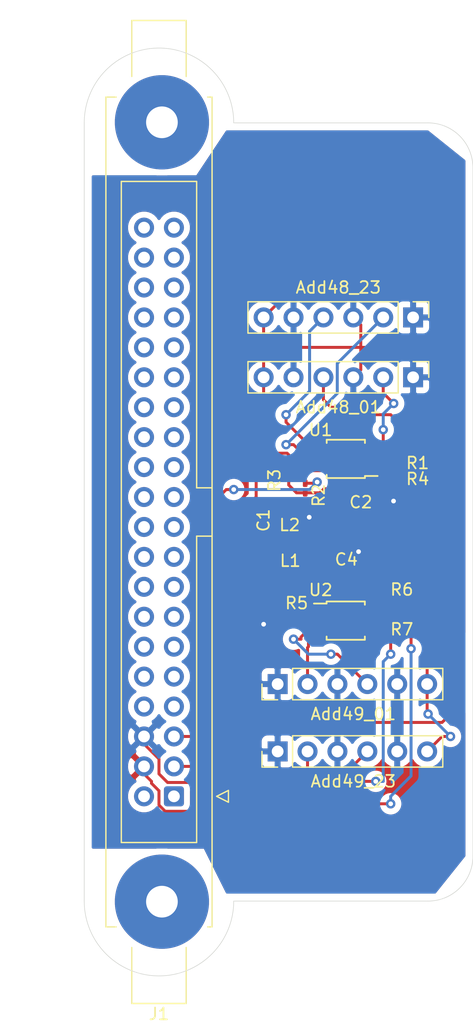
<source format=kicad_pcb>
(kicad_pcb (version 20171130) (host pcbnew "(5.1.9-0-10_14)")

  (general
    (thickness 1.6)
    (drawings 8)
    (tracks 273)
    (zones 0)
    (modules 19)
    (nets 52)
  )

  (page A4)
  (layers
    (0 F.Cu signal)
    (31 B.Cu signal)
    (32 B.Adhes user)
    (33 F.Adhes user)
    (34 B.Paste user)
    (35 F.Paste user)
    (36 B.SilkS user)
    (37 F.SilkS user)
    (38 B.Mask user)
    (39 F.Mask user)
    (40 Dwgs.User user)
    (41 Cmts.User user)
    (42 Eco1.User user)
    (43 Eco2.User user)
    (44 Edge.Cuts user)
    (45 Margin user)
    (46 B.CrtYd user)
    (47 F.CrtYd user)
    (48 B.Fab user)
    (49 F.Fab user)
  )

  (setup
    (last_trace_width 0.25)
    (trace_clearance 0.2)
    (zone_clearance 0.508)
    (zone_45_only no)
    (trace_min 0.2)
    (via_size 0.8)
    (via_drill 0.4)
    (via_min_size 0.4)
    (via_min_drill 0.3)
    (uvia_size 0.3)
    (uvia_drill 0.1)
    (uvias_allowed no)
    (uvia_min_size 0.2)
    (uvia_min_drill 0.1)
    (edge_width 0.05)
    (segment_width 0.2)
    (pcb_text_width 0.3)
    (pcb_text_size 1.5 1.5)
    (mod_edge_width 0.12)
    (mod_text_size 1 1)
    (mod_text_width 0.15)
    (pad_size 1.524 1.524)
    (pad_drill 0.762)
    (pad_to_mask_clearance 0)
    (aux_axis_origin 0 0)
    (visible_elements FFFDE77F)
    (pcbplotparams
      (layerselection 0x010fc_ffffffff)
      (usegerberextensions false)
      (usegerberattributes true)
      (usegerberadvancedattributes true)
      (creategerberjobfile true)
      (excludeedgelayer true)
      (linewidth 0.100000)
      (plotframeref false)
      (viasonmask false)
      (mode 1)
      (useauxorigin false)
      (hpglpennumber 1)
      (hpglpenspeed 20)
      (hpglpendiameter 15.000000)
      (psnegative false)
      (psa4output false)
      (plotreference true)
      (plotvalue true)
      (plotinvisibletext false)
      (padsonsilk false)
      (subtractmaskfromsilk false)
      (outputformat 1)
      (mirror false)
      (drillshape 1)
      (scaleselection 1)
      (outputdirectory ""))
  )

  (net 0 "")
  (net 1 GND)
  (net 2 SCL)
  (net 3 SDA)
  (net 4 ALERT)
  (net 5 VDD)
  (net 6 S1_WE+)
  (net 7 S1_AUX+)
  (net 8 S2_AUX+)
  (net 9 S2_WE+)
  (net 10 S3_WE+)
  (net 11 S3_AUX+)
  (net 12 S4_AUX+)
  (net 13 S4_WE+)
  (net 14 "Net-(J1-Pad1)")
  (net 15 "Net-(J1-Pad7)")
  (net 16 "Net-(J1-Pad9)")
  (net 17 "Net-(J1-Pad11)")
  (net 18 "Net-(J1-Pad13)")
  (net 19 "Net-(J1-Pad15)")
  (net 20 "Net-(J1-Pad17)")
  (net 21 "Net-(J1-Pad19)")
  (net 22 "Net-(J1-Pad21)")
  (net 23 "Net-(J1-Pad23)")
  (net 24 "Net-(J1-Pad25)")
  (net 25 "Net-(J1-Pad27)")
  (net 26 "Net-(J1-Pad29)")
  (net 27 "Net-(J1-Pad31)")
  (net 28 "Net-(J1-Pad33)")
  (net 29 "Net-(J1-Pad35)")
  (net 30 "Net-(J1-Pad37)")
  (net 31 "Net-(J1-Pad39)")
  (net 32 "Net-(J1-Pad2)")
  (net 33 "Net-(J1-Pad8)")
  (net 34 "Net-(J1-Pad10)")
  (net 35 "Net-(J1-Pad12)")
  (net 36 "Net-(J1-Pad14)")
  (net 37 "Net-(J1-Pad16)")
  (net 38 "Net-(J1-Pad18)")
  (net 39 "Net-(J1-Pad20)")
  (net 40 "Net-(J1-Pad22)")
  (net 41 "Net-(J1-Pad24)")
  (net 42 "Net-(J1-Pad26)")
  (net 43 "Net-(J1-Pad28)")
  (net 44 "Net-(J1-Pad30)")
  (net 45 "Net-(J1-Pad32)")
  (net 46 "Net-(J1-Pad34)")
  (net 47 "Net-(J1-Pad36)")
  (net 48 "Net-(J1-Pad38)")
  (net 49 "Net-(J1-Pad40)")
  (net 50 "Net-(J1-PadMP)")
  (net 51 +5V)

  (net_class Default "This is the default net class."
    (clearance 0.2)
    (trace_width 0.25)
    (via_dia 0.8)
    (via_drill 0.4)
    (uvia_dia 0.3)
    (uvia_drill 0.1)
    (add_net +5V)
    (add_net ALERT)
    (add_net GND)
    (add_net "Net-(J1-Pad1)")
    (add_net "Net-(J1-Pad10)")
    (add_net "Net-(J1-Pad11)")
    (add_net "Net-(J1-Pad12)")
    (add_net "Net-(J1-Pad13)")
    (add_net "Net-(J1-Pad14)")
    (add_net "Net-(J1-Pad15)")
    (add_net "Net-(J1-Pad16)")
    (add_net "Net-(J1-Pad17)")
    (add_net "Net-(J1-Pad18)")
    (add_net "Net-(J1-Pad19)")
    (add_net "Net-(J1-Pad2)")
    (add_net "Net-(J1-Pad20)")
    (add_net "Net-(J1-Pad21)")
    (add_net "Net-(J1-Pad22)")
    (add_net "Net-(J1-Pad23)")
    (add_net "Net-(J1-Pad24)")
    (add_net "Net-(J1-Pad25)")
    (add_net "Net-(J1-Pad26)")
    (add_net "Net-(J1-Pad27)")
    (add_net "Net-(J1-Pad28)")
    (add_net "Net-(J1-Pad29)")
    (add_net "Net-(J1-Pad30)")
    (add_net "Net-(J1-Pad31)")
    (add_net "Net-(J1-Pad32)")
    (add_net "Net-(J1-Pad33)")
    (add_net "Net-(J1-Pad34)")
    (add_net "Net-(J1-Pad35)")
    (add_net "Net-(J1-Pad36)")
    (add_net "Net-(J1-Pad37)")
    (add_net "Net-(J1-Pad38)")
    (add_net "Net-(J1-Pad39)")
    (add_net "Net-(J1-Pad40)")
    (add_net "Net-(J1-Pad7)")
    (add_net "Net-(J1-Pad8)")
    (add_net "Net-(J1-Pad9)")
    (add_net "Net-(J1-PadMP)")
    (add_net S1_AUX+)
    (add_net S1_WE+)
    (add_net S2_AUX+)
    (add_net S2_WE+)
    (add_net S3_AUX+)
    (add_net S3_WE+)
    (add_net S4_AUX+)
    (add_net S4_WE+)
    (add_net SCL)
    (add_net SDA)
    (add_net VDD)
  )

  (module Connector_PinHeader_2.54mm:PinHeader_1x06_P2.54mm_Vertical (layer F.Cu) (tedit 59FED5CC) (tstamp 609AF2B2)
    (at 71.12 53.34 270)
    (descr "Through hole straight pin header, 1x06, 2.54mm pitch, single row")
    (tags "Through hole pin header THT 1x06 2.54mm single row")
    (path /60A6FBF8)
    (fp_text reference Add48_23 (at -2.54 6.35 180) (layer F.SilkS)
      (effects (font (size 1 1) (thickness 0.15)))
    )
    (fp_text value "Sensor 2" (at 0 15.03 90) (layer F.Fab)
      (effects (font (size 1 1) (thickness 0.15)))
    )
    (fp_line (start -0.635 -1.27) (end 1.27 -1.27) (layer F.Fab) (width 0.1))
    (fp_line (start 1.27 -1.27) (end 1.27 13.97) (layer F.Fab) (width 0.1))
    (fp_line (start 1.27 13.97) (end -1.27 13.97) (layer F.Fab) (width 0.1))
    (fp_line (start -1.27 13.97) (end -1.27 -0.635) (layer F.Fab) (width 0.1))
    (fp_line (start -1.27 -0.635) (end -0.635 -1.27) (layer F.Fab) (width 0.1))
    (fp_line (start -1.33 14.03) (end 1.33 14.03) (layer F.SilkS) (width 0.12))
    (fp_line (start -1.33 1.27) (end -1.33 14.03) (layer F.SilkS) (width 0.12))
    (fp_line (start 1.33 1.27) (end 1.33 14.03) (layer F.SilkS) (width 0.12))
    (fp_line (start -1.33 1.27) (end 1.33 1.27) (layer F.SilkS) (width 0.12))
    (fp_line (start -1.33 0) (end -1.33 -1.33) (layer F.SilkS) (width 0.12))
    (fp_line (start -1.33 -1.33) (end 0 -1.33) (layer F.SilkS) (width 0.12))
    (fp_line (start -1.8 -1.8) (end -1.8 14.5) (layer F.CrtYd) (width 0.05))
    (fp_line (start -1.8 14.5) (end 1.8 14.5) (layer F.CrtYd) (width 0.05))
    (fp_line (start 1.8 14.5) (end 1.8 -1.8) (layer F.CrtYd) (width 0.05))
    (fp_line (start 1.8 -1.8) (end -1.8 -1.8) (layer F.CrtYd) (width 0.05))
    (fp_text user %R (at 0 6.35) (layer F.Fab)
      (effects (font (size 1 1) (thickness 0.15)))
    )
    (pad 1 thru_hole rect (at 0 0 270) (size 1.7 1.7) (drill 1) (layers *.Cu *.Mask)
      (net 1 GND))
    (pad 2 thru_hole oval (at 0 2.54 270) (size 1.7 1.7) (drill 1) (layers *.Cu *.Mask)
      (net 8 S2_AUX+))
    (pad 3 thru_hole oval (at 0 5.08 270) (size 1.7 1.7) (drill 1) (layers *.Cu *.Mask)
      (net 1 GND))
    (pad 4 thru_hole oval (at 0 7.62 270) (size 1.7 1.7) (drill 1) (layers *.Cu *.Mask)
      (net 9 S2_WE+))
    (pad 5 thru_hole oval (at 0 10.16 270) (size 1.7 1.7) (drill 1) (layers *.Cu *.Mask)
      (net 1 GND))
    (pad 6 thru_hole oval (at 0 12.7 270) (size 1.7 1.7) (drill 1) (layers *.Cu *.Mask)
      (net 51 +5V))
    (model ${KISYS3DMOD}/Connector_PinHeader_2.54mm.3dshapes/PinHeader_1x06_P2.54mm_Vertical.wrl
      (at (xyz 0 0 0))
      (scale (xyz 1 1 1))
      (rotate (xyz 0 0 0))
    )
  )

  (module Connector_IDC:IDC-Header_2x20-1MP_P2.54mm_Latch6.5mm_Vertical (layer F.Cu) (tedit 5EAC9A06) (tstamp 609C2643)
    (at 50.8 93.98 180)
    (descr "Through hole IDC header, 2x20, 2.54mm pitch, DIN 41651 / IEC 60603-13, double rows, 6.5mm latches, mounting holes, https://docs.google.com/spreadsheets/d/16SsEcesNF15N3Lb4niX7dcUr-NY5_MFPQhobNuNppn4/edit#gid=0")
    (tags "Through hole vertical IDC header THT 2x20 2.54mm double row")
    (path /609D6820)
    (fp_text reference J1 (at 1.27 -18.47) (layer F.SilkS)
      (effects (font (size 1 1) (thickness 0.15)))
    )
    (fp_text value Conn_02x20_Odd_Even_MountingPin (at 1.27 66.73) (layer F.Fab)
      (effects (font (size 1 1) (thickness 0.15)))
    )
    (fp_line (start 6.17 -17.97) (end -3.63 -17.97) (layer F.CrtYd) (width 0.05))
    (fp_line (start 6.17 66.23) (end 6.17 -17.97) (layer F.CrtYd) (width 0.05))
    (fp_line (start -3.63 66.23) (end 6.17 66.23) (layer F.CrtYd) (width 0.05))
    (fp_line (start -3.63 -17.97) (end -3.63 66.23) (layer F.CrtYd) (width 0.05))
    (fp_line (start -4.63 0.5) (end -3.63 0) (layer F.SilkS) (width 0.12))
    (fp_line (start -4.63 -0.5) (end -4.63 0.5) (layer F.SilkS) (width 0.12))
    (fp_line (start -3.63 0) (end -4.63 -0.5) (layer F.SilkS) (width 0.12))
    (fp_line (start 3.58 65.84) (end 3.58 61.09) (layer F.SilkS) (width 0.12))
    (fp_line (start -1.04 65.84) (end 3.58 65.84) (layer F.SilkS) (width 0.12))
    (fp_line (start -1.04 61.09) (end -1.04 65.84) (layer F.SilkS) (width 0.12))
    (fp_line (start 3.58 -17.58) (end 3.58 -12.83) (layer F.SilkS) (width 0.12))
    (fp_line (start -1.04 -17.58) (end 3.58 -17.58) (layer F.SilkS) (width 0.12))
    (fp_line (start -1.04 -12.83) (end -1.04 -17.58) (layer F.SilkS) (width 0.12))
    (fp_line (start -1.93 26.18) (end -3.24 26.18) (layer F.SilkS) (width 0.12))
    (fp_line (start -1.93 26.18) (end -1.93 26.18) (layer F.SilkS) (width 0.12))
    (fp_line (start -1.93 52.18) (end -1.93 26.18) (layer F.SilkS) (width 0.12))
    (fp_line (start 4.47 52.18) (end -1.93 52.18) (layer F.SilkS) (width 0.12))
    (fp_line (start 4.47 -3.92) (end 4.47 52.18) (layer F.SilkS) (width 0.12))
    (fp_line (start -1.93 -3.92) (end 4.47 -3.92) (layer F.SilkS) (width 0.12))
    (fp_line (start -1.93 22.08) (end -1.93 -3.92) (layer F.SilkS) (width 0.12))
    (fp_line (start -3.24 22.08) (end -1.93 22.08) (layer F.SilkS) (width 0.12))
    (fp_line (start -3.24 59.34) (end -2.87 59.34) (layer F.SilkS) (width 0.12))
    (fp_line (start -3.24 -11.08) (end -3.24 59.34) (layer F.SilkS) (width 0.12))
    (fp_line (start -2.87 -11.08) (end -3.24 -11.08) (layer F.SilkS) (width 0.12))
    (fp_line (start 5.78 59.34) (end 4.91 59.34) (layer F.SilkS) (width 0.12))
    (fp_line (start 5.78 -11.08) (end 5.78 59.34) (layer F.SilkS) (width 0.12))
    (fp_line (start 4.91 -11.08) (end 5.78 -11.08) (layer F.SilkS) (width 0.12))
    (fp_line (start 3.47 65.73) (end 3.47 59.23) (layer F.Fab) (width 0.1))
    (fp_line (start -0.93 65.73) (end 3.47 65.73) (layer F.Fab) (width 0.1))
    (fp_line (start -0.93 59.23) (end -0.93 65.73) (layer F.Fab) (width 0.1))
    (fp_line (start 3.47 -17.47) (end 3.47 -10.97) (layer F.Fab) (width 0.1))
    (fp_line (start -0.93 -17.47) (end 3.47 -17.47) (layer F.Fab) (width 0.1))
    (fp_line (start -0.93 -10.97) (end -0.93 -17.47) (layer F.Fab) (width 0.1))
    (fp_line (start -1.93 26.18) (end -3.13 26.18) (layer F.Fab) (width 0.1))
    (fp_line (start -1.93 26.18) (end -1.93 26.18) (layer F.Fab) (width 0.1))
    (fp_line (start -1.93 52.18) (end -1.93 26.18) (layer F.Fab) (width 0.1))
    (fp_line (start 4.47 52.18) (end -1.93 52.18) (layer F.Fab) (width 0.1))
    (fp_line (start 4.47 -3.92) (end 4.47 52.18) (layer F.Fab) (width 0.1))
    (fp_line (start -1.93 -3.92) (end 4.47 -3.92) (layer F.Fab) (width 0.1))
    (fp_line (start -1.93 22.08) (end -1.93 -3.92) (layer F.Fab) (width 0.1))
    (fp_line (start -3.13 22.08) (end -1.93 22.08) (layer F.Fab) (width 0.1))
    (fp_line (start -3.13 59.23) (end -3.13 -9.97) (layer F.Fab) (width 0.1))
    (fp_line (start 5.67 59.23) (end -3.13 59.23) (layer F.Fab) (width 0.1))
    (fp_line (start 5.67 -10.97) (end 5.67 59.23) (layer F.Fab) (width 0.1))
    (fp_line (start -2.13 -10.97) (end 5.67 -10.97) (layer F.Fab) (width 0.1))
    (fp_line (start -3.13 -9.97) (end -2.13 -10.97) (layer F.Fab) (width 0.1))
    (fp_text user %R (at 1.27 24.13 90) (layer F.Fab)
      (effects (font (size 1 1) (thickness 0.15)))
    )
    (pad 1 thru_hole roundrect (at 0 0 180) (size 1.7 1.7) (drill 1) (layers *.Cu *.Mask) (roundrect_rratio 0.147059)
      (net 14 "Net-(J1-Pad1)"))
    (pad 3 thru_hole circle (at 0 2.54 180) (size 1.7 1.7) (drill 1) (layers *.Cu *.Mask)
      (net 3 SDA))
    (pad 5 thru_hole circle (at 0 5.08 180) (size 1.7 1.7) (drill 1) (layers *.Cu *.Mask)
      (net 2 SCL))
    (pad 7 thru_hole circle (at 0 7.62 180) (size 1.7 1.7) (drill 1) (layers *.Cu *.Mask)
      (net 15 "Net-(J1-Pad7)"))
    (pad 9 thru_hole circle (at 0 10.16 180) (size 1.7 1.7) (drill 1) (layers *.Cu *.Mask)
      (net 16 "Net-(J1-Pad9)"))
    (pad 11 thru_hole circle (at 0 12.7 180) (size 1.7 1.7) (drill 1) (layers *.Cu *.Mask)
      (net 17 "Net-(J1-Pad11)"))
    (pad 13 thru_hole circle (at 0 15.24 180) (size 1.7 1.7) (drill 1) (layers *.Cu *.Mask)
      (net 18 "Net-(J1-Pad13)"))
    (pad 15 thru_hole circle (at 0 17.78 180) (size 1.7 1.7) (drill 1) (layers *.Cu *.Mask)
      (net 19 "Net-(J1-Pad15)"))
    (pad 17 thru_hole circle (at 0 20.32 180) (size 1.7 1.7) (drill 1) (layers *.Cu *.Mask)
      (net 20 "Net-(J1-Pad17)"))
    (pad 19 thru_hole circle (at 0 22.86 180) (size 1.7 1.7) (drill 1) (layers *.Cu *.Mask)
      (net 21 "Net-(J1-Pad19)"))
    (pad 21 thru_hole circle (at 0 25.4 180) (size 1.7 1.7) (drill 1) (layers *.Cu *.Mask)
      (net 22 "Net-(J1-Pad21)"))
    (pad 23 thru_hole circle (at 0 27.94 180) (size 1.7 1.7) (drill 1) (layers *.Cu *.Mask)
      (net 23 "Net-(J1-Pad23)"))
    (pad 25 thru_hole circle (at 0 30.48 180) (size 1.7 1.7) (drill 1) (layers *.Cu *.Mask)
      (net 24 "Net-(J1-Pad25)"))
    (pad 27 thru_hole circle (at 0 33.02 180) (size 1.7 1.7) (drill 1) (layers *.Cu *.Mask)
      (net 25 "Net-(J1-Pad27)"))
    (pad 29 thru_hole circle (at 0 35.56 180) (size 1.7 1.7) (drill 1) (layers *.Cu *.Mask)
      (net 26 "Net-(J1-Pad29)"))
    (pad 31 thru_hole circle (at 0 38.1 180) (size 1.7 1.7) (drill 1) (layers *.Cu *.Mask)
      (net 27 "Net-(J1-Pad31)"))
    (pad 33 thru_hole circle (at 0 40.64 180) (size 1.7 1.7) (drill 1) (layers *.Cu *.Mask)
      (net 28 "Net-(J1-Pad33)"))
    (pad 35 thru_hole circle (at 0 43.18 180) (size 1.7 1.7) (drill 1) (layers *.Cu *.Mask)
      (net 29 "Net-(J1-Pad35)"))
    (pad 37 thru_hole circle (at 0 45.72 180) (size 1.7 1.7) (drill 1) (layers *.Cu *.Mask)
      (net 30 "Net-(J1-Pad37)"))
    (pad 39 thru_hole circle (at 0 48.26 180) (size 1.7 1.7) (drill 1) (layers *.Cu *.Mask)
      (net 31 "Net-(J1-Pad39)"))
    (pad 2 thru_hole circle (at 2.54 0 180) (size 1.7 1.7) (drill 1) (layers *.Cu *.Mask)
      (net 32 "Net-(J1-Pad2)"))
    (pad 4 thru_hole circle (at 2.54 2.54 180) (size 1.7 1.7) (drill 1) (layers *.Cu *.Mask)
      (net 5 VDD))
    (pad 6 thru_hole circle (at 2.54 5.08 180) (size 1.7 1.7) (drill 1) (layers *.Cu *.Mask)
      (net 1 GND))
    (pad 8 thru_hole circle (at 2.54 7.62 180) (size 1.7 1.7) (drill 1) (layers *.Cu *.Mask)
      (net 33 "Net-(J1-Pad8)"))
    (pad 10 thru_hole circle (at 2.54 10.16 180) (size 1.7 1.7) (drill 1) (layers *.Cu *.Mask)
      (net 34 "Net-(J1-Pad10)"))
    (pad 12 thru_hole circle (at 2.54 12.7 180) (size 1.7 1.7) (drill 1) (layers *.Cu *.Mask)
      (net 35 "Net-(J1-Pad12)"))
    (pad 14 thru_hole circle (at 2.54 15.24 180) (size 1.7 1.7) (drill 1) (layers *.Cu *.Mask)
      (net 36 "Net-(J1-Pad14)"))
    (pad 16 thru_hole circle (at 2.54 17.78 180) (size 1.7 1.7) (drill 1) (layers *.Cu *.Mask)
      (net 37 "Net-(J1-Pad16)"))
    (pad 18 thru_hole circle (at 2.54 20.32 180) (size 1.7 1.7) (drill 1) (layers *.Cu *.Mask)
      (net 38 "Net-(J1-Pad18)"))
    (pad 20 thru_hole circle (at 2.54 22.86 180) (size 1.7 1.7) (drill 1) (layers *.Cu *.Mask)
      (net 39 "Net-(J1-Pad20)"))
    (pad 22 thru_hole circle (at 2.54 25.4 180) (size 1.7 1.7) (drill 1) (layers *.Cu *.Mask)
      (net 40 "Net-(J1-Pad22)"))
    (pad 24 thru_hole circle (at 2.54 27.94 180) (size 1.7 1.7) (drill 1) (layers *.Cu *.Mask)
      (net 41 "Net-(J1-Pad24)"))
    (pad 26 thru_hole circle (at 2.54 30.48 180) (size 1.7 1.7) (drill 1) (layers *.Cu *.Mask)
      (net 42 "Net-(J1-Pad26)"))
    (pad 28 thru_hole circle (at 2.54 33.02 180) (size 1.7 1.7) (drill 1) (layers *.Cu *.Mask)
      (net 43 "Net-(J1-Pad28)"))
    (pad 30 thru_hole circle (at 2.54 35.56 180) (size 1.7 1.7) (drill 1) (layers *.Cu *.Mask)
      (net 44 "Net-(J1-Pad30)"))
    (pad 32 thru_hole circle (at 2.54 38.1 180) (size 1.7 1.7) (drill 1) (layers *.Cu *.Mask)
      (net 45 "Net-(J1-Pad32)"))
    (pad 34 thru_hole circle (at 2.54 40.64 180) (size 1.7 1.7) (drill 1) (layers *.Cu *.Mask)
      (net 46 "Net-(J1-Pad34)"))
    (pad 36 thru_hole circle (at 2.54 43.18 180) (size 1.7 1.7) (drill 1) (layers *.Cu *.Mask)
      (net 47 "Net-(J1-Pad36)"))
    (pad 38 thru_hole circle (at 2.54 45.72 180) (size 1.7 1.7) (drill 1) (layers *.Cu *.Mask)
      (net 48 "Net-(J1-Pad38)"))
    (pad 40 thru_hole circle (at 2.54 48.26 180) (size 1.7 1.7) (drill 1) (layers *.Cu *.Mask)
      (net 49 "Net-(J1-Pad40)"))
    (pad MP thru_hole circle (at 1.02 -8.94 180) (size 8 8) (drill 2.69) (layers *.Cu *.Mask)
      (net 50 "Net-(J1-PadMP)"))
    (pad MP thru_hole circle (at 1.02 57.2 180) (size 8 8) (drill 2.69) (layers *.Cu *.Mask)
      (net 50 "Net-(J1-PadMP)"))
    (model ${KISYS3DMOD}/Connector_IDC.3dshapes/IDC-Header_2x20-1MP_P2.54mm_Latch6.5mm_Vertical.wrl
      (at (xyz 0 0 0))
      (scale (xyz 1 1 1))
      (rotate (xyz 0 0 0))
    )
  )

  (module Connector_PinHeader_2.54mm:PinHeader_1x06_P2.54mm_Vertical (layer F.Cu) (tedit 59FED5CC) (tstamp 609B858F)
    (at 71.12 58.42 270)
    (descr "Through hole straight pin header, 1x06, 2.54mm pitch, single row")
    (tags "Through hole pin header THT 1x06 2.54mm single row")
    (path /60A560F7)
    (fp_text reference Add48_01 (at 2.54 6.35 180) (layer F.SilkS)
      (effects (font (size 1 1) (thickness 0.15)))
    )
    (fp_text value "Sensor 1 " (at 3.12 2.4 90) (layer F.Fab)
      (effects (font (size 1 1) (thickness 0.15)))
    )
    (fp_line (start -0.635 -1.27) (end 1.27 -1.27) (layer F.Fab) (width 0.1))
    (fp_line (start 1.27 -1.27) (end 1.27 13.97) (layer F.Fab) (width 0.1))
    (fp_line (start 1.27 13.97) (end -1.27 13.97) (layer F.Fab) (width 0.1))
    (fp_line (start -1.27 13.97) (end -1.27 -0.635) (layer F.Fab) (width 0.1))
    (fp_line (start -1.27 -0.635) (end -0.635 -1.27) (layer F.Fab) (width 0.1))
    (fp_line (start -1.33 14.03) (end 1.33 14.03) (layer F.SilkS) (width 0.12))
    (fp_line (start -1.33 1.27) (end -1.33 14.03) (layer F.SilkS) (width 0.12))
    (fp_line (start 1.33 1.27) (end 1.33 14.03) (layer F.SilkS) (width 0.12))
    (fp_line (start -1.33 1.27) (end 1.33 1.27) (layer F.SilkS) (width 0.12))
    (fp_line (start -1.33 0) (end -1.33 -1.33) (layer F.SilkS) (width 0.12))
    (fp_line (start -1.33 -1.33) (end 0 -1.33) (layer F.SilkS) (width 0.12))
    (fp_line (start -1.8 -1.8) (end -1.8 14.5) (layer F.CrtYd) (width 0.05))
    (fp_line (start -1.8 14.5) (end 1.8 14.5) (layer F.CrtYd) (width 0.05))
    (fp_line (start 1.8 14.5) (end 1.8 -1.8) (layer F.CrtYd) (width 0.05))
    (fp_line (start 1.8 -1.8) (end -1.8 -1.8) (layer F.CrtYd) (width 0.05))
    (fp_text user %R (at 2.54 6.35 180) (layer F.Fab)
      (effects (font (size 1 1) (thickness 0.15)))
    )
    (pad 6 thru_hole oval (at 0 12.7 270) (size 1.7 1.7) (drill 1) (layers *.Cu *.Mask)
      (net 51 +5V))
    (pad 5 thru_hole oval (at 0 10.16 270) (size 1.7 1.7) (drill 1) (layers *.Cu *.Mask)
      (net 1 GND))
    (pad 4 thru_hole oval (at 0 7.62 270) (size 1.7 1.7) (drill 1) (layers *.Cu *.Mask)
      (net 6 S1_WE+))
    (pad 3 thru_hole oval (at 0 5.08 270) (size 1.7 1.7) (drill 1) (layers *.Cu *.Mask)
      (net 1 GND))
    (pad 2 thru_hole oval (at 0 2.54 270) (size 1.7 1.7) (drill 1) (layers *.Cu *.Mask)
      (net 7 S1_AUX+))
    (pad 1 thru_hole rect (at 0 0 270) (size 1.7 1.7) (drill 1) (layers *.Cu *.Mask)
      (net 1 GND))
    (model ${KISYS3DMOD}/Connector_PinHeader_2.54mm.3dshapes/PinHeader_1x06_P2.54mm_Vertical.wrl
      (at (xyz 0 0 0))
      (scale (xyz 1 1 1))
      (rotate (xyz 0 0 0))
    )
  )

  (module Capacitor_SMD:C_0201_0603Metric_Pad0.64x0.40mm_HandSolder (layer F.Cu) (tedit 5F6BB9E0) (tstamp 609B8AF3)
    (at 58.42 72.47636 270)
    (descr "Capacitor SMD 0201 (0603 Metric), square (rectangular) end terminal, IPC_7351 nominal with elongated pad for handsoldering. (Body size source: https://www.vishay.com/docs/20052/crcw0201e3.pdf), generated with kicad-footprint-generator")
    (tags "capacitor handsolder")
    (path /609B209F)
    (attr smd)
    (fp_text reference C1 (at -1.9177 0.0127 90) (layer F.SilkS)
      (effects (font (size 1 1) (thickness 0.15)))
    )
    (fp_text value 1uF (at 0 1.05 90) (layer F.Fab)
      (effects (font (size 1 1) (thickness 0.15)))
    )
    (fp_line (start -0.3 0.15) (end -0.3 -0.15) (layer F.Fab) (width 0.1))
    (fp_line (start -0.3 -0.15) (end 0.3 -0.15) (layer F.Fab) (width 0.1))
    (fp_line (start 0.3 -0.15) (end 0.3 0.15) (layer F.Fab) (width 0.1))
    (fp_line (start 0.3 0.15) (end -0.3 0.15) (layer F.Fab) (width 0.1))
    (fp_line (start -0.88 0.35) (end -0.88 -0.35) (layer F.CrtYd) (width 0.05))
    (fp_line (start -0.88 -0.35) (end 0.88 -0.35) (layer F.CrtYd) (width 0.05))
    (fp_line (start 0.88 -0.35) (end 0.88 0.35) (layer F.CrtYd) (width 0.05))
    (fp_line (start 0.88 0.35) (end -0.88 0.35) (layer F.CrtYd) (width 0.05))
    (fp_text user %R (at 0 -0.68 90) (layer F.Fab)
      (effects (font (size 0.25 0.25) (thickness 0.04)))
    )
    (pad "" smd roundrect (at -0.4325 0 270) (size 0.458 0.36) (layers F.Paste) (roundrect_rratio 0.25))
    (pad "" smd roundrect (at 0.4325 0 270) (size 0.458 0.36) (layers F.Paste) (roundrect_rratio 0.25))
    (pad 1 smd roundrect (at -0.4075 0 270) (size 0.635 0.4) (layers F.Cu F.Mask) (roundrect_rratio 0.25)
      (net 1 GND))
    (pad 2 smd roundrect (at 0.4075 0 270) (size 0.635 0.4) (layers F.Cu F.Mask) (roundrect_rratio 0.25)
      (net 5 VDD))
    (model ${KISYS3DMOD}/Capacitor_SMD.3dshapes/C_0201_0603Metric.wrl
      (at (xyz 0 0 0))
      (scale (xyz 1 1 1))
      (rotate (xyz 0 0 0))
    )
  )

  (module Capacitor_SMD:C_0201_0603Metric_Pad0.64x0.40mm_HandSolder (layer F.Cu) (tedit 5F6BB9E0) (tstamp 609B8AC3)
    (at 65.24498 67.88404)
    (descr "Capacitor SMD 0201 (0603 Metric), square (rectangular) end terminal, IPC_7351 nominal with elongated pad for handsoldering. (Body size source: https://www.vishay.com/docs/20052/crcw0201e3.pdf), generated with kicad-footprint-generator")
    (tags "capacitor handsolder")
    (path /6096CA1B)
    (attr smd)
    (fp_text reference C2 (at 1.43256 1.13792) (layer F.SilkS)
      (effects (font (size 1 1) (thickness 0.15)))
    )
    (fp_text value 1uF (at 0 1.05) (layer F.Fab)
      (effects (font (size 1 1) (thickness 0.15)))
    )
    (fp_line (start -0.3 0.15) (end -0.3 -0.15) (layer F.Fab) (width 0.1))
    (fp_line (start -0.3 -0.15) (end 0.3 -0.15) (layer F.Fab) (width 0.1))
    (fp_line (start 0.3 -0.15) (end 0.3 0.15) (layer F.Fab) (width 0.1))
    (fp_line (start 0.3 0.15) (end -0.3 0.15) (layer F.Fab) (width 0.1))
    (fp_line (start -0.88 0.35) (end -0.88 -0.35) (layer F.CrtYd) (width 0.05))
    (fp_line (start -0.88 -0.35) (end 0.88 -0.35) (layer F.CrtYd) (width 0.05))
    (fp_line (start 0.88 -0.35) (end 0.88 0.35) (layer F.CrtYd) (width 0.05))
    (fp_line (start 0.88 0.35) (end -0.88 0.35) (layer F.CrtYd) (width 0.05))
    (fp_text user %R (at 0 -0.68) (layer F.Fab)
      (effects (font (size 0.25 0.25) (thickness 0.04)))
    )
    (pad "" smd roundrect (at -0.4325 0) (size 0.458 0.36) (layers F.Paste) (roundrect_rratio 0.25))
    (pad "" smd roundrect (at 0.4325 0) (size 0.458 0.36) (layers F.Paste) (roundrect_rratio 0.25))
    (pad 1 smd roundrect (at -0.4075 0) (size 0.635 0.4) (layers F.Cu F.Mask) (roundrect_rratio 0.25)
      (net 51 +5V))
    (pad 2 smd roundrect (at 0.4075 0) (size 0.635 0.4) (layers F.Cu F.Mask) (roundrect_rratio 0.25)
      (net 1 GND))
    (model ${KISYS3DMOD}/Capacitor_SMD.3dshapes/C_0201_0603Metric.wrl
      (at (xyz 0 0 0))
      (scale (xyz 1 1 1))
      (rotate (xyz 0 0 0))
    )
  )

  (module Capacitor_SMD:C_0201_0603Metric_Pad0.64x0.40mm_HandSolder (layer F.Cu) (tedit 5F6BB9E0) (tstamp 609B8A93)
    (at 65.44564 74.93)
    (descr "Capacitor SMD 0201 (0603 Metric), square (rectangular) end terminal, IPC_7351 nominal with elongated pad for handsoldering. (Body size source: https://www.vishay.com/docs/20052/crcw0201e3.pdf), generated with kicad-footprint-generator")
    (tags "capacitor handsolder")
    (path /609EC112)
    (attr smd)
    (fp_text reference C4 (at 0 -1.05) (layer F.SilkS)
      (effects (font (size 1 1) (thickness 0.15)))
    )
    (fp_text value 1uF (at 0 1.05) (layer F.Fab)
      (effects (font (size 1 1) (thickness 0.15)))
    )
    (fp_line (start 0.88 0.35) (end -0.88 0.35) (layer F.CrtYd) (width 0.05))
    (fp_line (start 0.88 -0.35) (end 0.88 0.35) (layer F.CrtYd) (width 0.05))
    (fp_line (start -0.88 -0.35) (end 0.88 -0.35) (layer F.CrtYd) (width 0.05))
    (fp_line (start -0.88 0.35) (end -0.88 -0.35) (layer F.CrtYd) (width 0.05))
    (fp_line (start 0.3 0.15) (end -0.3 0.15) (layer F.Fab) (width 0.1))
    (fp_line (start 0.3 -0.15) (end 0.3 0.15) (layer F.Fab) (width 0.1))
    (fp_line (start -0.3 -0.15) (end 0.3 -0.15) (layer F.Fab) (width 0.1))
    (fp_line (start -0.3 0.15) (end -0.3 -0.15) (layer F.Fab) (width 0.1))
    (fp_text user %R (at 0 -0.68) (layer F.Fab)
      (effects (font (size 0.25 0.25) (thickness 0.04)))
    )
    (pad 2 smd roundrect (at 0.4075 0) (size 0.635 0.4) (layers F.Cu F.Mask) (roundrect_rratio 0.25)
      (net 1 GND))
    (pad 1 smd roundrect (at -0.4075 0) (size 0.635 0.4) (layers F.Cu F.Mask) (roundrect_rratio 0.25)
      (net 51 +5V))
    (pad "" smd roundrect (at 0.4325 0) (size 0.458 0.36) (layers F.Paste) (roundrect_rratio 0.25))
    (pad "" smd roundrect (at -0.4325 0) (size 0.458 0.36) (layers F.Paste) (roundrect_rratio 0.25))
    (model ${KISYS3DMOD}/Capacitor_SMD.3dshapes/C_0201_0603Metric.wrl
      (at (xyz 0 0 0))
      (scale (xyz 1 1 1))
      (rotate (xyz 0 0 0))
    )
  )

  (module Inductor_SMD:L_0201_0603Metric_Pad0.64x0.40mm_HandSolder (layer F.Cu) (tedit 5F6BBB3E) (tstamp 609E995C)
    (at 60.6425 72.898)
    (descr "Inductor SMD 0201 (0603 Metric), square (rectangular) end terminal, IPC_7351 nominal with elongated pad for handsoldering. (Body size source: https://www.vishay.com/docs/20052/crcw0201e3.pdf), generated with kicad-footprint-generator")
    (tags "inductor handsolder")
    (path /609AA2DD)
    (attr smd)
    (fp_text reference L1 (at 0.0381 1.0922) (layer F.SilkS)
      (effects (font (size 1 1) (thickness 0.15)))
    )
    (fp_text value INDUCTOR (at 0 1.05) (layer F.Fab)
      (effects (font (size 1 1) (thickness 0.15)))
    )
    (fp_line (start -0.3 0.15) (end -0.3 -0.15) (layer F.Fab) (width 0.1))
    (fp_line (start -0.3 -0.15) (end 0.3 -0.15) (layer F.Fab) (width 0.1))
    (fp_line (start 0.3 -0.15) (end 0.3 0.15) (layer F.Fab) (width 0.1))
    (fp_line (start 0.3 0.15) (end -0.3 0.15) (layer F.Fab) (width 0.1))
    (fp_line (start -0.88 0.35) (end -0.88 -0.35) (layer F.CrtYd) (width 0.05))
    (fp_line (start -0.88 -0.35) (end 0.88 -0.35) (layer F.CrtYd) (width 0.05))
    (fp_line (start 0.88 -0.35) (end 0.88 0.35) (layer F.CrtYd) (width 0.05))
    (fp_line (start 0.88 0.35) (end -0.88 0.35) (layer F.CrtYd) (width 0.05))
    (fp_text user %R (at 0 -0.68) (layer F.Fab)
      (effects (font (size 0.25 0.25) (thickness 0.04)))
    )
    (pad "" smd roundrect (at -0.4325 0) (size 0.458 0.36) (layers F.Paste) (roundrect_rratio 0.25))
    (pad "" smd roundrect (at 0.4325 0) (size 0.458 0.36) (layers F.Paste) (roundrect_rratio 0.25))
    (pad 1 smd roundrect (at -0.4075 0) (size 0.635 0.4) (layers F.Cu F.Mask) (roundrect_rratio 0.25)
      (net 5 VDD))
    (pad 2 smd roundrect (at 0.4075 0) (size 0.635 0.4) (layers F.Cu F.Mask) (roundrect_rratio 0.25)
      (net 51 +5V))
    (model ${KISYS3DMOD}/Inductor_SMD.3dshapes/L_0201_0603Metric.wrl
      (at (xyz 0 0 0))
      (scale (xyz 1 1 1))
      (rotate (xyz 0 0 0))
    )
  )

  (module Inductor_SMD:L_0201_0603Metric_Pad0.64x0.40mm_HandSolder (layer F.Cu) (tedit 5F6BBB3E) (tstamp 609E99CF)
    (at 60.6298 72.009)
    (descr "Inductor SMD 0201 (0603 Metric), square (rectangular) end terminal, IPC_7351 nominal with elongated pad for handsoldering. (Body size source: https://www.vishay.com/docs/20052/crcw0201e3.pdf), generated with kicad-footprint-generator")
    (tags "inductor handsolder")
    (path /609B1826)
    (attr smd)
    (fp_text reference L2 (at 0 -1.05) (layer F.SilkS)
      (effects (font (size 1 1) (thickness 0.15)))
    )
    (fp_text value INDUCTOR (at 0 1.05) (layer F.Fab)
      (effects (font (size 1 1) (thickness 0.15)))
    )
    (fp_line (start 0.88 0.35) (end -0.88 0.35) (layer F.CrtYd) (width 0.05))
    (fp_line (start 0.88 -0.35) (end 0.88 0.35) (layer F.CrtYd) (width 0.05))
    (fp_line (start -0.88 -0.35) (end 0.88 -0.35) (layer F.CrtYd) (width 0.05))
    (fp_line (start -0.88 0.35) (end -0.88 -0.35) (layer F.CrtYd) (width 0.05))
    (fp_line (start 0.3 0.15) (end -0.3 0.15) (layer F.Fab) (width 0.1))
    (fp_line (start 0.3 -0.15) (end 0.3 0.15) (layer F.Fab) (width 0.1))
    (fp_line (start -0.3 -0.15) (end 0.3 -0.15) (layer F.Fab) (width 0.1))
    (fp_line (start -0.3 0.15) (end -0.3 -0.15) (layer F.Fab) (width 0.1))
    (fp_text user %R (at 0 -0.68) (layer F.Fab)
      (effects (font (size 0.25 0.25) (thickness 0.04)))
    )
    (pad 2 smd roundrect (at 0.4075 0) (size 0.635 0.4) (layers F.Cu F.Mask) (roundrect_rratio 0.25)
      (net 1 GND))
    (pad 1 smd roundrect (at -0.4075 0) (size 0.635 0.4) (layers F.Cu F.Mask) (roundrect_rratio 0.25)
      (net 1 GND))
    (pad "" smd roundrect (at 0.4325 0) (size 0.458 0.36) (layers F.Paste) (roundrect_rratio 0.25))
    (pad "" smd roundrect (at -0.4325 0) (size 0.458 0.36) (layers F.Paste) (roundrect_rratio 0.25))
    (model ${KISYS3DMOD}/Inductor_SMD.3dshapes/L_0201_0603Metric.wrl
      (at (xyz 0 0 0))
      (scale (xyz 1 1 1))
      (rotate (xyz 0 0 0))
    )
  )

  (module Resistor_SMD:R_0201_0603Metric_Pad0.64x0.40mm_HandSolder (layer F.Cu) (tedit 5F6BB9E0) (tstamp 609B8A03)
    (at 69.63156 65.86474 180)
    (descr "Resistor SMD 0201 (0603 Metric), square (rectangular) end terminal, IPC_7351 nominal with elongated pad for handsoldering. (Body size source: https://www.vishay.com/docs/20052/crcw0201e3.pdf), generated with kicad-footprint-generator")
    (tags "resistor handsolder")
    (path /609713B2)
    (attr smd)
    (fp_text reference R1 (at -1.8669 0.17018) (layer F.SilkS)
      (effects (font (size 1 1) (thickness 0.15)))
    )
    (fp_text value 10k (at 0 1.05) (layer F.Fab)
      (effects (font (size 1 1) (thickness 0.15)))
    )
    (fp_line (start 0.88 0.35) (end -0.88 0.35) (layer F.CrtYd) (width 0.05))
    (fp_line (start 0.88 -0.35) (end 0.88 0.35) (layer F.CrtYd) (width 0.05))
    (fp_line (start -0.88 -0.35) (end 0.88 -0.35) (layer F.CrtYd) (width 0.05))
    (fp_line (start -0.88 0.35) (end -0.88 -0.35) (layer F.CrtYd) (width 0.05))
    (fp_line (start 0.3 0.15) (end -0.3 0.15) (layer F.Fab) (width 0.1))
    (fp_line (start 0.3 -0.15) (end 0.3 0.15) (layer F.Fab) (width 0.1))
    (fp_line (start -0.3 -0.15) (end 0.3 -0.15) (layer F.Fab) (width 0.1))
    (fp_line (start -0.3 0.15) (end -0.3 -0.15) (layer F.Fab) (width 0.1))
    (fp_text user %R (at 0 -0.68) (layer F.Fab)
      (effects (font (size 0.25 0.25) (thickness 0.04)))
    )
    (pad 2 smd roundrect (at 0.4075 0 180) (size 0.635 0.4) (layers F.Cu F.Mask) (roundrect_rratio 0.25)
      (net 4 ALERT))
    (pad 1 smd roundrect (at -0.4075 0 180) (size 0.635 0.4) (layers F.Cu F.Mask) (roundrect_rratio 0.25)
      (net 51 +5V))
    (pad "" smd roundrect (at 0.4325 0 180) (size 0.458 0.36) (layers F.Paste) (roundrect_rratio 0.25))
    (pad "" smd roundrect (at -0.4325 0 180) (size 0.458 0.36) (layers F.Paste) (roundrect_rratio 0.25))
    (model ${KISYS3DMOD}/Resistor_SMD.3dshapes/R_0201_0603Metric.wrl
      (at (xyz 0 0 0))
      (scale (xyz 1 1 1))
      (rotate (xyz 0 0 0))
    )
  )

  (module Resistor_SMD:R_0201_0603Metric_Pad0.64x0.40mm_HandSolder (layer F.Cu) (tedit 5F6BB9E0) (tstamp 609B89D3)
    (at 61.9506 67.818 90)
    (descr "Resistor SMD 0201 (0603 Metric), square (rectangular) end terminal, IPC_7351 nominal with elongated pad for handsoldering. (Body size source: https://www.vishay.com/docs/20052/crcw0201e3.pdf), generated with kicad-footprint-generator")
    (tags "resistor handsolder")
    (path /60971759)
    (attr smd)
    (fp_text reference R2 (at -0.62484 1.143 90) (layer F.SilkS)
      (effects (font (size 1 1) (thickness 0.15)))
    )
    (fp_text value 10k (at 0 1.05 90) (layer F.Fab)
      (effects (font (size 1 1) (thickness 0.15)))
    )
    (fp_line (start -0.3 0.15) (end -0.3 -0.15) (layer F.Fab) (width 0.1))
    (fp_line (start -0.3 -0.15) (end 0.3 -0.15) (layer F.Fab) (width 0.1))
    (fp_line (start 0.3 -0.15) (end 0.3 0.15) (layer F.Fab) (width 0.1))
    (fp_line (start 0.3 0.15) (end -0.3 0.15) (layer F.Fab) (width 0.1))
    (fp_line (start -0.88 0.35) (end -0.88 -0.35) (layer F.CrtYd) (width 0.05))
    (fp_line (start -0.88 -0.35) (end 0.88 -0.35) (layer F.CrtYd) (width 0.05))
    (fp_line (start 0.88 -0.35) (end 0.88 0.35) (layer F.CrtYd) (width 0.05))
    (fp_line (start 0.88 0.35) (end -0.88 0.35) (layer F.CrtYd) (width 0.05))
    (fp_text user %R (at 0 -0.68 90) (layer F.Fab)
      (effects (font (size 0.25 0.25) (thickness 0.04)))
    )
    (pad "" smd roundrect (at -0.4325 0 90) (size 0.458 0.36) (layers F.Paste) (roundrect_rratio 0.25))
    (pad "" smd roundrect (at 0.4325 0 90) (size 0.458 0.36) (layers F.Paste) (roundrect_rratio 0.25))
    (pad 1 smd roundrect (at -0.4075 0 90) (size 0.635 0.4) (layers F.Cu F.Mask) (roundrect_rratio 0.25)
      (net 51 +5V))
    (pad 2 smd roundrect (at 0.4075 0 90) (size 0.635 0.4) (layers F.Cu F.Mask) (roundrect_rratio 0.25)
      (net 2 SCL))
    (model ${KISYS3DMOD}/Resistor_SMD.3dshapes/R_0201_0603Metric.wrl
      (at (xyz 0 0 0))
      (scale (xyz 1 1 1))
      (rotate (xyz 0 0 0))
    )
  )

  (module Resistor_SMD:R_0201_0603Metric_Pad0.64x0.40mm_HandSolder (layer F.Cu) (tedit 5F6BB9E0) (tstamp 609B89A3)
    (at 60.5536 66.421 90)
    (descr "Resistor SMD 0201 (0603 Metric), square (rectangular) end terminal, IPC_7351 nominal with elongated pad for handsoldering. (Body size source: https://www.vishay.com/docs/20052/crcw0201e3.pdf), generated with kicad-footprint-generator")
    (tags "resistor handsolder")
    (path /60971B52)
    (attr smd)
    (fp_text reference R3 (at -0.7493 -1.2192 90) (layer F.SilkS)
      (effects (font (size 1 1) (thickness 0.15)))
    )
    (fp_text value 10k (at 0 1.05 90) (layer F.Fab)
      (effects (font (size 1 1) (thickness 0.15)))
    )
    (fp_line (start 0.88 0.35) (end -0.88 0.35) (layer F.CrtYd) (width 0.05))
    (fp_line (start 0.88 -0.35) (end 0.88 0.35) (layer F.CrtYd) (width 0.05))
    (fp_line (start -0.88 -0.35) (end 0.88 -0.35) (layer F.CrtYd) (width 0.05))
    (fp_line (start -0.88 0.35) (end -0.88 -0.35) (layer F.CrtYd) (width 0.05))
    (fp_line (start 0.3 0.15) (end -0.3 0.15) (layer F.Fab) (width 0.1))
    (fp_line (start 0.3 -0.15) (end 0.3 0.15) (layer F.Fab) (width 0.1))
    (fp_line (start -0.3 -0.15) (end 0.3 -0.15) (layer F.Fab) (width 0.1))
    (fp_line (start -0.3 0.15) (end -0.3 -0.15) (layer F.Fab) (width 0.1))
    (fp_text user %R (at 0 -0.68 90) (layer F.Fab)
      (effects (font (size 0.25 0.25) (thickness 0.04)))
    )
    (pad 2 smd roundrect (at 0.4075 0 90) (size 0.635 0.4) (layers F.Cu F.Mask) (roundrect_rratio 0.25)
      (net 3 SDA))
    (pad 1 smd roundrect (at -0.4075 0 90) (size 0.635 0.4) (layers F.Cu F.Mask) (roundrect_rratio 0.25)
      (net 51 +5V))
    (pad "" smd roundrect (at 0.4325 0 90) (size 0.458 0.36) (layers F.Paste) (roundrect_rratio 0.25))
    (pad "" smd roundrect (at -0.4325 0 90) (size 0.458 0.36) (layers F.Paste) (roundrect_rratio 0.25))
    (model ${KISYS3DMOD}/Resistor_SMD.3dshapes/R_0201_0603Metric.wrl
      (at (xyz 0 0 0))
      (scale (xyz 1 1 1))
      (rotate (xyz 0 0 0))
    )
  )

  (module Resistor_SMD:R_0201_0603Metric_Pad0.64x0.40mm_HandSolder (layer F.Cu) (tedit 5F6BB9E0) (tstamp 609B8973)
    (at 69.63156 66.80454 180)
    (descr "Resistor SMD 0201 (0603 Metric), square (rectangular) end terminal, IPC_7351 nominal with elongated pad for handsoldering. (Body size source: https://www.vishay.com/docs/20052/crcw0201e3.pdf), generated with kicad-footprint-generator")
    (tags "resistor handsolder")
    (path /60973A53)
    (attr smd)
    (fp_text reference R4 (at -1.8669 -0.24638) (layer F.SilkS)
      (effects (font (size 1 1) (thickness 0.15)))
    )
    (fp_text value 10k (at 0 1.05) (layer F.Fab)
      (effects (font (size 1 1) (thickness 0.15)))
    )
    (fp_line (start -0.3 0.15) (end -0.3 -0.15) (layer F.Fab) (width 0.1))
    (fp_line (start -0.3 -0.15) (end 0.3 -0.15) (layer F.Fab) (width 0.1))
    (fp_line (start 0.3 -0.15) (end 0.3 0.15) (layer F.Fab) (width 0.1))
    (fp_line (start 0.3 0.15) (end -0.3 0.15) (layer F.Fab) (width 0.1))
    (fp_line (start -0.88 0.35) (end -0.88 -0.35) (layer F.CrtYd) (width 0.05))
    (fp_line (start -0.88 -0.35) (end 0.88 -0.35) (layer F.CrtYd) (width 0.05))
    (fp_line (start 0.88 -0.35) (end 0.88 0.35) (layer F.CrtYd) (width 0.05))
    (fp_line (start 0.88 0.35) (end -0.88 0.35) (layer F.CrtYd) (width 0.05))
    (fp_text user %R (at 0 -0.68) (layer F.Fab)
      (effects (font (size 0.25 0.25) (thickness 0.04)))
    )
    (pad "" smd roundrect (at -0.4325 0 180) (size 0.458 0.36) (layers F.Paste) (roundrect_rratio 0.25))
    (pad "" smd roundrect (at 0.4325 0 180) (size 0.458 0.36) (layers F.Paste) (roundrect_rratio 0.25))
    (pad 1 smd roundrect (at -0.4075 0 180) (size 0.635 0.4) (layers F.Cu F.Mask) (roundrect_rratio 0.25)
      (net 1 GND))
    (pad 2 smd roundrect (at 0.4075 0 180) (size 0.635 0.4) (layers F.Cu F.Mask) (roundrect_rratio 0.25)
      (net 1 GND))
    (model ${KISYS3DMOD}/Resistor_SMD.3dshapes/R_0201_0603Metric.wrl
      (at (xyz 0 0 0))
      (scale (xyz 1 1 1))
      (rotate (xyz 0 0 0))
    )
  )

  (module Resistor_SMD:R_0201_0603Metric_Pad0.64x0.40mm_HandSolder (layer F.Cu) (tedit 5F6BB9E0) (tstamp 609B8943)
    (at 61.22416 78.6362)
    (descr "Resistor SMD 0201 (0603 Metric), square (rectangular) end terminal, IPC_7351 nominal with elongated pad for handsoldering. (Body size source: https://www.vishay.com/docs/20052/crcw0201e3.pdf), generated with kicad-footprint-generator")
    (tags "resistor handsolder")
    (path /609EC0EC)
    (attr smd)
    (fp_text reference R5 (at 0 -1.05) (layer F.SilkS)
      (effects (font (size 1 1) (thickness 0.15)))
    )
    (fp_text value 10k (at 0 1.05) (layer F.Fab)
      (effects (font (size 1 1) (thickness 0.15)))
    )
    (fp_line (start -0.3 0.15) (end -0.3 -0.15) (layer F.Fab) (width 0.1))
    (fp_line (start -0.3 -0.15) (end 0.3 -0.15) (layer F.Fab) (width 0.1))
    (fp_line (start 0.3 -0.15) (end 0.3 0.15) (layer F.Fab) (width 0.1))
    (fp_line (start 0.3 0.15) (end -0.3 0.15) (layer F.Fab) (width 0.1))
    (fp_line (start -0.88 0.35) (end -0.88 -0.35) (layer F.CrtYd) (width 0.05))
    (fp_line (start -0.88 -0.35) (end 0.88 -0.35) (layer F.CrtYd) (width 0.05))
    (fp_line (start 0.88 -0.35) (end 0.88 0.35) (layer F.CrtYd) (width 0.05))
    (fp_line (start 0.88 0.35) (end -0.88 0.35) (layer F.CrtYd) (width 0.05))
    (fp_text user %R (at 0 -0.68) (layer F.Fab)
      (effects (font (size 0.25 0.25) (thickness 0.04)))
    )
    (pad "" smd roundrect (at -0.4325 0) (size 0.458 0.36) (layers F.Paste) (roundrect_rratio 0.25))
    (pad "" smd roundrect (at 0.4325 0) (size 0.458 0.36) (layers F.Paste) (roundrect_rratio 0.25))
    (pad 1 smd roundrect (at -0.4075 0) (size 0.635 0.4) (layers F.Cu F.Mask) (roundrect_rratio 0.25)
      (net 51 +5V))
    (pad 2 smd roundrect (at 0.4075 0) (size 0.635 0.4) (layers F.Cu F.Mask) (roundrect_rratio 0.25)
      (net 4 ALERT))
    (model ${KISYS3DMOD}/Resistor_SMD.3dshapes/R_0201_0603Metric.wrl
      (at (xyz 0 0 0))
      (scale (xyz 1 1 1))
      (rotate (xyz 0 0 0))
    )
  )

  (module Resistor_SMD:R_0201_0603Metric_Pad0.64x0.40mm_HandSolder (layer F.Cu) (tedit 5F6BB9E0) (tstamp 609B8913)
    (at 69.59684 77.6112 180)
    (descr "Resistor SMD 0201 (0603 Metric), square (rectangular) end terminal, IPC_7351 nominal with elongated pad for handsoldering. (Body size source: https://www.vishay.com/docs/20052/crcw0201e3.pdf), generated with kicad-footprint-generator")
    (tags "resistor handsolder")
    (path /609EC0E6)
    (attr smd)
    (fp_text reference R6 (at -0.56304 1.17752) (layer F.SilkS)
      (effects (font (size 1 1) (thickness 0.15)))
    )
    (fp_text value 10k (at 0 1.05) (layer F.Fab)
      (effects (font (size 1 1) (thickness 0.15)))
    )
    (fp_line (start 0.88 0.35) (end -0.88 0.35) (layer F.CrtYd) (width 0.05))
    (fp_line (start 0.88 -0.35) (end 0.88 0.35) (layer F.CrtYd) (width 0.05))
    (fp_line (start -0.88 -0.35) (end 0.88 -0.35) (layer F.CrtYd) (width 0.05))
    (fp_line (start -0.88 0.35) (end -0.88 -0.35) (layer F.CrtYd) (width 0.05))
    (fp_line (start 0.3 0.15) (end -0.3 0.15) (layer F.Fab) (width 0.1))
    (fp_line (start 0.3 -0.15) (end 0.3 0.15) (layer F.Fab) (width 0.1))
    (fp_line (start -0.3 -0.15) (end 0.3 -0.15) (layer F.Fab) (width 0.1))
    (fp_line (start -0.3 0.15) (end -0.3 -0.15) (layer F.Fab) (width 0.1))
    (fp_text user %R (at 0 -0.68) (layer F.Fab)
      (effects (font (size 0.25 0.25) (thickness 0.04)))
    )
    (pad 2 smd roundrect (at 0.4075 0 180) (size 0.635 0.4) (layers F.Cu F.Mask) (roundrect_rratio 0.25)
      (net 2 SCL))
    (pad 1 smd roundrect (at -0.4075 0 180) (size 0.635 0.4) (layers F.Cu F.Mask) (roundrect_rratio 0.25)
      (net 51 +5V))
    (pad "" smd roundrect (at 0.4325 0 180) (size 0.458 0.36) (layers F.Paste) (roundrect_rratio 0.25))
    (pad "" smd roundrect (at -0.4325 0 180) (size 0.458 0.36) (layers F.Paste) (roundrect_rratio 0.25))
    (model ${KISYS3DMOD}/Resistor_SMD.3dshapes/R_0201_0603Metric.wrl
      (at (xyz 0 0 0))
      (scale (xyz 1 1 1))
      (rotate (xyz 0 0 0))
    )
  )

  (module Resistor_SMD:R_0201_0603Metric_Pad0.64x0.40mm_HandSolder (layer F.Cu) (tedit 5F6BB9E0) (tstamp 609B88E3)
    (at 69.59684 78.5612 180)
    (descr "Resistor SMD 0201 (0603 Metric), square (rectangular) end terminal, IPC_7351 nominal with elongated pad for handsoldering. (Body size source: https://www.vishay.com/docs/20052/crcw0201e3.pdf), generated with kicad-footprint-generator")
    (tags "resistor handsolder")
    (path /609EC0E0)
    (attr smd)
    (fp_text reference R7 (at -0.56304 -1.24814) (layer F.SilkS)
      (effects (font (size 1 1) (thickness 0.15)))
    )
    (fp_text value 10k (at 0 1.05) (layer F.Fab)
      (effects (font (size 1 1) (thickness 0.15)))
    )
    (fp_line (start -0.3 0.15) (end -0.3 -0.15) (layer F.Fab) (width 0.1))
    (fp_line (start -0.3 -0.15) (end 0.3 -0.15) (layer F.Fab) (width 0.1))
    (fp_line (start 0.3 -0.15) (end 0.3 0.15) (layer F.Fab) (width 0.1))
    (fp_line (start 0.3 0.15) (end -0.3 0.15) (layer F.Fab) (width 0.1))
    (fp_line (start -0.88 0.35) (end -0.88 -0.35) (layer F.CrtYd) (width 0.05))
    (fp_line (start -0.88 -0.35) (end 0.88 -0.35) (layer F.CrtYd) (width 0.05))
    (fp_line (start 0.88 -0.35) (end 0.88 0.35) (layer F.CrtYd) (width 0.05))
    (fp_line (start 0.88 0.35) (end -0.88 0.35) (layer F.CrtYd) (width 0.05))
    (fp_text user %R (at 0 -0.68) (layer F.Fab)
      (effects (font (size 0.25 0.25) (thickness 0.04)))
    )
    (pad "" smd roundrect (at -0.4325 0 180) (size 0.458 0.36) (layers F.Paste) (roundrect_rratio 0.25))
    (pad "" smd roundrect (at 0.4325 0 180) (size 0.458 0.36) (layers F.Paste) (roundrect_rratio 0.25))
    (pad 1 smd roundrect (at -0.4075 0 180) (size 0.635 0.4) (layers F.Cu F.Mask) (roundrect_rratio 0.25)
      (net 51 +5V))
    (pad 2 smd roundrect (at 0.4075 0 180) (size 0.635 0.4) (layers F.Cu F.Mask) (roundrect_rratio 0.25)
      (net 3 SDA))
    (model ${KISYS3DMOD}/Resistor_SMD.3dshapes/R_0201_0603Metric.wrl
      (at (xyz 0 0 0))
      (scale (xyz 1 1 1))
      (rotate (xyz 0 0 0))
    )
  )

  (module Package_SO:TSSOP-10_3x3mm_P0.5mm (layer F.Cu) (tedit 5F3E4A84) (tstamp 609B8897)
    (at 65.40246 65.34404 180)
    (descr "TSSOP10: plastic thin shrink small outline package; 10 leads; body width 3 mm; (see NXP SSOP-TSSOP-VSO-REFLOW.pdf and sot552-1_po.pdf)")
    (tags "SSOP 0.5")
    (path /6096941A)
    (attr smd)
    (fp_text reference U1 (at 2.14376 2.45364) (layer F.SilkS)
      (effects (font (size 1 1) (thickness 0.15)))
    )
    (fp_text value ADS1115IDGS (at 0 2.55) (layer F.Fab)
      (effects (font (size 1 1) (thickness 0.15)))
    )
    (fp_line (start -1.625 -1.45) (end -2.7 -1.45) (layer F.SilkS) (width 0.15))
    (fp_line (start -1.625 1.625) (end 1.625 1.625) (layer F.SilkS) (width 0.15))
    (fp_line (start -1.625 -1.625) (end 1.625 -1.625) (layer F.SilkS) (width 0.15))
    (fp_line (start -1.625 1.625) (end -1.625 1.35) (layer F.SilkS) (width 0.15))
    (fp_line (start 1.625 1.625) (end 1.625 1.35) (layer F.SilkS) (width 0.15))
    (fp_line (start 1.625 -1.625) (end 1.625 -1.35) (layer F.SilkS) (width 0.15))
    (fp_line (start -1.625 -1.625) (end -1.625 -1.45) (layer F.SilkS) (width 0.15))
    (fp_line (start -2.95 1.8) (end 2.95 1.8) (layer F.CrtYd) (width 0.05))
    (fp_line (start -2.95 -1.8) (end 2.95 -1.8) (layer F.CrtYd) (width 0.05))
    (fp_line (start 2.95 -1.8) (end 2.95 1.8) (layer F.CrtYd) (width 0.05))
    (fp_line (start -2.95 -1.8) (end -2.95 1.8) (layer F.CrtYd) (width 0.05))
    (fp_line (start -1.5 -0.5) (end -0.5 -1.5) (layer F.Fab) (width 0.1))
    (fp_line (start -1.5 1.5) (end -1.5 -0.5) (layer F.Fab) (width 0.1))
    (fp_line (start 1.5 1.5) (end -1.5 1.5) (layer F.Fab) (width 0.1))
    (fp_line (start 1.5 -1.5) (end 1.5 1.5) (layer F.Fab) (width 0.1))
    (fp_line (start -0.5 -1.5) (end 1.5 -1.5) (layer F.Fab) (width 0.1))
    (fp_text user %R (at 0 0) (layer F.Fab)
      (effects (font (size 0.6 0.6) (thickness 0.1)))
    )
    (pad 1 smd rect (at -2.15 -1 180) (size 1.1 0.25) (layers F.Cu F.Paste F.Mask)
      (net 1 GND))
    (pad 2 smd rect (at -2.15 -0.5 180) (size 1.1 0.25) (layers F.Cu F.Paste F.Mask)
      (net 4 ALERT))
    (pad 3 smd rect (at -2.15 0 180) (size 1.1 0.25) (layers F.Cu F.Paste F.Mask)
      (net 1 GND))
    (pad 4 smd rect (at -2.15 0.5 180) (size 1.1 0.25) (layers F.Cu F.Paste F.Mask)
      (net 6 S1_WE+))
    (pad 5 smd rect (at -2.15 1 180) (size 1.1 0.25) (layers F.Cu F.Paste F.Mask)
      (net 7 S1_AUX+))
    (pad 6 smd rect (at 2.15 1 180) (size 1.1 0.25) (layers F.Cu F.Paste F.Mask)
      (net 9 S2_WE+))
    (pad 7 smd rect (at 2.15 0.5 180) (size 1.1 0.25) (layers F.Cu F.Paste F.Mask)
      (net 8 S2_AUX+))
    (pad 8 smd rect (at 2.15 0 180) (size 1.1 0.25) (layers F.Cu F.Paste F.Mask)
      (net 51 +5V))
    (pad 9 smd rect (at 2.15 -0.5 180) (size 1.1 0.25) (layers F.Cu F.Paste F.Mask)
      (net 3 SDA))
    (pad 10 smd rect (at 2.15 -1 180) (size 1.1 0.25) (layers F.Cu F.Paste F.Mask)
      (net 2 SCL))
    (model ${KISYS3DMOD}/Package_SO.3dshapes/TSSOP-10_3x3mm_P0.5mm.wrl
      (at (xyz 0 0 0))
      (scale (xyz 1 1 1))
      (rotate (xyz 0 0 0))
    )
  )

  (module Package_SO:TSSOP-10_3x3mm_P0.5mm (layer F.Cu) (tedit 5F3E4A84) (tstamp 609B883D)
    (at 65.39484 79.0702)
    (descr "TSSOP10: plastic thin shrink small outline package; 10 leads; body width 3 mm; (see NXP SSOP-TSSOP-VSO-REFLOW.pdf and sot552-1_po.pdf)")
    (tags "SSOP 0.5")
    (path /609EC12B)
    (attr smd)
    (fp_text reference U2 (at -2.12852 -2.60096) (layer F.SilkS)
      (effects (font (size 1 1) (thickness 0.15)))
    )
    (fp_text value ADS1115IDGS (at 0 2.55) (layer F.Fab)
      (effects (font (size 1 1) (thickness 0.15)))
    )
    (fp_line (start -0.5 -1.5) (end 1.5 -1.5) (layer F.Fab) (width 0.1))
    (fp_line (start 1.5 -1.5) (end 1.5 1.5) (layer F.Fab) (width 0.1))
    (fp_line (start 1.5 1.5) (end -1.5 1.5) (layer F.Fab) (width 0.1))
    (fp_line (start -1.5 1.5) (end -1.5 -0.5) (layer F.Fab) (width 0.1))
    (fp_line (start -1.5 -0.5) (end -0.5 -1.5) (layer F.Fab) (width 0.1))
    (fp_line (start -2.95 -1.8) (end -2.95 1.8) (layer F.CrtYd) (width 0.05))
    (fp_line (start 2.95 -1.8) (end 2.95 1.8) (layer F.CrtYd) (width 0.05))
    (fp_line (start -2.95 -1.8) (end 2.95 -1.8) (layer F.CrtYd) (width 0.05))
    (fp_line (start -2.95 1.8) (end 2.95 1.8) (layer F.CrtYd) (width 0.05))
    (fp_line (start -1.625 -1.625) (end -1.625 -1.45) (layer F.SilkS) (width 0.15))
    (fp_line (start 1.625 -1.625) (end 1.625 -1.35) (layer F.SilkS) (width 0.15))
    (fp_line (start 1.625 1.625) (end 1.625 1.35) (layer F.SilkS) (width 0.15))
    (fp_line (start -1.625 1.625) (end -1.625 1.35) (layer F.SilkS) (width 0.15))
    (fp_line (start -1.625 -1.625) (end 1.625 -1.625) (layer F.SilkS) (width 0.15))
    (fp_line (start -1.625 1.625) (end 1.625 1.625) (layer F.SilkS) (width 0.15))
    (fp_line (start -1.625 -1.45) (end -2.7 -1.45) (layer F.SilkS) (width 0.15))
    (fp_text user %R (at 0 0) (layer F.Fab)
      (effects (font (size 0.6 0.6) (thickness 0.1)))
    )
    (pad 10 smd rect (at 2.15 -1) (size 1.1 0.25) (layers F.Cu F.Paste F.Mask)
      (net 2 SCL))
    (pad 9 smd rect (at 2.15 -0.5) (size 1.1 0.25) (layers F.Cu F.Paste F.Mask)
      (net 3 SDA))
    (pad 8 smd rect (at 2.15 0) (size 1.1 0.25) (layers F.Cu F.Paste F.Mask)
      (net 51 +5V))
    (pad 7 smd rect (at 2.15 0.5) (size 1.1 0.25) (layers F.Cu F.Paste F.Mask)
      (net 12 S4_AUX+))
    (pad 6 smd rect (at 2.15 1) (size 1.1 0.25) (layers F.Cu F.Paste F.Mask)
      (net 13 S4_WE+))
    (pad 5 smd rect (at -2.15 1) (size 1.1 0.25) (layers F.Cu F.Paste F.Mask)
      (net 11 S3_AUX+))
    (pad 4 smd rect (at -2.15 0.5) (size 1.1 0.25) (layers F.Cu F.Paste F.Mask)
      (net 10 S3_WE+))
    (pad 3 smd rect (at -2.15 0) (size 1.1 0.25) (layers F.Cu F.Paste F.Mask)
      (net 1 GND))
    (pad 2 smd rect (at -2.15 -0.5) (size 1.1 0.25) (layers F.Cu F.Paste F.Mask)
      (net 4 ALERT))
    (pad 1 smd rect (at -2.15 -1) (size 1.1 0.25) (layers F.Cu F.Paste F.Mask)
      (net 51 +5V))
    (model ${KISYS3DMOD}/Package_SO.3dshapes/TSSOP-10_3x3mm_P0.5mm.wrl
      (at (xyz 0 0 0))
      (scale (xyz 1 1 1))
      (rotate (xyz 0 0 0))
    )
  )

  (module Connector_PinHeader_2.54mm:PinHeader_1x06_P2.54mm_Vertical (layer F.Cu) (tedit 59FED5CC) (tstamp 609AF2CC)
    (at 59.610001 84.455 90)
    (descr "Through hole straight pin header, 1x06, 2.54mm pitch, single row")
    (tags "Through hole pin header THT 1x06 2.54mm single row")
    (path /60A85268)
    (fp_text reference Add49_01 (at -2.54 6.429999 180) (layer F.SilkS)
      (effects (font (size 1 1) (thickness 0.15)))
    )
    (fp_text value "Sensor 3" (at 0 15.03 90) (layer F.Fab)
      (effects (font (size 1 1) (thickness 0.15)))
    )
    (fp_line (start 1.8 -1.8) (end -1.8 -1.8) (layer F.CrtYd) (width 0.05))
    (fp_line (start 1.8 14.5) (end 1.8 -1.8) (layer F.CrtYd) (width 0.05))
    (fp_line (start -1.8 14.5) (end 1.8 14.5) (layer F.CrtYd) (width 0.05))
    (fp_line (start -1.8 -1.8) (end -1.8 14.5) (layer F.CrtYd) (width 0.05))
    (fp_line (start -1.33 -1.33) (end 0 -1.33) (layer F.SilkS) (width 0.12))
    (fp_line (start -1.33 0) (end -1.33 -1.33) (layer F.SilkS) (width 0.12))
    (fp_line (start -1.33 1.27) (end 1.33 1.27) (layer F.SilkS) (width 0.12))
    (fp_line (start 1.33 1.27) (end 1.33 14.03) (layer F.SilkS) (width 0.12))
    (fp_line (start -1.33 1.27) (end -1.33 14.03) (layer F.SilkS) (width 0.12))
    (fp_line (start -1.33 14.03) (end 1.33 14.03) (layer F.SilkS) (width 0.12))
    (fp_line (start -1.27 -0.635) (end -0.635 -1.27) (layer F.Fab) (width 0.1))
    (fp_line (start -1.27 13.97) (end -1.27 -0.635) (layer F.Fab) (width 0.1))
    (fp_line (start 1.27 13.97) (end -1.27 13.97) (layer F.Fab) (width 0.1))
    (fp_line (start 1.27 -1.27) (end 1.27 13.97) (layer F.Fab) (width 0.1))
    (fp_line (start -0.635 -1.27) (end 1.27 -1.27) (layer F.Fab) (width 0.1))
    (fp_text user %R (at 0 6.35) (layer F.Fab)
      (effects (font (size 1 1) (thickness 0.15)))
    )
    (pad 6 thru_hole oval (at 0 12.7 90) (size 1.7 1.7) (drill 1) (layers *.Cu *.Mask)
      (net 51 +5V))
    (pad 5 thru_hole oval (at 0 10.16 90) (size 1.7 1.7) (drill 1) (layers *.Cu *.Mask)
      (net 1 GND))
    (pad 4 thru_hole oval (at 0 7.62 90) (size 1.7 1.7) (drill 1) (layers *.Cu *.Mask)
      (net 10 S3_WE+))
    (pad 3 thru_hole oval (at 0 5.08 90) (size 1.7 1.7) (drill 1) (layers *.Cu *.Mask)
      (net 1 GND))
    (pad 2 thru_hole oval (at 0 2.54 90) (size 1.7 1.7) (drill 1) (layers *.Cu *.Mask)
      (net 11 S3_AUX+))
    (pad 1 thru_hole rect (at 0 0 90) (size 1.7 1.7) (drill 1) (layers *.Cu *.Mask)
      (net 1 GND))
    (model ${KISYS3DMOD}/Connector_PinHeader_2.54mm.3dshapes/PinHeader_1x06_P2.54mm_Vertical.wrl
      (at (xyz 0 0 0))
      (scale (xyz 1 1 1))
      (rotate (xyz 0 0 0))
    )
  )

  (module Connector_PinHeader_2.54mm:PinHeader_1x06_P2.54mm_Vertical (layer F.Cu) (tedit 59FED5CC) (tstamp 609AF2E6)
    (at 59.610001 90.17 90)
    (descr "Through hole straight pin header, 1x06, 2.54mm pitch, single row")
    (tags "Through hole pin header THT 1x06 2.54mm single row")
    (path /60A861B4)
    (fp_text reference Add49_23 (at -2.54 6.429999 180) (layer F.SilkS)
      (effects (font (size 1 1) (thickness 0.15)))
    )
    (fp_text value "Sensor 4" (at 0 15.03 90) (layer F.Fab)
      (effects (font (size 1 1) (thickness 0.15)))
    )
    (fp_line (start -0.635 -1.27) (end 1.27 -1.27) (layer F.Fab) (width 0.1))
    (fp_line (start 1.27 -1.27) (end 1.27 13.97) (layer F.Fab) (width 0.1))
    (fp_line (start 1.27 13.97) (end -1.27 13.97) (layer F.Fab) (width 0.1))
    (fp_line (start -1.27 13.97) (end -1.27 -0.635) (layer F.Fab) (width 0.1))
    (fp_line (start -1.27 -0.635) (end -0.635 -1.27) (layer F.Fab) (width 0.1))
    (fp_line (start -1.33 14.03) (end 1.33 14.03) (layer F.SilkS) (width 0.12))
    (fp_line (start -1.33 1.27) (end -1.33 14.03) (layer F.SilkS) (width 0.12))
    (fp_line (start 1.33 1.27) (end 1.33 14.03) (layer F.SilkS) (width 0.12))
    (fp_line (start -1.33 1.27) (end 1.33 1.27) (layer F.SilkS) (width 0.12))
    (fp_line (start -1.33 0) (end -1.33 -1.33) (layer F.SilkS) (width 0.12))
    (fp_line (start -1.33 -1.33) (end 0 -1.33) (layer F.SilkS) (width 0.12))
    (fp_line (start -1.8 -1.8) (end -1.8 14.5) (layer F.CrtYd) (width 0.05))
    (fp_line (start -1.8 14.5) (end 1.8 14.5) (layer F.CrtYd) (width 0.05))
    (fp_line (start 1.8 14.5) (end 1.8 -1.8) (layer F.CrtYd) (width 0.05))
    (fp_line (start 1.8 -1.8) (end -1.8 -1.8) (layer F.CrtYd) (width 0.05))
    (fp_text user %R (at 0 6.35) (layer F.Fab)
      (effects (font (size 1 1) (thickness 0.15)))
    )
    (pad 1 thru_hole rect (at 0 0 90) (size 1.7 1.7) (drill 1) (layers *.Cu *.Mask)
      (net 1 GND))
    (pad 2 thru_hole oval (at 0 2.54 90) (size 1.7 1.7) (drill 1) (layers *.Cu *.Mask)
      (net 12 S4_AUX+))
    (pad 3 thru_hole oval (at 0 5.08 90) (size 1.7 1.7) (drill 1) (layers *.Cu *.Mask)
      (net 1 GND))
    (pad 4 thru_hole oval (at 0 7.62 90) (size 1.7 1.7) (drill 1) (layers *.Cu *.Mask)
      (net 13 S4_WE+))
    (pad 5 thru_hole oval (at 0 10.16 90) (size 1.7 1.7) (drill 1) (layers *.Cu *.Mask)
      (net 1 GND))
    (pad 6 thru_hole oval (at 0 12.7 90) (size 1.7 1.7) (drill 1) (layers *.Cu *.Mask)
      (net 51 +5V))
    (model ${KISYS3DMOD}/Connector_PinHeader_2.54mm.3dshapes/PinHeader_1x06_P2.54mm_Vertical.wrl
      (at (xyz 0 0 0))
      (scale (xyz 1 1 1))
      (rotate (xyz 0 0 0))
    )
  )

  (gr_line (start 43.18 36.83) (end 43.18 102.87) (layer Edge.Cuts) (width 0.05) (tstamp 609E952F))
  (gr_line (start 55.88 36.83) (end 72.39 36.83) (layer Edge.Cuts) (width 0.05) (tstamp 609E952E))
  (gr_arc (start 49.53 36.83) (end 55.88 36.83) (angle -180) (layer Edge.Cuts) (width 0.05))
  (gr_arc (start 49.53 102.87) (end 43.18 102.87) (angle -180) (layer Edge.Cuts) (width 0.05))
  (gr_line (start 72.39 102.87) (end 55.88 102.87) (layer Edge.Cuts) (width 0.05))
  (gr_arc (start 72.39 99.06) (end 72.39 102.87) (angle -90) (layer Edge.Cuts) (width 0.05))
  (gr_arc (start 72.39 40.64) (end 76.2 40.64) (angle -90) (layer Edge.Cuts) (width 0.05))
  (gr_line (start 76.2 99.06) (end 76.2 40.64) (layer Edge.Cuts) (width 0.05))

  (via (at 66.4845 73.2155) (size 0.8) (drill 0.4) (layers F.Cu B.Cu) (net 1))
  (via (at 69.4563 68.9229) (size 0.8) (drill 0.4) (layers F.Cu B.Cu) (net 1) (tstamp 609B8B50))
  (segment (start 68.5927 69.7865) (end 69.4563 68.9229) (width 0.25) (layer B.Cu) (net 1) (tstamp 609B8BB3))
  (segment (start 69.4563 68.9229) (end 70.0278 68.3514) (width 0.25) (layer F.Cu) (net 1) (tstamp 609B8BC8))
  (segment (start 70.0278 66.8158) (end 70.03906 66.80454) (width 0.25) (layer F.Cu) (net 1) (tstamp 609B8BB9))
  (segment (start 70.0278 68.3514) (end 70.0278 66.8158) (width 0.25) (layer F.Cu) (net 1) (tstamp 609B8BDA))
  (segment (start 69.4563 68.9229) (end 68.4149 67.8815) (width 0.25) (layer F.Cu) (net 1) (tstamp 609B8BC5))
  (segment (start 65.65502 67.8815) (end 65.65248 67.88404) (width 0.25) (layer F.Cu) (net 1) (tstamp 609B8BBC))
  (segment (start 68.4149 67.8815) (end 65.65502 67.8815) (width 0.25) (layer F.Cu) (net 1) (tstamp 609B8BE0))
  (segment (start 67.55677 65.33973) (end 67.55246 65.34404) (width 0.25) (layer F.Cu) (net 1) (tstamp 609B8B8C))
  (segment (start 60.16244 72.06886) (end 60.2223 72.009) (width 0.25) (layer F.Cu) (net 1))
  (segment (start 58.42 72.06886) (end 60.16244 72.06886) (width 0.25) (layer F.Cu) (net 1))
  (segment (start 61.0373 72.009) (end 61.595 72.009) (width 0.25) (layer F.Cu) (net 1))
  (segment (start 62.2935 71.3105) (end 62.2935 70.2945) (width 0.25) (layer F.Cu) (net 1))
  (segment (start 61.595 72.009) (end 62.2935 71.3105) (width 0.25) (layer F.Cu) (net 1))
  (segment (start 68.0847 70.2945) (end 68.5927 69.7865) (width 0.25) (layer B.Cu) (net 1))
  (segment (start 62.2935 70.2945) (end 62.2935 70.2945) (width 0.25) (layer B.Cu) (net 1))
  (via (at 62.2935 70.2945) (size 0.8) (drill 0.4) (layers F.Cu B.Cu) (net 1))
  (segment (start 66.548 73.152) (end 66.4845 73.2155) (width 0.25) (layer B.Cu) (net 1))
  (segment (start 66.548 70.2945) (end 66.548 73.152) (width 0.25) (layer B.Cu) (net 1))
  (segment (start 62.2935 70.2945) (end 66.548 70.2945) (width 0.25) (layer B.Cu) (net 1))
  (segment (start 66.548 70.2945) (end 68.0847 70.2945) (width 0.25) (layer B.Cu) (net 1))
  (segment (start 66.4845 73.2155) (end 66.4845 73.8505) (width 0.25) (layer F.Cu) (net 1))
  (segment (start 66.4845 73.8505) (end 65.85314 74.48186) (width 0.25) (layer F.Cu) (net 1))
  (segment (start 48.26 88.9) (end 48.26 89.535) (width 0.25) (layer F.Cu) (net 1))
  (segment (start 48.26 89.535) (end 49.53 90.805) (width 0.25) (layer F.Cu) (net 1))
  (segment (start 49.53 90.805) (end 49.53 92.075) (width 0.25) (layer F.Cu) (net 1))
  (segment (start 50.25999 92.80499) (end 55.15001 92.80499) (width 0.25) (layer F.Cu) (net 1))
  (segment (start 49.53 92.075) (end 50.25999 92.80499) (width 0.25) (layer F.Cu) (net 1))
  (segment (start 55.15001 92.80499) (end 55.245 92.71) (width 0.25) (layer F.Cu) (net 1))
  (segment (start 55.245 73.65272) (end 56.82886 72.06886) (width 0.25) (layer F.Cu) (net 1))
  (segment (start 55.245 92.71) (end 55.245 73.65272) (width 0.25) (layer F.Cu) (net 1))
  (segment (start 56.82886 72.06886) (end 58.42 72.06886) (width 0.25) (layer F.Cu) (net 1))
  (segment (start 60.96 58.42) (end 60.96 56.515) (width 0.25) (layer F.Cu) (net 1))
  (segment (start 60.96 56.515) (end 61.595 55.88) (width 0.25) (layer F.Cu) (net 1))
  (segment (start 61.595 55.88) (end 60.96 55.245) (width 0.25) (layer F.Cu) (net 1))
  (segment (start 60.96 55.245) (end 60.96 53.34) (width 0.25) (layer F.Cu) (net 1))
  (segment (start 61.595 55.88) (end 66.675 55.88) (width 0.25) (layer F.Cu) (net 1))
  (segment (start 66.675 57.785) (end 66.04 58.42) (width 0.25) (layer F.Cu) (net 1))
  (segment (start 66.675 55.88) (end 66.675 57.785) (width 0.25) (layer F.Cu) (net 1))
  (segment (start 66.675 53.975) (end 66.04 53.34) (width 0.25) (layer F.Cu) (net 1))
  (segment (start 66.675 55.88) (end 66.675 53.975) (width 0.25) (layer F.Cu) (net 1))
  (segment (start 66.675 55.88) (end 71.12 55.88) (width 0.25) (layer F.Cu) (net 1))
  (segment (start 71.12 55.88) (end 71.12 53.34) (width 0.25) (layer F.Cu) (net 1))
  (segment (start 71.12 55.88) (end 71.12 58.42) (width 0.25) (layer F.Cu) (net 1))
  (segment (start 71.12 58.42) (end 71.12 64.135) (width 0.25) (layer F.Cu) (net 1))
  (segment (start 71.12 64.135) (end 70.485 64.77) (width 0.25) (layer F.Cu) (net 1))
  (segment (start 70.485 64.77) (end 69.85 64.77) (width 0.25) (layer F.Cu) (net 1))
  (segment (start 67.602459 65.294041) (end 67.55246 65.34404) (width 0.25) (layer F.Cu) (net 1))
  (segment (start 69.325959 65.294041) (end 67.602459 65.294041) (width 0.25) (layer F.Cu) (net 1))
  (segment (start 69.85 64.77) (end 69.325959 65.294041) (width 0.25) (layer F.Cu) (net 1))
  (segment (start 63.24484 79.0702) (end 63.1698 79.0702) (width 0.25) (layer F.Cu) (net 1))
  (segment (start 59.610001 87.709999) (end 64.690001 87.709999) (width 0.25) (layer F.Cu) (net 1))
  (segment (start 64.690001 87.709999) (end 64.690001 90.17) (width 0.25) (layer F.Cu) (net 1))
  (segment (start 64.690001 84.455) (end 64.690001 87.709999) (width 0.25) (layer F.Cu) (net 1))
  (segment (start 59.610001 84.455) (end 59.610001 87.709999) (width 0.25) (layer F.Cu) (net 1))
  (segment (start 59.610001 87.709999) (end 59.610001 90.17) (width 0.25) (layer F.Cu) (net 1))
  (segment (start 69.610003 87.709999) (end 69.770001 87.550001) (width 0.25) (layer F.Cu) (net 1))
  (segment (start 64.690001 87.709999) (end 69.610003 87.709999) (width 0.25) (layer F.Cu) (net 1))
  (segment (start 69.770001 84.455) (end 69.770001 87.550001) (width 0.25) (layer F.Cu) (net 1))
  (segment (start 69.770001 87.550001) (end 69.770001 87.709999) (width 0.25) (layer F.Cu) (net 1))
  (segment (start 69.770001 87.709999) (end 69.770001 90.17) (width 0.25) (layer F.Cu) (net 1))
  (via micro (at 62.9666 67.31) (size 0.8) (drill 0.4) (layers F.Cu B.Cu) (net 2) (tstamp 609B8B32))
  (segment (start 63.25246 66.34404) (end 62.38164 66.34404) (width 0.25) (layer F.Cu) (net 2) (tstamp 609B8BE3))
  (segment (start 61.9506 66.77508) (end 61.9506 67.4105) (width 0.25) (layer F.Cu) (net 2) (tstamp 609B8B86))
  (segment (start 62.38164 66.34404) (end 61.9506 66.77508) (width 0.25) (layer F.Cu) (net 2) (tstamp 609B8B9B))
  (segment (start 62.8661 67.4105) (end 62.9666 67.31) (width 0.25) (layer F.Cu) (net 2) (tstamp 609B8B1D))
  (segment (start 61.9506 67.4105) (end 62.8661 67.4105) (width 0.25) (layer F.Cu) (net 2) (tstamp 609B8B23))
  (segment (start 50.8 88.9) (end 52.705 88.9) (width 0.25) (layer F.Cu) (net 2))
  (segment (start 52.705 88.9) (end 52.705 70.485) (width 0.25) (layer F.Cu) (net 2))
  (segment (start 52.705 70.485) (end 55.245 67.945) (width 0.25) (layer F.Cu) (net 2))
  (via (at 55.88 67.945) (size 0.8) (drill 0.4) (layers F.Cu B.Cu) (net 2))
  (segment (start 55.245 67.945) (end 55.88 67.945) (width 0.25) (layer F.Cu) (net 2))
  (segment (start 62.3316 67.945) (end 62.9666 67.31) (width 0.25) (layer B.Cu) (net 2))
  (segment (start 55.88 67.945) (end 62.3316 67.945) (width 0.25) (layer B.Cu) (net 2))
  (segment (start 67.54484 78.0702) (end 67.9798 78.0702) (width 0.25) (layer F.Cu) (net 2))
  (segment (start 68.4388 77.6112) (end 69.18934 77.6112) (width 0.25) (layer F.Cu) (net 2))
  (segment (start 67.9798 78.0702) (end 68.4388 77.6112) (width 0.25) (layer F.Cu) (net 2))
  (segment (start 63.24446 65.85204) (end 63.25246 65.84404) (width 0.25) (layer F.Cu) (net 3) (tstamp 609B8B7D))
  (segment (start 60.72306 65.84404) (end 60.5536 66.0135) (width 0.25) (layer F.Cu) (net 3) (tstamp 609B8B20))
  (segment (start 63.25246 65.84404) (end 60.72306 65.84404) (width 0.25) (layer F.Cu) (net 3) (tstamp 609B8B29))
  (segment (start 50.8 91.44) (end 53.34 91.44) (width 0.25) (layer F.Cu) (net 3))
  (segment (start 53.34 91.44) (end 53.975 90.805) (width 0.25) (layer F.Cu) (net 3))
  (segment (start 53.975 90.805) (end 53.975 72.39) (width 0.25) (layer F.Cu) (net 3))
  (segment (start 53.975 72.39) (end 57.785 68.58) (width 0.25) (layer F.Cu) (net 3))
  (segment (start 57.785 68.58) (end 57.785 66.675) (width 0.25) (layer F.Cu) (net 3))
  (segment (start 58.4465 66.0135) (end 60.5536 66.0135) (width 0.25) (layer F.Cu) (net 3))
  (segment (start 57.785 66.675) (end 58.4465 66.0135) (width 0.25) (layer F.Cu) (net 3))
  (segment (start 67.57316 65.86474) (end 67.55246 65.84404) (width 0.25) (layer F.Cu) (net 4) (tstamp 609B8BBF))
  (segment (start 69.22406 65.86474) (end 67.57316 65.86474) (width 0.25) (layer F.Cu) (net 4) (tstamp 609B8BC2))
  (segment (start 61.69766 78.5702) (end 63.24484 78.5702) (width 0.25) (layer F.Cu) (net 4))
  (segment (start 61.63166 78.6362) (end 61.69766 78.5702) (width 0.25) (layer F.Cu) (net 4))
  (segment (start 69.22406 66.80454) (end 68.81114 66.80454) (width 0.25) (layer F.Cu) (net 1) (tstamp 609B8B80))
  (segment (start 68.35064 66.34404) (end 67.55246 66.34404) (width 0.25) (layer F.Cu) (net 1) (tstamp 609B8BA7))
  (segment (start 68.81114 66.80454) (end 68.35064 66.34404) (width 0.25) (layer F.Cu) (net 1) (tstamp 609B8B9E))
  (segment (start 64.83748 68.69828) (end 64.83748 67.88404) (width 0.25) (layer F.Cu) (net 51) (tstamp 609B8B68))
  (segment (start 64.83748 67.88404) (end 63.53556 67.88404) (width 0.25) (layer F.Cu) (net 51) (tstamp 609B8B26))
  (segment (start 63.1941 68.2255) (end 61.9506 68.2255) (width 0.25) (layer F.Cu) (net 51) (tstamp 609B8BA4))
  (segment (start 63.53556 67.88404) (end 63.1941 68.2255) (width 0.25) (layer F.Cu) (net 51) (tstamp 609B8BAD))
  (segment (start 61.2151 68.2255) (end 61.9506 68.2255) (width 0.25) (layer F.Cu) (net 51) (tstamp 609B8B98))
  (segment (start 60.5536 67.564) (end 61.2151 68.2255) (width 0.25) (layer F.Cu) (net 51) (tstamp 609B8B92))
  (segment (start 60.5536 66.8285) (end 60.5536 67.564) (width 0.25) (layer F.Cu) (net 51) (tstamp 609B8B8F))
  (segment (start 61.05 72.898) (end 63.246 72.898) (width 0.25) (layer F.Cu) (net 51))
  (segment (start 63.246 72.898) (end 64.83748 71.30652) (width 0.25) (layer F.Cu) (net 51))
  (segment (start 64.89336 70.67186) (end 64.83748 70.61598) (width 0.25) (layer F.Cu) (net 51))
  (segment (start 71.33954 70.67186) (end 64.89336 70.67186) (width 0.25) (layer F.Cu) (net 51))
  (segment (start 71.33954 66.36114) (end 71.33954 70.67186) (width 0.25) (layer F.Cu) (net 51))
  (segment (start 64.83748 71.30652) (end 64.83748 70.61598) (width 0.25) (layer F.Cu) (net 51))
  (segment (start 70.84314 65.86474) (end 71.33954 66.36114) (width 0.25) (layer F.Cu) (net 51))
  (segment (start 70.03906 65.86474) (end 70.84314 65.86474) (width 0.25) (layer F.Cu) (net 51))
  (segment (start 64.83748 70.61598) (end 64.83748 68.69828) (width 0.25) (layer F.Cu) (net 51))
  (segment (start 63.246 72.898) (end 63.5 72.898) (width 0.25) (layer F.Cu) (net 51))
  (segment (start 63.5 72.898) (end 65.03814 74.43614) (width 0.25) (layer F.Cu) (net 51))
  (segment (start 58.42 58.42) (end 59.055 58.42) (width 0.25) (layer F.Cu) (net 51))
  (segment (start 58.42 58.42) (end 58.42 53.34) (width 0.25) (layer F.Cu) (net 51))
  (segment (start 74.295 62.865) (end 71.29526 65.86474) (width 0.25) (layer F.Cu) (net 51))
  (segment (start 74.295 52.07) (end 74.295 62.865) (width 0.25) (layer F.Cu) (net 51))
  (segment (start 73.025 50.8) (end 74.295 52.07) (width 0.25) (layer F.Cu) (net 51))
  (segment (start 60.96 50.8) (end 73.025 50.8) (width 0.25) (layer F.Cu) (net 51))
  (segment (start 71.29526 65.86474) (end 70.84314 65.86474) (width 0.25) (layer F.Cu) (net 51))
  (segment (start 58.42 53.34) (end 60.96 50.8) (width 0.25) (layer F.Cu) (net 51))
  (segment (start 58.42 58.42) (end 58.42 64.135) (width 0.25) (layer F.Cu) (net 51))
  (segment (start 60.89904 65.34404) (end 63.25246 65.34404) (width 0.25) (layer F.Cu) (net 51))
  (segment (start 60.415001 64.860001) (end 60.89904 65.34404) (width 0.25) (layer F.Cu) (net 51))
  (segment (start 59.145001 64.860001) (end 60.415001 64.860001) (width 0.25) (layer F.Cu) (net 51))
  (segment (start 58.42 64.135) (end 59.145001 64.860001) (width 0.25) (layer F.Cu) (net 51))
  (segment (start 65.03814 76.66228) (end 62.40272 76.66228) (width 0.25) (layer F.Cu) (net 51))
  (segment (start 62.40272 76.66228) (end 62.23 76.835) (width 0.25) (layer F.Cu) (net 51))
  (segment (start 62.23 76.835) (end 62.23 78.105) (width 0.25) (layer F.Cu) (net 51))
  (segment (start 63.21004 78.105) (end 63.24484 78.0702) (width 0.25) (layer F.Cu) (net 51))
  (segment (start 62.23 78.105) (end 63.21004 78.105) (width 0.25) (layer F.Cu) (net 51))
  (segment (start 62.23 76.835) (end 60.325 76.835) (width 0.25) (layer F.Cu) (net 51))
  (segment (start 60.325 76.835) (end 59.69 77.47) (width 0.25) (layer F.Cu) (net 51))
  (segment (start 59.69 77.47) (end 59.69 78.105) (width 0.25) (layer F.Cu) (net 51))
  (segment (start 59.69 78.105) (end 60.325 78.74) (width 0.25) (layer F.Cu) (net 51))
  (segment (start 60.4288 78.6362) (end 60.81666 78.6362) (width 0.25) (layer F.Cu) (net 51))
  (segment (start 60.325 78.74) (end 60.4288 78.6362) (width 0.25) (layer F.Cu) (net 51))
  (segment (start 60.22086 72.88386) (end 60.235 72.898) (width 0.25) (layer F.Cu) (net 5))
  (segment (start 58.42 72.88386) (end 60.22086 72.88386) (width 0.25) (layer F.Cu) (net 5))
  (segment (start 57.03714 72.88386) (end 58.42 72.88386) (width 0.25) (layer F.Cu) (net 5))
  (segment (start 56.007 73.914) (end 57.03714 72.88386) (width 0.25) (layer F.Cu) (net 5))
  (segment (start 56.007 93.218) (end 56.007 73.914) (width 0.25) (layer F.Cu) (net 5))
  (segment (start 53.975 95.25) (end 56.007 93.218) (width 0.25) (layer F.Cu) (net 5))
  (segment (start 50.05681 95.25) (end 53.975 95.25) (width 0.25) (layer F.Cu) (net 5))
  (segment (start 49.53 93.510998) (end 49.53 94.72319) (width 0.25) (layer F.Cu) (net 5))
  (segment (start 48.895 92.875998) (end 49.53 93.510998) (width 0.25) (layer F.Cu) (net 5))
  (segment (start 49.53 94.72319) (end 50.05681 95.25) (width 0.25) (layer F.Cu) (net 5))
  (segment (start 48.895 92.71) (end 48.895 92.875998) (width 0.25) (layer F.Cu) (net 5))
  (segment (start 48.26 92.075) (end 48.895 92.71) (width 0.25) (layer F.Cu) (net 5))
  (segment (start 48.26 91.44) (end 48.26 92.075) (width 0.25) (layer F.Cu) (net 5))
  (via (at 58.42 79.375) (size 0.8) (drill 0.4) (layers F.Cu B.Cu) (net 1))
  (segment (start 66.4845 73.2155) (end 63.9445 73.2155) (width 0.25) (layer B.Cu) (net 1))
  (segment (start 63.9445 73.2155) (end 60.96 76.2) (width 0.25) (layer B.Cu) (net 1))
  (segment (start 60.96 76.2) (end 58.42 76.2) (width 0.25) (layer B.Cu) (net 1))
  (segment (start 58.42 76.2) (end 58.42 79.375) (width 0.25) (layer B.Cu) (net 1))
  (segment (start 58.42 79.375) (end 61.595 79.375) (width 0.25) (layer F.Cu) (net 1))
  (segment (start 62.5348 79.0702) (end 63.24484 79.0702) (width 0.25) (layer F.Cu) (net 1))
  (segment (start 61.80879 79.16121) (end 62.44379 79.16121) (width 0.25) (layer F.Cu) (net 1))
  (segment (start 62.44379 79.16121) (end 62.5348 79.0702) (width 0.25) (layer F.Cu) (net 1))
  (segment (start 61.595 79.375) (end 61.80879 79.16121) (width 0.25) (layer F.Cu) (net 1))
  (segment (start 65.85314 74.48186) (end 65.85314 74.93) (width 0.25) (layer F.Cu) (net 1))
  (segment (start 74.93 86.36) (end 73.580001 87.709999) (width 0.25) (layer F.Cu) (net 1))
  (segment (start 69.85 75.565) (end 74.93 80.645) (width 0.25) (layer F.Cu) (net 1))
  (segment (start 66.04 75.565) (end 69.85 75.565) (width 0.25) (layer F.Cu) (net 1))
  (segment (start 73.580001 87.709999) (end 69.770001 87.709999) (width 0.25) (layer F.Cu) (net 1))
  (segment (start 65.85314 75.37814) (end 66.04 75.565) (width 0.25) (layer F.Cu) (net 1))
  (segment (start 74.93 80.645) (end 74.93 86.36) (width 0.25) (layer F.Cu) (net 1))
  (segment (start 65.85314 74.93) (end 65.85314 75.37814) (width 0.25) (layer F.Cu) (net 1))
  (segment (start 69.18034 78.5702) (end 69.18934 78.5612) (width 0.25) (layer F.Cu) (net 3))
  (segment (start 67.54484 78.5702) (end 69.18034 78.5702) (width 0.25) (layer F.Cu) (net 3))
  (segment (start 65.03814 74.43614) (end 65.03814 74.93) (width 0.25) (layer F.Cu) (net 51))
  (segment (start 65.03814 74.93) (end 65.03814 76.66228) (width 0.25) (layer F.Cu) (net 51))
  (segment (start 69.25542 76.66228) (end 65.03814 76.66228) (width 0.25) (layer F.Cu) (net 51))
  (segment (start 70.00434 77.4112) (end 69.25542 76.66228) (width 0.25) (layer F.Cu) (net 51))
  (segment (start 70.00434 77.6112) (end 70.00434 77.4112) (width 0.25) (layer F.Cu) (net 51))
  (segment (start 70.00434 77.6112) (end 70.00434 78.5612) (width 0.25) (layer F.Cu) (net 51))
  (segment (start 67.594839 79.120199) (end 67.54484 79.0702) (width 0.25) (layer F.Cu) (net 51))
  (segment (start 69.645341 79.120199) (end 67.594839 79.120199) (width 0.25) (layer F.Cu) (net 51))
  (segment (start 70.00434 78.7612) (end 69.645341 79.120199) (width 0.25) (layer F.Cu) (net 51))
  (segment (start 70.00434 78.5612) (end 70.00434 78.7612) (width 0.25) (layer F.Cu) (net 51))
  (via (at 72.39 86.995) (size 0.8) (drill 0.4) (layers F.Cu B.Cu) (net 51))
  (segment (start 72.310001 86.915001) (end 72.39 86.995) (width 0.25) (layer F.Cu) (net 51))
  (segment (start 72.310001 84.455) (end 72.310001 86.915001) (width 0.25) (layer F.Cu) (net 51))
  (via (at 74.295 88.9) (size 0.8) (drill 0.4) (layers F.Cu B.Cu) (net 51))
  (segment (start 73.580001 88.9) (end 74.295 88.9) (width 0.25) (layer F.Cu) (net 51))
  (segment (start 72.310001 90.17) (end 73.580001 88.9) (width 0.25) (layer F.Cu) (net 51))
  (segment (start 74.295 88.9) (end 72.39 86.995) (width 0.25) (layer B.Cu) (net 51))
  (segment (start 72.310001 84.455) (end 72.310001 79.930001) (width 0.25) (layer F.Cu) (net 51))
  (segment (start 70.9412 78.5612) (end 70.00434 78.5612) (width 0.25) (layer F.Cu) (net 51))
  (segment (start 72.310001 79.930001) (end 70.9412 78.5612) (width 0.25) (layer F.Cu) (net 51))
  (segment (start 67.55246 64.84404) (end 69.13955 64.84404) (width 0.25) (layer F.Cu) (net 6))
  (segment (start 69.13955 64.84404) (end 69.85 64.13359) (width 0.25) (layer F.Cu) (net 6))
  (segment (start 63.5 60.325) (end 63.5 58.42) (width 0.25) (layer F.Cu) (net 6))
  (segment (start 64.135 60.96) (end 63.5 60.325) (width 0.25) (layer F.Cu) (net 6))
  (segment (start 64.135 60.96) (end 66.675 60.96) (width 0.25) (layer F.Cu) (net 6))
  (segment (start 66.675 60.96) (end 67.31 61.595) (width 0.25) (layer F.Cu) (net 6))
  (segment (start 67.31 61.595) (end 69.215 61.595) (width 0.25) (layer F.Cu) (net 6))
  (segment (start 69.215 61.595) (end 69.85 62.23) (width 0.25) (layer F.Cu) (net 6))
  (segment (start 69.85 62.23) (end 69.85 64.135) (width 0.25) (layer F.Cu) (net 6))
  (via (at 69.469 60.6425) (size 0.8) (drill 0.4) (layers F.Cu B.Cu) (net 7) (tstamp 609E9C23))
  (via (at 68.58 62.865) (size 0.8) (drill 0.4) (layers F.Cu B.Cu) (net 7))
  (segment (start 67.55246 64.34404) (end 68.37096 64.34404) (width 0.25) (layer F.Cu) (net 7))
  (segment (start 68.37096 64.34404) (end 68.58 64.135) (width 0.25) (layer F.Cu) (net 7))
  (segment (start 68.58 64.135) (end 68.58 62.865) (width 0.25) (layer F.Cu) (net 7))
  (segment (start 68.58 61.5315) (end 69.469 60.6425) (width 0.25) (layer B.Cu) (net 7))
  (segment (start 68.58 62.865) (end 68.58 61.5315) (width 0.25) (layer B.Cu) (net 7))
  (segment (start 68.58 59.7535) (end 69.469 60.6425) (width 0.25) (layer F.Cu) (net 7))
  (segment (start 68.58 58.42) (end 68.58 59.7535) (width 0.25) (layer F.Cu) (net 7))
  (segment (start 64.675001 57.244999) (end 64.675001 59.786409) (width 0.25) (layer B.Cu) (net 8))
  (segment (start 64.675001 59.786409) (end 60.32641 64.135) (width 0.25) (layer B.Cu) (net 8))
  (segment (start 68.58 53.34) (end 64.675001 57.244999) (width 0.25) (layer B.Cu) (net 8))
  (segment (start 60.32641 64.135) (end 60.32641 64.135) (width 0.25) (layer B.Cu) (net 8) (tstamp 609EAFF4))
  (via (at 60.32641 64.135) (size 0.8) (drill 0.4) (layers F.Cu B.Cu) (net 8))
  (segment (start 60.32641 64.135) (end 60.96 64.135) (width 0.25) (layer F.Cu) (net 8))
  (segment (start 61.66904 64.84404) (end 63.25246 64.84404) (width 0.25) (layer F.Cu) (net 8))
  (segment (start 60.96 64.135) (end 61.66904 64.84404) (width 0.25) (layer F.Cu) (net 8))
  (segment (start 62.324999 54.515001) (end 62.324999 59.595001) (width 0.25) (layer B.Cu) (net 9))
  (segment (start 63.5 53.34) (end 62.324999 54.515001) (width 0.25) (layer B.Cu) (net 9))
  (segment (start 62.324999 59.595001) (end 60.325 61.595) (width 0.25) (layer B.Cu) (net 9))
  (segment (start 60.325 61.595) (end 60.325 61.595) (width 0.25) (layer B.Cu) (net 9) (tstamp 609EAFF2))
  (via (at 60.325 61.595) (size 0.8) (drill 0.4) (layers F.Cu B.Cu) (net 9))
  (segment (start 60.325 61.595) (end 60.325 62.23) (width 0.25) (layer F.Cu) (net 9))
  (segment (start 62.43904 64.34404) (end 63.25246 64.34404) (width 0.25) (layer F.Cu) (net 9))
  (segment (start 60.325 62.23) (end 62.43904 64.34404) (width 0.25) (layer F.Cu) (net 9))
  (segment (start 67.230001 84.455) (end 64.690001 81.915) (width 0.25) (layer F.Cu) (net 10))
  (segment (start 64.690001 81.915) (end 64.135 81.915) (width 0.25) (layer F.Cu) (net 10))
  (segment (start 64.135 81.915) (end 64.135 81.915) (width 0.25) (layer F.Cu) (net 10) (tstamp 609FAE09))
  (via (at 64.135 81.915) (size 0.8) (drill 0.4) (layers F.Cu B.Cu) (net 10))
  (segment (start 64.135 81.915) (end 62.23 81.915) (width 0.25) (layer B.Cu) (net 10))
  (segment (start 62.23 81.915) (end 60.96 80.645) (width 0.25) (layer B.Cu) (net 10))
  (segment (start 60.96 80.645) (end 60.96 80.645) (width 0.25) (layer B.Cu) (net 10) (tstamp 609FAE24))
  (via (at 60.96 80.645) (size 0.8) (drill 0.4) (layers F.Cu B.Cu) (net 10))
  (segment (start 60.96 80.645) (end 61.59359 80.645) (width 0.25) (layer F.Cu) (net 10))
  (segment (start 62.443818 79.61122) (end 63.20382 79.61122) (width 0.25) (layer F.Cu) (net 10))
  (segment (start 61.59359 80.461448) (end 62.443818 79.61122) (width 0.25) (layer F.Cu) (net 10))
  (segment (start 63.20382 79.61122) (end 63.24484 79.5702) (width 0.25) (layer F.Cu) (net 10))
  (segment (start 61.59359 80.645) (end 61.59359 80.461448) (width 0.25) (layer F.Cu) (net 10))
  (segment (start 62.150001 84.455) (end 62.150001 81.359999) (width 0.25) (layer F.Cu) (net 11))
  (segment (start 62.150001 81.359999) (end 62.23 81.28) (width 0.25) (layer F.Cu) (net 11))
  (segment (start 62.8048 80.0702) (end 63.24484 80.0702) (width 0.25) (layer F.Cu) (net 11))
  (segment (start 62.23 80.645) (end 62.8048 80.0702) (width 0.25) (layer F.Cu) (net 11))
  (segment (start 62.23 81.28) (end 62.23 80.645) (width 0.25) (layer F.Cu) (net 11))
  (segment (start 62.150001 90.17) (end 62.150001 92.630001) (width 0.25) (layer F.Cu) (net 12))
  (segment (start 62.150001 92.630001) (end 64.135 94.615) (width 0.25) (layer F.Cu) (net 12))
  (segment (start 64.135 94.615) (end 69.215 94.615) (width 0.25) (layer F.Cu) (net 12))
  (segment (start 69.215 94.615) (end 69.215 94.615) (width 0.25) (layer F.Cu) (net 12) (tstamp 609FAD84))
  (via (at 69.215 94.615) (size 0.8) (drill 0.4) (layers F.Cu B.Cu) (net 12))
  (segment (start 69.215 94.615) (end 69.215 93.98) (width 0.25) (layer B.Cu) (net 12))
  (segment (start 70.945002 92.249998) (end 70.945002 81.454998) (width 0.25) (layer B.Cu) (net 12))
  (segment (start 69.215 93.98) (end 70.945002 92.249998) (width 0.25) (layer B.Cu) (net 12))
  (segment (start 70.945002 81.454998) (end 70.945002 81.454998) (width 0.25) (layer B.Cu) (net 12) (tstamp 609FADA1))
  (via (at 70.945002 81.454998) (size 0.8) (drill 0.4) (layers F.Cu B.Cu) (net 12))
  (segment (start 70.945002 81.454998) (end 70.945002 80.470002) (width 0.25) (layer F.Cu) (net 12))
  (segment (start 68.7752 79.5702) (end 67.54484 79.5702) (width 0.25) (layer F.Cu) (net 12))
  (segment (start 69.215 80.01) (end 68.7752 79.5702) (width 0.25) (layer F.Cu) (net 12))
  (segment (start 70.485 80.01) (end 69.215 80.01) (width 0.25) (layer F.Cu) (net 12))
  (segment (start 70.945002 80.470002) (end 70.485 80.01) (width 0.25) (layer F.Cu) (net 12))
  (segment (start 67.230001 90.17) (end 66.04 91.360001) (width 0.25) (layer F.Cu) (net 13))
  (segment (start 66.04 91.360001) (end 66.04 92.075) (width 0.25) (layer F.Cu) (net 13))
  (segment (start 66.04 92.075) (end 66.675 92.71) (width 0.25) (layer F.Cu) (net 13))
  (segment (start 66.675 92.71) (end 67.945 92.71) (width 0.25) (layer F.Cu) (net 13))
  (segment (start 67.945 92.71) (end 67.945 92.71) (width 0.25) (layer F.Cu) (net 13) (tstamp 609FAD82))
  (via (at 67.945 92.71) (size 0.8) (drill 0.4) (layers F.Cu B.Cu) (net 13))
  (segment (start 67.945 92.71) (end 68.58 92.71) (width 0.25) (layer B.Cu) (net 13))
  (segment (start 68.58 92.71) (end 68.58 88.265) (width 0.25) (layer B.Cu) (net 13))
  (segment (start 68.58 88.265) (end 68.58 82.55) (width 0.25) (layer B.Cu) (net 13))
  (segment (start 68.58 82.55) (end 69.215 81.915) (width 0.25) (layer B.Cu) (net 13))
  (segment (start 69.215 81.915) (end 69.215 81.915) (width 0.25) (layer B.Cu) (net 13) (tstamp 609FADA3))
  (via (at 69.215 81.915) (size 0.8) (drill 0.4) (layers F.Cu B.Cu) (net 13))
  (segment (start 69.215 81.915) (end 69.215 80.645) (width 0.25) (layer F.Cu) (net 13))
  (segment (start 68.0052 80.0702) (end 67.54484 80.0702) (width 0.25) (layer F.Cu) (net 13))
  (segment (start 68.58 80.645) (end 68.0052 80.0702) (width 0.25) (layer F.Cu) (net 13))
  (segment (start 69.215 80.645) (end 68.58 80.645) (width 0.25) (layer F.Cu) (net 13))

  (zone (net 5) (net_name VDD) (layer F.Cu) (tstamp 0) (hatch edge 0.508)
    (connect_pads (clearance 0.508))
    (min_thickness 0.254)
    (fill yes (arc_segments 32) (thermal_gap 0.508) (thermal_bridge_width 0.508))
    (polygon
      (pts
        (xy 75.565 40.005) (xy 75.565 99.06) (xy 73.025 102.235) (xy 55.245 102.235) (xy 53.34 98.425)
        (xy 43.815 98.425) (xy 43.815 41.275) (xy 52.705 41.275) (xy 55.245 37.465) (xy 72.39 37.465)
      )
    )
    (filled_polygon
      (pts
        (xy 75.438 40.066039) (xy 75.438 80.078198) (xy 70.413804 75.054003) (xy 70.390001 75.024999) (xy 70.274276 74.930026)
        (xy 70.142247 74.859454) (xy 69.998986 74.815997) (xy 69.887333 74.805) (xy 69.887322 74.805) (xy 69.85 74.801324)
        (xy 69.812678 74.805) (xy 66.80625 74.805) (xy 66.79453 74.686009) (xy 66.778066 74.631735) (xy 66.995502 74.4143)
        (xy 67.024501 74.390501) (xy 67.050956 74.358266) (xy 67.119474 74.274777) (xy 67.190046 74.142747) (xy 67.193092 74.132705)
        (xy 67.233503 73.999486) (xy 67.241072 73.922639) (xy 67.288437 73.875274) (xy 67.401705 73.705756) (xy 67.479726 73.517398)
        (xy 67.5195 73.317439) (xy 67.5195 73.113561) (xy 67.479726 72.913602) (xy 67.401705 72.725244) (xy 67.288437 72.555726)
        (xy 67.144274 72.411563) (xy 66.974756 72.298295) (xy 66.786398 72.220274) (xy 66.586439 72.1805) (xy 66.382561 72.1805)
        (xy 66.182602 72.220274) (xy 65.994244 72.298295) (xy 65.824726 72.411563) (xy 65.680563 72.555726) (xy 65.567295 72.725244)
        (xy 65.489274 72.913602) (xy 65.4495 73.113561) (xy 65.4495 73.317439) (xy 65.489274 73.517398) (xy 65.563531 73.696668)
        (xy 65.468501 73.791698) (xy 64.447801 72.771) (xy 65.348484 71.870318) (xy 65.377481 71.846521) (xy 65.472454 71.730796)
        (xy 65.543026 71.598767) (xy 65.586483 71.455506) (xy 65.588812 71.43186) (xy 71.302207 71.43186) (xy 71.33954 71.435537)
        (xy 71.488526 71.420863) (xy 71.631787 71.377406) (xy 71.763816 71.306834) (xy 71.879541 71.211861) (xy 71.974514 71.096136)
        (xy 72.045086 70.964107) (xy 72.088543 70.820846) (xy 72.09954 70.709193) (xy 72.103217 70.67186) (xy 72.09954 70.634527)
        (xy 72.09954 66.398473) (xy 72.103217 66.36114) (xy 72.088543 66.212154) (xy 72.073206 66.161595) (xy 74.806003 63.428799)
        (xy 74.835001 63.405001) (xy 74.87707 63.35374) (xy 74.929974 63.289277) (xy 75.000546 63.157247) (xy 75.017911 63.1)
        (xy 75.044003 63.013986) (xy 75.055 62.902333) (xy 75.055 62.902323) (xy 75.058676 62.865) (xy 75.055 62.827678)
        (xy 75.055 52.107322) (xy 75.058676 52.069999) (xy 75.055 52.032676) (xy 75.055 52.032667) (xy 75.044003 51.921014)
        (xy 75.000546 51.777753) (xy 74.929974 51.645724) (xy 74.835001 51.529999) (xy 74.806004 51.506202) (xy 73.588804 50.289003)
        (xy 73.565001 50.259999) (xy 73.449276 50.165026) (xy 73.317247 50.094454) (xy 73.173986 50.050997) (xy 73.062333 50.04)
        (xy 73.062322 50.04) (xy 73.025 50.036324) (xy 72.987678 50.04) (xy 60.997322 50.04) (xy 60.959999 50.036324)
        (xy 60.922676 50.04) (xy 60.922667 50.04) (xy 60.811014 50.050997) (xy 60.667753 50.094454) (xy 60.535724 50.165026)
        (xy 60.535722 50.165027) (xy 60.535723 50.165027) (xy 60.448996 50.236201) (xy 60.448992 50.236205) (xy 60.419999 50.259999)
        (xy 60.396205 50.288992) (xy 58.786408 51.89879) (xy 58.56626 51.855) (xy 58.27374 51.855) (xy 57.986842 51.912068)
        (xy 57.716589 52.02401) (xy 57.473368 52.186525) (xy 57.266525 52.393368) (xy 57.10401 52.636589) (xy 56.992068 52.906842)
        (xy 56.935 53.19374) (xy 56.935 53.48626) (xy 56.992068 53.773158) (xy 57.10401 54.043411) (xy 57.266525 54.286632)
        (xy 57.473368 54.493475) (xy 57.660001 54.618179) (xy 57.66 57.141821) (xy 57.473368 57.266525) (xy 57.266525 57.473368)
        (xy 57.10401 57.716589) (xy 56.992068 57.986842) (xy 56.935 58.27374) (xy 56.935 58.56626) (xy 56.992068 58.853158)
        (xy 57.10401 59.123411) (xy 57.266525 59.366632) (xy 57.473368 59.573475) (xy 57.66 59.698179) (xy 57.660001 64.097668)
        (xy 57.656324 64.135) (xy 57.660001 64.172332) (xy 57.660001 64.172333) (xy 57.670998 64.283986) (xy 57.674704 64.296202)
        (xy 57.714454 64.427246) (xy 57.785026 64.559276) (xy 57.846502 64.634184) (xy 57.88 64.675001) (xy 57.908998 64.698799)
        (xy 58.4615 65.251301) (xy 58.446499 65.249824) (xy 58.409176 65.2535) (xy 58.409167 65.2535) (xy 58.297514 65.264497)
        (xy 58.154253 65.307954) (xy 58.022224 65.378526) (xy 57.906499 65.473499) (xy 57.8827 65.502498) (xy 57.273998 66.111201)
        (xy 57.245 66.134999) (xy 57.221202 66.163997) (xy 57.221201 66.163998) (xy 57.150026 66.250724) (xy 57.079454 66.382754)
        (xy 57.053259 66.46911) (xy 57.035998 66.526014) (xy 57.027628 66.611) (xy 57.021324 66.675) (xy 57.025001 66.712332)
        (xy 57.025 68.265198) (xy 53.465 71.825199) (xy 53.465 70.799801) (xy 55.398833 68.86597) (xy 55.578102 68.940226)
        (xy 55.778061 68.98) (xy 55.981939 68.98) (xy 56.181898 68.940226) (xy 56.370256 68.862205) (xy 56.539774 68.748937)
        (xy 56.683937 68.604774) (xy 56.797205 68.435256) (xy 56.875226 68.246898) (xy 56.915 68.046939) (xy 56.915 67.843061)
        (xy 56.875226 67.643102) (xy 56.797205 67.454744) (xy 56.683937 67.285226) (xy 56.539774 67.141063) (xy 56.370256 67.027795)
        (xy 56.181898 66.949774) (xy 55.981939 66.91) (xy 55.778061 66.91) (xy 55.578102 66.949774) (xy 55.389744 67.027795)
        (xy 55.220226 67.141063) (xy 55.172861 67.188428) (xy 55.096014 67.195997) (xy 54.952753 67.239454) (xy 54.820724 67.310026)
        (xy 54.814003 67.315542) (xy 54.733996 67.381201) (xy 54.733992 67.381205) (xy 54.704999 67.404999) (xy 54.681205 67.433992)
        (xy 52.193998 69.921201) (xy 52.165 69.944999) (xy 52.141202 69.973997) (xy 52.141201 69.973998) (xy 52.070026 70.060724)
        (xy 51.999454 70.192754) (xy 51.989142 70.226748) (xy 51.953475 70.173368) (xy 51.746632 69.966525) (xy 51.57224 69.85)
        (xy 51.746632 69.733475) (xy 51.953475 69.526632) (xy 52.11599 69.283411) (xy 52.227932 69.013158) (xy 52.285 68.72626)
        (xy 52.285 68.43374) (xy 52.227932 68.146842) (xy 52.11599 67.876589) (xy 51.953475 67.633368) (xy 51.746632 67.426525)
        (xy 51.57224 67.31) (xy 51.746632 67.193475) (xy 51.953475 66.986632) (xy 52.11599 66.743411) (xy 52.227932 66.473158)
        (xy 52.285 66.18626) (xy 52.285 65.89374) (xy 52.227932 65.606842) (xy 52.11599 65.336589) (xy 51.953475 65.093368)
        (xy 51.746632 64.886525) (xy 51.57224 64.77) (xy 51.746632 64.653475) (xy 51.953475 64.446632) (xy 52.11599 64.203411)
        (xy 52.227932 63.933158) (xy 52.285 63.64626) (xy 52.285 63.35374) (xy 52.227932 63.066842) (xy 52.11599 62.796589)
        (xy 51.953475 62.553368) (xy 51.746632 62.346525) (xy 51.57224 62.23) (xy 51.746632 62.113475) (xy 51.953475 61.906632)
        (xy 52.11599 61.663411) (xy 52.227932 61.393158) (xy 52.285 61.10626) (xy 52.285 60.81374) (xy 52.227932 60.526842)
        (xy 52.11599 60.256589) (xy 51.953475 60.013368) (xy 51.746632 59.806525) (xy 51.57224 59.69) (xy 51.746632 59.573475)
        (xy 51.953475 59.366632) (xy 52.11599 59.123411) (xy 52.227932 58.853158) (xy 52.285 58.56626) (xy 52.285 58.27374)
        (xy 52.227932 57.986842) (xy 52.11599 57.716589) (xy 51.953475 57.473368) (xy 51.746632 57.266525) (xy 51.57224 57.15)
        (xy 51.746632 57.033475) (xy 51.953475 56.826632) (xy 52.11599 56.583411) (xy 52.227932 56.313158) (xy 52.285 56.02626)
        (xy 52.285 55.73374) (xy 52.227932 55.446842) (xy 52.11599 55.176589) (xy 51.953475 54.933368) (xy 51.746632 54.726525)
        (xy 51.57224 54.61) (xy 51.746632 54.493475) (xy 51.953475 54.286632) (xy 52.11599 54.043411) (xy 52.227932 53.773158)
        (xy 52.285 53.48626) (xy 52.285 53.19374) (xy 52.227932 52.906842) (xy 52.11599 52.636589) (xy 51.953475 52.393368)
        (xy 51.746632 52.186525) (xy 51.57224 52.07) (xy 51.746632 51.953475) (xy 51.953475 51.746632) (xy 52.11599 51.503411)
        (xy 52.227932 51.233158) (xy 52.285 50.94626) (xy 52.285 50.65374) (xy 52.227932 50.366842) (xy 52.11599 50.096589)
        (xy 51.953475 49.853368) (xy 51.746632 49.646525) (xy 51.57224 49.53) (xy 51.746632 49.413475) (xy 51.953475 49.206632)
        (xy 52.11599 48.963411) (xy 52.227932 48.693158) (xy 52.285 48.40626) (xy 52.285 48.11374) (xy 52.227932 47.826842)
        (xy 52.11599 47.556589) (xy 51.953475 47.313368) (xy 51.746632 47.106525) (xy 51.57224 46.99) (xy 51.746632 46.873475)
        (xy 51.953475 46.666632) (xy 52.11599 46.423411) (xy 52.227932 46.153158) (xy 52.285 45.86626) (xy 52.285 45.57374)
        (xy 52.227932 45.286842) (xy 52.11599 45.016589) (xy 51.953475 44.773368) (xy 51.746632 44.566525) (xy 51.503411 44.40401)
        (xy 51.233158 44.292068) (xy 50.94626 44.235) (xy 50.65374 44.235) (xy 50.366842 44.292068) (xy 50.096589 44.40401)
        (xy 49.853368 44.566525) (xy 49.646525 44.773368) (xy 49.53 44.94776) (xy 49.413475 44.773368) (xy 49.206632 44.566525)
        (xy 48.963411 44.40401) (xy 48.693158 44.292068) (xy 48.40626 44.235) (xy 48.11374 44.235) (xy 47.826842 44.292068)
        (xy 47.556589 44.40401) (xy 47.313368 44.566525) (xy 47.106525 44.773368) (xy 46.94401 45.016589) (xy 46.832068 45.286842)
        (xy 46.775 45.57374) (xy 46.775 45.86626) (xy 46.832068 46.153158) (xy 46.94401 46.423411) (xy 47.106525 46.666632)
        (xy 47.313368 46.873475) (xy 47.48776 46.99) (xy 47.313368 47.106525) (xy 47.106525 47.313368) (xy 46.94401 47.556589)
        (xy 46.832068 47.826842) (xy 46.775 48.11374) (xy 46.775 48.40626) (xy 46.832068 48.693158) (xy 46.94401 48.963411)
        (xy 47.106525 49.206632) (xy 47.313368 49.413475) (xy 47.48776 49.53) (xy 47.313368 49.646525) (xy 47.106525 49.853368)
        (xy 46.94401 50.096589) (xy 46.832068 50.366842) (xy 46.775 50.65374) (xy 46.775 50.94626) (xy 46.832068 51.233158)
        (xy 46.94401 51.503411) (xy 47.106525 51.746632) (xy 47.313368 51.953475) (xy 47.48776 52.07) (xy 47.313368 52.186525)
        (xy 47.106525 52.393368) (xy 46.94401 52.636589) (xy 46.832068 52.906842) (xy 46.775 53.19374) (xy 46.775 53.48626)
        (xy 46.832068 53.773158) (xy 46.94401 54.043411) (xy 47.106525 54.286632) (xy 47.313368 54.493475) (xy 47.48776 54.61)
        (xy 47.313368 54.726525) (xy 47.106525 54.933368) (xy 46.94401 55.176589) (xy 46.832068 55.446842) (xy 46.775 55.73374)
        (xy 46.775 56.02626) (xy 46.832068 56.313158) (xy 46.94401 56.583411) (xy 47.106525 56.826632) (xy 47.313368 57.033475)
        (xy 47.48776 57.15) (xy 47.313368 57.266525) (xy 47.106525 57.473368) (xy 46.94401 57.716589) (xy 46.832068 57.986842)
        (xy 46.775 58.27374) (xy 46.775 58.56626) (xy 46.832068 58.853158) (xy 46.94401 59.123411) (xy 47.106525 59.366632)
        (xy 47.313368 59.573475) (xy 47.48776 59.69) (xy 47.313368 59.806525) (xy 47.106525 60.013368) (xy 46.94401 60.256589)
        (xy 46.832068 60.526842) (xy 46.775 60.81374) (xy 46.775 61.10626) (xy 46.832068 61.393158) (xy 46.94401 61.663411)
        (xy 47.106525 61.906632) (xy 47.313368 62.113475) (xy 47.48776 62.23) (xy 47.313368 62.346525) (xy 47.106525 62.553368)
        (xy 46.94401 62.796589) (xy 46.832068 63.066842) (xy 46.775 63.35374) (xy 46.775 63.64626) (xy 46.832068 63.933158)
        (xy 46.94401 64.203411) (xy 47.106525 64.446632) (xy 47.313368 64.653475) (xy 47.48776 64.77) (xy 47.313368 64.886525)
        (xy 47.106525 65.093368) (xy 46.94401 65.336589) (xy 46.832068 65.606842) (xy 46.775 65.89374) (xy 46.775 66.18626)
        (xy 46.832068 66.473158) (xy 46.94401 66.743411) (xy 47.106525 66.986632) (xy 47.313368 67.193475) (xy 47.48776 67.31)
        (xy 47.313368 67.426525) (xy 47.106525 67.633368) (xy 46.94401 67.876589) (xy 46.832068 68.146842) (xy 46.775 68.43374)
        (xy 46.775 68.72626) (xy 46.832068 69.013158) (xy 46.94401 69.283411) (xy 47.106525 69.526632) (xy 47.313368 69.733475)
        (xy 47.48776 69.85) (xy 47.313368 69.966525) (xy 47.106525 70.173368) (xy 46.94401 70.416589) (xy 46.832068 70.686842)
        (xy 46.775 70.97374) (xy 46.775 71.26626) (xy 46.832068 71.553158) (xy 46.94401 71.823411) (xy 47.106525 72.066632)
        (xy 47.313368 72.273475) (xy 47.48776 72.39) (xy 47.313368 72.506525) (xy 47.106525 72.713368) (xy 46.94401 72.956589)
        (xy 46.832068 73.226842) (xy 46.775 73.51374) (xy 46.775 73.80626) (xy 46.832068 74.093158) (xy 46.94401 74.363411)
        (xy 47.106525 74.606632) (xy 47.313368 74.813475) (xy 47.48776 74.93) (xy 47.313368 75.046525) (xy 47.106525 75.253368)
        (xy 46.94401 75.496589) (xy 46.832068 75.766842) (xy 46.775 76.05374) (xy 46.775 76.34626) (xy 46.832068 76.633158)
        (xy 46.94401 76.903411) (xy 47.106525 77.146632) (xy 47.313368 77.353475) (xy 47.48776 77.47) (xy 47.313368 77.586525)
        (xy 47.106525 77.793368) (xy 46.94401 78.036589) (xy 46.832068 78.306842) (xy 46.775 78.59374) (xy 46.775 78.88626)
        (xy 46.832068 79.173158) (xy 46.94401 79.443411) (xy 47.106525 79.686632) (xy 47.313368 79.893475) (xy 47.48776 80.01)
        (xy 47.313368 80.126525) (xy 47.106525 80.333368) (xy 46.94401 80.576589) (xy 46.832068 80.846842) (xy 46.775 81.13374)
        (xy 46.775 81.42626) (xy 46.832068 81.713158) (xy 46.94401 81.983411) (xy 47.106525 82.226632) (xy 47.313368 82.433475)
        (xy 47.48776 82.55) (xy 47.313368 82.666525) (xy 47.106525 82.873368) (xy 46.94401 83.116589) (xy 46.832068 83.386842)
        (xy 46.775 83.67374) (xy 46.775 83.96626) (xy 46.832068 84.253158) (xy 46.94401 84.523411) (xy 47.106525 84.766632)
        (xy 47.313368 84.973475) (xy 47.48776 85.09) (xy 47.313368 85.206525) (xy 47.106525 85.413368) (xy 46.94401 85.656589)
        (xy 46.832068 85.926842) (xy 46.775 86.21374) (xy 46.775 86.50626) (xy 46.832068 86.793158) (xy 46.94401 87.063411)
        (xy 47.106525 87.306632) (xy 47.313368 87.513475) (xy 47.48776 87.63) (xy 47.313368 87.746525) (xy 47.106525 87.953368)
        (xy 46.94401 88.196589) (xy 46.832068 88.466842) (xy 46.775 88.75374) (xy 46.775 89.04626) (xy 46.832068 89.333158)
        (xy 46.94401 89.603411) (xy 47.106525 89.846632) (xy 47.313368 90.053475) (xy 47.486729 90.169311) (xy 47.411208 90.411603)
        (xy 48.26 91.260395) (xy 48.274143 91.246253) (xy 48.453748 91.425858) (xy 48.439605 91.44) (xy 48.453748 91.454143)
        (xy 48.274143 91.633748) (xy 48.26 91.619605) (xy 47.411208 92.468397) (xy 47.486729 92.710689) (xy 47.313368 92.826525)
        (xy 47.106525 93.033368) (xy 46.94401 93.276589) (xy 46.832068 93.546842) (xy 46.775 93.83374) (xy 46.775 94.12626)
        (xy 46.832068 94.413158) (xy 46.94401 94.683411) (xy 47.106525 94.926632) (xy 47.313368 95.133475) (xy 47.556589 95.29599)
        (xy 47.826842 95.407932) (xy 48.11374 95.465) (xy 48.40626 95.465) (xy 48.693158 95.407932) (xy 48.963411 95.29599)
        (xy 49.206632 95.133475) (xy 49.393715 94.946392) (xy 49.461595 95.073386) (xy 49.572038 95.207962) (xy 49.706614 95.318405)
        (xy 49.86015 95.400472) (xy 50.026746 95.451008) (xy 50.2 95.468072) (xy 51.4 95.468072) (xy 51.573254 95.451008)
        (xy 51.73985 95.400472) (xy 51.893386 95.318405) (xy 52.027962 95.207962) (xy 52.138405 95.073386) (xy 52.220472 94.91985)
        (xy 52.271008 94.753254) (xy 52.288072 94.58) (xy 52.288072 93.56499) (xy 55.112688 93.56499) (xy 55.15001 93.568666)
        (xy 55.187332 93.56499) (xy 55.187343 93.56499) (xy 55.298996 93.553993) (xy 55.442257 93.510536) (xy 55.574286 93.439964)
        (xy 55.690011 93.344991) (xy 55.713814 93.315987) (xy 55.755998 93.273803) (xy 55.785001 93.250001) (xy 55.879974 93.134276)
        (xy 55.950546 93.002247) (xy 55.994003 92.858986) (xy 56.005 92.747333) (xy 56.005 92.747323) (xy 56.008676 92.710001)
        (xy 56.005 92.672678) (xy 56.005 73.967521) (xy 57.143662 72.82886) (xy 57.82321 72.82886) (xy 57.909949 72.900044)
        (xy 58.037552 72.96825) (xy 58.176009 73.01025) (xy 58.182202 73.01086) (xy 57.74375 73.01086) (xy 57.585 73.16961)
        (xy 57.582127 73.185413) (xy 57.591273 73.310162) (xy 57.62458 73.43073) (xy 57.680769 73.542484) (xy 57.75768 73.641128)
        (xy 57.852358 73.722872) (xy 57.961164 73.784575) (xy 58.079917 73.823865) (xy 58.18825 73.83636) (xy 58.347 73.67761)
        (xy 58.347 73.024432) (xy 58.493 73.024432) (xy 58.493 73.67761) (xy 58.65175 73.83636) (xy 58.760083 73.823865)
        (xy 58.878836 73.784575) (xy 58.987642 73.722872) (xy 59.08232 73.641128) (xy 59.159231 73.542484) (xy 59.21542 73.43073)
        (xy 59.248727 73.310162) (xy 59.257873 73.185413) (xy 59.255 73.16961) (xy 59.09625 73.01086) (xy 58.657798 73.01086)
        (xy 58.663991 73.01025) (xy 58.802448 72.96825) (xy 58.930051 72.900044) (xy 59.01679 72.82886) (xy 59.847524 72.82886)
        (xy 59.860809 72.83289) (xy 60.0048 72.847072) (xy 60.094428 72.847072) (xy 60.094428 72.971) (xy 59.44125 72.971)
        (xy 59.2825 73.12975) (xy 59.294995 73.238083) (xy 59.334285 73.356836) (xy 59.395988 73.465642) (xy 59.477732 73.56032)
        (xy 59.576376 73.637231) (xy 59.68813 73.69342) (xy 59.808698 73.726727) (xy 59.933447 73.735873) (xy 59.94925 73.733)
        (xy 60.108 73.57425) (xy 60.108 73.135798) (xy 60.10861 73.141991) (xy 60.15061 73.280448) (xy 60.218816 73.408051)
        (xy 60.310604 73.519896) (xy 60.362 73.562075) (xy 60.362 73.57425) (xy 60.52075 73.733) (xy 60.536553 73.735873)
        (xy 60.661302 73.726727) (xy 60.683887 73.720488) (xy 60.688509 73.72189) (xy 60.8325 73.736072) (xy 61.2675 73.736072)
        (xy 61.411491 73.72189) (xy 61.549948 73.67989) (xy 61.590901 73.658) (xy 63.185199 73.658) (xy 64.123854 74.596657)
        (xy 64.09675 74.686009) (xy 64.082568 74.83) (xy 64.082568 75.03) (xy 64.09675 75.173991) (xy 64.13875 75.312448)
        (xy 64.206956 75.440051) (xy 64.27814 75.52679) (xy 64.278141 75.90228) (xy 62.440043 75.90228) (xy 62.40272 75.898604)
        (xy 62.365397 75.90228) (xy 62.365387 75.90228) (xy 62.253734 75.913277) (xy 62.110473 75.956734) (xy 61.978444 76.027306)
        (xy 61.920329 76.075) (xy 60.362333 76.075) (xy 60.325 76.071323) (xy 60.287667 76.075) (xy 60.176014 76.085997)
        (xy 60.032753 76.129454) (xy 59.900724 76.200026) (xy 59.784999 76.294999) (xy 59.7612 76.323998) (xy 59.179002 76.906197)
        (xy 59.149999 76.929999) (xy 59.103282 76.986924) (xy 59.055026 77.045724) (xy 59.011451 77.127246) (xy 58.984454 77.177754)
        (xy 58.940997 77.321015) (xy 58.93 77.432668) (xy 58.93 77.432678) (xy 58.926324 77.47) (xy 58.93 77.507322)
        (xy 58.93 78.067678) (xy 58.926324 78.105) (xy 58.93 78.142322) (xy 58.93 78.142333) (xy 58.940997 78.253986)
        (xy 58.984454 78.397247) (xy 58.997265 78.421214) (xy 59.055026 78.529276) (xy 59.120616 78.609197) (xy 59.125379 78.615)
        (xy 59.123711 78.615) (xy 59.079774 78.571063) (xy 58.910256 78.457795) (xy 58.721898 78.379774) (xy 58.521939 78.34)
        (xy 58.318061 78.34) (xy 58.118102 78.379774) (xy 57.929744 78.457795) (xy 57.760226 78.571063) (xy 57.616063 78.715226)
        (xy 57.502795 78.884744) (xy 57.424774 79.073102) (xy 57.385 79.273061) (xy 57.385 79.476939) (xy 57.424774 79.676898)
        (xy 57.502795 79.865256) (xy 57.616063 80.034774) (xy 57.760226 80.178937) (xy 57.929744 80.292205) (xy 58.118102 80.370226)
        (xy 58.318061 80.41) (xy 58.521939 80.41) (xy 58.721898 80.370226) (xy 58.910256 80.292205) (xy 59.079774 80.178937)
        (xy 59.123711 80.135) (xy 60.055987 80.135) (xy 60.042795 80.154744) (xy 59.964774 80.343102) (xy 59.925 80.543061)
        (xy 59.925 80.746939) (xy 59.964774 80.946898) (xy 60.042795 81.135256) (xy 60.156063 81.304774) (xy 60.300226 81.448937)
        (xy 60.469744 81.562205) (xy 60.658102 81.640226) (xy 60.858061 81.68) (xy 61.061939 81.68) (xy 61.261898 81.640226)
        (xy 61.390002 81.587163) (xy 61.390001 83.176821) (xy 61.203369 83.301525) (xy 61.071514 83.43338) (xy 61.049503 83.36082)
        (xy 60.990538 83.250506) (xy 60.911186 83.153815) (xy 60.814495 83.074463) (xy 60.704181 83.015498) (xy 60.584483 82.979188)
        (xy 60.460001 82.966928) (xy 58.760001 82.966928) (xy 58.635519 82.979188) (xy 58.515821 83.015498) (xy 58.405507 83.074463)
        (xy 58.308816 83.153815) (xy 58.229464 83.250506) (xy 58.170499 83.36082) (xy 58.134189 83.480518) (xy 58.121929 83.605)
        (xy 58.121929 85.305) (xy 58.134189 85.429482) (xy 58.170499 85.54918) (xy 58.229464 85.659494) (xy 58.308816 85.756185)
        (xy 58.405507 85.835537) (xy 58.515821 85.894502) (xy 58.635519 85.930812) (xy 58.760001 85.943072) (xy 58.850001 85.943072)
        (xy 58.850002 87.672656) (xy 58.846324 87.709999) (xy 58.850001 87.747331) (xy 58.850001 88.681928) (xy 58.760001 88.681928)
        (xy 58.635519 88.694188) (xy 58.515821 88.730498) (xy 58.405507 88.789463) (xy 58.308816 88.868815) (xy 58.229464 88.965506)
        (xy 58.170499 89.07582) (xy 58.134189 89.195518) (xy 58.121929 89.32) (xy 58.121929 91.02) (xy 58.134189 91.144482)
        (xy 58.170499 91.26418) (xy 58.229464 91.374494) (xy 58.308816 91.471185) (xy 58.405507 91.550537) (xy 58.515821 91.609502)
        (xy 58.635519 91.645812) (xy 58.760001 91.658072) (xy 60.460001 91.658072) (xy 60.584483 91.645812) (xy 60.704181 91.609502)
        (xy 60.814495 91.550537) (xy 60.911186 91.471185) (xy 60.990538 91.374494) (xy 61.049503 91.26418) (xy 61.071514 91.19162)
        (xy 61.203369 91.323475) (xy 61.390002 91.448179) (xy 61.390002 92.592669) (xy 61.386325 92.630001) (xy 61.390002 92.667334)
        (xy 61.400999 92.778987) (xy 61.408887 92.80499) (xy 61.444455 92.922247) (xy 61.515027 93.054277) (xy 61.580681 93.134276)
        (xy 61.610001 93.170002) (xy 61.638999 93.1938) (xy 63.571201 95.126003) (xy 63.594999 95.155001) (xy 63.623997 95.178799)
        (xy 63.710724 95.249974) (xy 63.842753 95.320546) (xy 63.986014 95.364003) (xy 64.135 95.378677) (xy 64.172333 95.375)
        (xy 68.511289 95.375) (xy 68.555226 95.418937) (xy 68.724744 95.532205) (xy 68.913102 95.610226) (xy 69.113061 95.65)
        (xy 69.316939 95.65) (xy 69.516898 95.610226) (xy 69.705256 95.532205) (xy 69.874774 95.418937) (xy 70.018937 95.274774)
        (xy 70.132205 95.105256) (xy 70.210226 94.916898) (xy 70.25 94.716939) (xy 70.25 94.513061) (xy 70.210226 94.313102)
        (xy 70.132205 94.124744) (xy 70.018937 93.955226) (xy 69.874774 93.811063) (xy 69.705256 93.697795) (xy 69.516898 93.619774)
        (xy 69.316939 93.58) (xy 69.113061 93.58) (xy 68.913102 93.619774) (xy 68.724744 93.697795) (xy 68.555226 93.811063)
        (xy 68.511289 93.855) (xy 64.449802 93.855) (xy 62.910001 92.3152) (xy 62.910001 91.448178) (xy 63.096633 91.323475)
        (xy 63.303476 91.116632) (xy 63.420001 90.94224) (xy 63.536526 91.116632) (xy 63.743369 91.323475) (xy 63.98659 91.48599)
        (xy 64.256843 91.597932) (xy 64.543741 91.655) (xy 64.836261 91.655) (xy 65.123159 91.597932) (xy 65.28 91.532967)
        (xy 65.28 92.037678) (xy 65.276324 92.075) (xy 65.28 92.112322) (xy 65.28 92.112333) (xy 65.290997 92.223986)
        (xy 65.310656 92.288792) (xy 65.334454 92.367246) (xy 65.405026 92.499276) (xy 65.476201 92.586002) (xy 65.5 92.615001)
        (xy 65.528998 92.638799) (xy 66.1112 93.221002) (xy 66.134999 93.250001) (xy 66.163997 93.273799) (xy 66.250724 93.344974)
        (xy 66.382753 93.415546) (xy 66.526014 93.459003) (xy 66.675 93.473677) (xy 66.712333 93.47) (xy 67.241289 93.47)
        (xy 67.285226 93.513937) (xy 67.454744 93.627205) (xy 67.643102 93.705226) (xy 67.843061 93.745) (xy 68.046939 93.745)
        (xy 68.246898 93.705226) (xy 68.435256 93.627205) (xy 68.604774 93.513937) (xy 68.748937 93.369774) (xy 68.862205 93.200256)
        (xy 68.940226 93.011898) (xy 68.98 92.811939) (xy 68.98 92.608061) (xy 68.940226 92.408102) (xy 68.862205 92.219744)
        (xy 68.748937 92.050226) (xy 68.604774 91.906063) (xy 68.435256 91.792795) (xy 68.246898 91.714774) (xy 68.046939 91.675)
        (xy 67.843061 91.675) (xy 67.643102 91.714774) (xy 67.454744 91.792795) (xy 67.285226 91.906063) (xy 67.241289 91.95)
        (xy 66.989802 91.95) (xy 66.8 91.760199) (xy 66.8 91.674802) (xy 66.863593 91.611209) (xy 67.083741 91.655)
        (xy 67.376261 91.655) (xy 67.663159 91.597932) (xy 67.933412 91.48599) (xy 68.176633 91.323475) (xy 68.383476 91.116632)
        (xy 68.500001 90.94224) (xy 68.616526 91.116632) (xy 68.823369 91.323475) (xy 69.06659 91.48599) (xy 69.336843 91.597932)
        (xy 69.623741 91.655) (xy 69.916261 91.655) (xy 70.203159 91.597932) (xy 70.473412 91.48599) (xy 70.716633 91.323475)
        (xy 70.923476 91.116632) (xy 71.040001 90.94224) (xy 71.156526 91.116632) (xy 71.363369 91.323475) (xy 71.60659 91.48599)
        (xy 71.876843 91.597932) (xy 72.163741 91.655) (xy 72.456261 91.655) (xy 72.743159 91.597932) (xy 73.013412 91.48599)
        (xy 73.256633 91.323475) (xy 73.463476 91.116632) (xy 73.625991 90.873411) (xy 73.737933 90.603158) (xy 73.795001 90.31626)
        (xy 73.795001 90.02374) (xy 73.751211 89.803592) (xy 73.764493 89.79031) (xy 73.804744 89.817205) (xy 73.993102 89.895226)
        (xy 74.193061 89.935) (xy 74.396939 89.935) (xy 74.596898 89.895226) (xy 74.785256 89.817205) (xy 74.954774 89.703937)
        (xy 75.098937 89.559774) (xy 75.212205 89.390256) (xy 75.290226 89.201898) (xy 75.33 89.001939) (xy 75.33 88.798061)
        (xy 75.290226 88.598102) (xy 75.212205 88.409744) (xy 75.098937 88.240226) (xy 74.954774 88.096063) (xy 74.785256 87.982795)
        (xy 74.596898 87.904774) (xy 74.482735 87.882066) (xy 75.438 86.926802) (xy 75.438 99.015452) (xy 72.963961 102.108)
        (xy 55.32349 102.108) (xy 53.453592 98.368204) (xy 53.440329 98.347134) (xy 53.423211 98.329057) (xy 53.402894 98.314667)
        (xy 53.380161 98.304517) (xy 53.355884 98.298997) (xy 53.34 98.298) (xy 50.301864 98.298) (xy 50.236508 98.285)
        (xy 49.323492 98.285) (xy 49.258136 98.298) (xy 43.942 98.298) (xy 43.942 91.508531) (xy 46.769389 91.508531)
        (xy 46.811401 91.798019) (xy 46.909081 92.073747) (xy 46.982528 92.211157) (xy 47.231603 92.288792) (xy 48.080395 91.44)
        (xy 47.231603 90.591208) (xy 46.982528 90.668843) (xy 46.856629 90.932883) (xy 46.784661 91.216411) (xy 46.769389 91.508531)
        (xy 43.942 91.508531) (xy 43.942 41.402) (xy 49.258136 41.402) (xy 49.323492 41.415) (xy 50.236508 41.415)
        (xy 50.301864 41.402) (xy 52.705 41.402) (xy 52.729776 41.39956) (xy 52.753601 41.392333) (xy 52.775557 41.380597)
        (xy 52.794803 41.364803) (xy 52.81067 41.345447) (xy 55.312968 37.592) (xy 72.345451 37.592)
      )
    )
  )
  (zone (net 1) (net_name GND) (layer B.Cu) (tstamp 609E9EAE) (hatch edge 0.508)
    (connect_pads (clearance 0.508))
    (min_thickness 0.254)
    (fill yes (arc_segments 32) (thermal_gap 0.508) (thermal_bridge_width 0.508))
    (polygon
      (pts
        (xy 75.565 40.005) (xy 75.565 99.06) (xy 73.025 102.235) (xy 55.245 102.235) (xy 53.34 98.425)
        (xy 43.815 98.425) (xy 43.815 41.275) (xy 52.705 41.275) (xy 55.245 37.465) (xy 72.39 37.465)
      )
    )
    (filled_polygon
      (pts
        (xy 75.438 40.066039) (xy 75.438 99.015452) (xy 72.963961 102.108) (xy 55.32349 102.108) (xy 53.453592 98.368204)
        (xy 53.440329 98.347134) (xy 53.423211 98.329057) (xy 53.402894 98.314667) (xy 53.380161 98.304517) (xy 53.355884 98.298997)
        (xy 53.34 98.298) (xy 50.301864 98.298) (xy 50.236508 98.285) (xy 49.323492 98.285) (xy 49.258136 98.298)
        (xy 43.942 98.298) (xy 43.942 88.968531) (xy 46.769389 88.968531) (xy 46.811401 89.258019) (xy 46.909081 89.533747)
        (xy 46.982528 89.671157) (xy 47.231603 89.748792) (xy 48.080395 88.9) (xy 47.231603 88.051208) (xy 46.982528 88.128843)
        (xy 46.856629 88.392883) (xy 46.784661 88.676411) (xy 46.769389 88.968531) (xy 43.942 88.968531) (xy 43.942 45.57374)
        (xy 46.775 45.57374) (xy 46.775 45.86626) (xy 46.832068 46.153158) (xy 46.94401 46.423411) (xy 47.106525 46.666632)
        (xy 47.313368 46.873475) (xy 47.48776 46.99) (xy 47.313368 47.106525) (xy 47.106525 47.313368) (xy 46.94401 47.556589)
        (xy 46.832068 47.826842) (xy 46.775 48.11374) (xy 46.775 48.40626) (xy 46.832068 48.693158) (xy 46.94401 48.963411)
        (xy 47.106525 49.206632) (xy 47.313368 49.413475) (xy 47.48776 49.53) (xy 47.313368 49.646525) (xy 47.106525 49.853368)
        (xy 46.94401 50.096589) (xy 46.832068 50.366842) (xy 46.775 50.65374) (xy 46.775 50.94626) (xy 46.832068 51.233158)
        (xy 46.94401 51.503411) (xy 47.106525 51.746632) (xy 47.313368 51.953475) (xy 47.48776 52.07) (xy 47.313368 52.186525)
        (xy 47.106525 52.393368) (xy 46.94401 52.636589) (xy 46.832068 52.906842) (xy 46.775 53.19374) (xy 46.775 53.48626)
        (xy 46.832068 53.773158) (xy 46.94401 54.043411) (xy 47.106525 54.286632) (xy 47.313368 54.493475) (xy 47.48776 54.61)
        (xy 47.313368 54.726525) (xy 47.106525 54.933368) (xy 46.94401 55.176589) (xy 46.832068 55.446842) (xy 46.775 55.73374)
        (xy 46.775 56.02626) (xy 46.832068 56.313158) (xy 46.94401 56.583411) (xy 47.106525 56.826632) (xy 47.313368 57.033475)
        (xy 47.48776 57.15) (xy 47.313368 57.266525) (xy 47.106525 57.473368) (xy 46.94401 57.716589) (xy 46.832068 57.986842)
        (xy 46.775 58.27374) (xy 46.775 58.56626) (xy 46.832068 58.853158) (xy 46.94401 59.123411) (xy 47.106525 59.366632)
        (xy 47.313368 59.573475) (xy 47.48776 59.69) (xy 47.313368 59.806525) (xy 47.106525 60.013368) (xy 46.94401 60.256589)
        (xy 46.832068 60.526842) (xy 46.775 60.81374) (xy 46.775 61.10626) (xy 46.832068 61.393158) (xy 46.94401 61.663411)
        (xy 47.106525 61.906632) (xy 47.313368 62.113475) (xy 47.48776 62.23) (xy 47.313368 62.346525) (xy 47.106525 62.553368)
        (xy 46.94401 62.796589) (xy 46.832068 63.066842) (xy 46.775 63.35374) (xy 46.775 63.64626) (xy 46.832068 63.933158)
        (xy 46.94401 64.203411) (xy 47.106525 64.446632) (xy 47.313368 64.653475) (xy 47.48776 64.77) (xy 47.313368 64.886525)
        (xy 47.106525 65.093368) (xy 46.94401 65.336589) (xy 46.832068 65.606842) (xy 46.775 65.89374) (xy 46.775 66.18626)
        (xy 46.832068 66.473158) (xy 46.94401 66.743411) (xy 47.106525 66.986632) (xy 47.313368 67.193475) (xy 47.48776 67.31)
        (xy 47.313368 67.426525) (xy 47.106525 67.633368) (xy 46.94401 67.876589) (xy 46.832068 68.146842) (xy 46.775 68.43374)
        (xy 46.775 68.72626) (xy 46.832068 69.013158) (xy 46.94401 69.283411) (xy 47.106525 69.526632) (xy 47.313368 69.733475)
        (xy 47.48776 69.85) (xy 47.313368 69.966525) (xy 47.106525 70.173368) (xy 46.94401 70.416589) (xy 46.832068 70.686842)
        (xy 46.775 70.97374) (xy 46.775 71.26626) (xy 46.832068 71.553158) (xy 46.94401 71.823411) (xy 47.106525 72.066632)
        (xy 47.313368 72.273475) (xy 47.48776 72.39) (xy 47.313368 72.506525) (xy 47.106525 72.713368) (xy 46.94401 72.956589)
        (xy 46.832068 73.226842) (xy 46.775 73.51374) (xy 46.775 73.80626) (xy 46.832068 74.093158) (xy 46.94401 74.363411)
        (xy 47.106525 74.606632) (xy 47.313368 74.813475) (xy 47.48776 74.93) (xy 47.313368 75.046525) (xy 47.106525 75.253368)
        (xy 46.94401 75.496589) (xy 46.832068 75.766842) (xy 46.775 76.05374) (xy 46.775 76.34626) (xy 46.832068 76.633158)
        (xy 46.94401 76.903411) (xy 47.106525 77.146632) (xy 47.313368 77.353475) (xy 47.48776 77.47) (xy 47.313368 77.586525)
        (xy 47.106525 77.793368) (xy 46.94401 78.036589) (xy 46.832068 78.306842) (xy 46.775 78.59374) (xy 46.775 78.88626)
        (xy 46.832068 79.173158) (xy 46.94401 79.443411) (xy 47.106525 79.686632) (xy 47.313368 79.893475) (xy 47.48776 80.01)
        (xy 47.313368 80.126525) (xy 47.106525 80.333368) (xy 46.94401 80.576589) (xy 46.832068 80.846842) (xy 46.775 81.13374)
        (xy 46.775 81.42626) (xy 46.832068 81.713158) (xy 46.94401 81.983411) (xy 47.106525 82.226632) (xy 47.313368 82.433475)
        (xy 47.48776 82.55) (xy 47.313368 82.666525) (xy 47.106525 82.873368) (xy 46.94401 83.116589) (xy 46.832068 83.386842)
        (xy 46.775 83.67374) (xy 46.775 83.96626) (xy 46.832068 84.253158) (xy 46.94401 84.523411) (xy 47.106525 84.766632)
        (xy 47.313368 84.973475) (xy 47.48776 85.09) (xy 47.313368 85.206525) (xy 47.106525 85.413368) (xy 46.94401 85.656589)
        (xy 46.832068 85.926842) (xy 46.775 86.21374) (xy 46.775 86.50626) (xy 46.832068 86.793158) (xy 46.94401 87.063411)
        (xy 47.106525 87.306632) (xy 47.313368 87.513475) (xy 47.486729 87.629311) (xy 47.411208 87.871603) (xy 48.26 88.720395)
        (xy 49.108792 87.871603) (xy 49.033271 87.629311) (xy 49.206632 87.513475) (xy 49.413475 87.306632) (xy 49.53 87.13224)
        (xy 49.646525 87.306632) (xy 49.853368 87.513475) (xy 50.02776 87.63) (xy 49.853368 87.746525) (xy 49.646525 87.953368)
        (xy 49.530689 88.126729) (xy 49.288397 88.051208) (xy 48.439605 88.9) (xy 49.288397 89.748792) (xy 49.530689 89.673271)
        (xy 49.646525 89.846632) (xy 49.853368 90.053475) (xy 50.02776 90.17) (xy 49.853368 90.286525) (xy 49.646525 90.493368)
        (xy 49.53 90.66776) (xy 49.413475 90.493368) (xy 49.206632 90.286525) (xy 49.033271 90.170689) (xy 49.108792 89.928397)
        (xy 48.26 89.079605) (xy 47.411208 89.928397) (xy 47.486729 90.170689) (xy 47.313368 90.286525) (xy 47.106525 90.493368)
        (xy 46.94401 90.736589) (xy 46.832068 91.006842) (xy 46.775 91.29374) (xy 46.775 91.58626) (xy 46.832068 91.873158)
        (xy 46.94401 92.143411) (xy 47.106525 92.386632) (xy 47.313368 92.593475) (xy 47.48776 92.71) (xy 47.313368 92.826525)
        (xy 47.106525 93.033368) (xy 46.94401 93.276589) (xy 46.832068 93.546842) (xy 46.775 93.83374) (xy 46.775 94.12626)
        (xy 46.832068 94.413158) (xy 46.94401 94.683411) (xy 47.106525 94.926632) (xy 47.313368 95.133475) (xy 47.556589 95.29599)
        (xy 47.826842 95.407932) (xy 48.11374 95.465) (xy 48.40626 95.465) (xy 48.693158 95.407932) (xy 48.963411 95.29599)
        (xy 49.206632 95.133475) (xy 49.393715 94.946392) (xy 49.461595 95.073386) (xy 49.572038 95.207962) (xy 49.706614 95.318405)
        (xy 49.86015 95.400472) (xy 50.026746 95.451008) (xy 50.2 95.468072) (xy 51.4 95.468072) (xy 51.573254 95.451008)
        (xy 51.73985 95.400472) (xy 51.893386 95.318405) (xy 52.027962 95.207962) (xy 52.138405 95.073386) (xy 52.220472 94.91985)
        (xy 52.271008 94.753254) (xy 52.288072 94.58) (xy 52.288072 93.38) (xy 52.271008 93.206746) (xy 52.220472 93.04015)
        (xy 52.138405 92.886614) (xy 52.027962 92.752038) (xy 51.893386 92.641595) (xy 51.766392 92.573715) (xy 51.953475 92.386632)
        (xy 52.11599 92.143411) (xy 52.227932 91.873158) (xy 52.285 91.58626) (xy 52.285 91.29374) (xy 52.23055 91.02)
        (xy 58.121929 91.02) (xy 58.134189 91.144482) (xy 58.170499 91.26418) (xy 58.229464 91.374494) (xy 58.308816 91.471185)
        (xy 58.405507 91.550537) (xy 58.515821 91.609502) (xy 58.635519 91.645812) (xy 58.760001 91.658072) (xy 59.324251 91.655)
        (xy 59.483001 91.49625) (xy 59.483001 90.297) (xy 58.283751 90.297) (xy 58.125001 90.45575) (xy 58.121929 91.02)
        (xy 52.23055 91.02) (xy 52.227932 91.006842) (xy 52.11599 90.736589) (xy 51.953475 90.493368) (xy 51.746632 90.286525)
        (xy 51.57224 90.17) (xy 51.746632 90.053475) (xy 51.953475 89.846632) (xy 52.11599 89.603411) (xy 52.227932 89.333158)
        (xy 52.230549 89.32) (xy 58.121929 89.32) (xy 58.125001 89.88425) (xy 58.283751 90.043) (xy 59.483001 90.043)
        (xy 59.483001 88.84375) (xy 59.737001 88.84375) (xy 59.737001 90.043) (xy 59.757001 90.043) (xy 59.757001 90.297)
        (xy 59.737001 90.297) (xy 59.737001 91.49625) (xy 59.895751 91.655) (xy 60.460001 91.658072) (xy 60.584483 91.645812)
        (xy 60.704181 91.609502) (xy 60.814495 91.550537) (xy 60.911186 91.471185) (xy 60.990538 91.374494) (xy 61.049503 91.26418)
        (xy 61.071514 91.19162) (xy 61.203369 91.323475) (xy 61.44659 91.48599) (xy 61.716843 91.597932) (xy 62.003741 91.655)
        (xy 62.296261 91.655) (xy 62.583159 91.597932) (xy 62.853412 91.48599) (xy 63.096633 91.323475) (xy 63.303476 91.116632)
        (xy 63.425196 90.934466) (xy 63.494823 91.051355) (xy 63.689732 91.267588) (xy 63.923081 91.441641) (xy 64.185902 91.566825)
        (xy 64.333111 91.611476) (xy 64.563001 91.490155) (xy 64.563001 90.297) (xy 64.543001 90.297) (xy 64.543001 90.043)
        (xy 64.563001 90.043) (xy 64.563001 88.849845) (xy 64.333111 88.728524) (xy 64.185902 88.773175) (xy 63.923081 88.898359)
        (xy 63.689732 89.072412) (xy 63.494823 89.288645) (xy 63.425196 89.405534) (xy 63.303476 89.223368) (xy 63.096633 89.016525)
        (xy 62.853412 88.85401) (xy 62.583159 88.742068) (xy 62.296261 88.685) (xy 62.003741 88.685) (xy 61.716843 88.742068)
        (xy 61.44659 88.85401) (xy 61.203369 89.016525) (xy 61.071514 89.14838) (xy 61.049503 89.07582) (xy 60.990538 88.965506)
        (xy 60.911186 88.868815) (xy 60.814495 88.789463) (xy 60.704181 88.730498) (xy 60.584483 88.694188) (xy 60.460001 88.681928)
        (xy 59.895751 88.685) (xy 59.737001 88.84375) (xy 59.483001 88.84375) (xy 59.324251 88.685) (xy 58.760001 88.681928)
        (xy 58.635519 88.694188) (xy 58.515821 88.730498) (xy 58.405507 88.789463) (xy 58.308816 88.868815) (xy 58.229464 88.965506)
        (xy 58.170499 89.07582) (xy 58.134189 89.195518) (xy 58.121929 89.32) (xy 52.230549 89.32) (xy 52.285 89.04626)
        (xy 52.285 88.75374) (xy 52.227932 88.466842) (xy 52.11599 88.196589) (xy 51.953475 87.953368) (xy 51.746632 87.746525)
        (xy 51.57224 87.63) (xy 51.746632 87.513475) (xy 51.953475 87.306632) (xy 52.11599 87.063411) (xy 52.227932 86.793158)
        (xy 52.285 86.50626) (xy 52.285 86.21374) (xy 52.227932 85.926842) (xy 52.11599 85.656589) (xy 51.953475 85.413368)
        (xy 51.845107 85.305) (xy 58.121929 85.305) (xy 58.134189 85.429482) (xy 58.170499 85.54918) (xy 58.229464 85.659494)
        (xy 58.308816 85.756185) (xy 58.405507 85.835537) (xy 58.515821 85.894502) (xy 58.635519 85.930812) (xy 58.760001 85.943072)
        (xy 59.324251 85.94) (xy 59.483001 85.78125) (xy 59.483001 84.582) (xy 58.283751 84.582) (xy 58.125001 84.74075)
        (xy 58.121929 85.305) (xy 51.845107 85.305) (xy 51.746632 85.206525) (xy 51.57224 85.09) (xy 51.746632 84.973475)
        (xy 51.953475 84.766632) (xy 52.11599 84.523411) (xy 52.227932 84.253158) (xy 52.285 83.96626) (xy 52.285 83.67374)
        (xy 52.271327 83.605) (xy 58.121929 83.605) (xy 58.125001 84.16925) (xy 58.283751 84.328) (xy 59.483001 84.328)
        (xy 59.483001 83.12875) (xy 59.737001 83.12875) (xy 59.737001 84.328) (xy 59.757001 84.328) (xy 59.757001 84.582)
        (xy 59.737001 84.582) (xy 59.737001 85.78125) (xy 59.895751 85.94) (xy 60.460001 85.943072) (xy 60.584483 85.930812)
        (xy 60.704181 85.894502) (xy 60.814495 85.835537) (xy 60.911186 85.756185) (xy 60.990538 85.659494) (xy 61.049503 85.54918)
        (xy 61.071514 85.47662) (xy 61.203369 85.608475) (xy 61.44659 85.77099) (xy 61.716843 85.882932) (xy 62.003741 85.94)
        (xy 62.296261 85.94) (xy 62.583159 85.882932) (xy 62.853412 85.77099) (xy 63.096633 85.608475) (xy 63.303476 85.401632)
        (xy 63.425196 85.219466) (xy 63.494823 85.336355) (xy 63.689732 85.552588) (xy 63.923081 85.726641) (xy 64.185902 85.851825)
        (xy 64.333111 85.896476) (xy 64.563001 85.775155) (xy 64.563001 84.582) (xy 64.543001 84.582) (xy 64.543001 84.328)
        (xy 64.563001 84.328) (xy 64.563001 83.134845) (xy 64.817001 83.134845) (xy 64.817001 84.328) (xy 64.837001 84.328)
        (xy 64.837001 84.582) (xy 64.817001 84.582) (xy 64.817001 85.775155) (xy 65.046891 85.896476) (xy 65.1941 85.851825)
        (xy 65.456921 85.726641) (xy 65.69027 85.552588) (xy 65.885179 85.336355) (xy 65.954806 85.219466) (xy 66.076526 85.401632)
        (xy 66.283369 85.608475) (xy 66.52659 85.77099) (xy 66.796843 85.882932) (xy 67.083741 85.94) (xy 67.376261 85.94)
        (xy 67.663159 85.882932) (xy 67.82 85.817966) (xy 67.82 88.302332) (xy 67.820001 88.302342) (xy 67.820001 88.807034)
        (xy 67.663159 88.742068) (xy 67.376261 88.685) (xy 67.083741 88.685) (xy 66.796843 88.742068) (xy 66.52659 88.85401)
        (xy 66.283369 89.016525) (xy 66.076526 89.223368) (xy 65.954806 89.405534) (xy 65.885179 89.288645) (xy 65.69027 89.072412)
        (xy 65.456921 88.898359) (xy 65.1941 88.773175) (xy 65.046891 88.728524) (xy 64.817001 88.849845) (xy 64.817001 90.043)
        (xy 64.837001 90.043) (xy 64.837001 90.297) (xy 64.817001 90.297) (xy 64.817001 91.490155) (xy 65.046891 91.611476)
        (xy 65.1941 91.566825) (xy 65.456921 91.441641) (xy 65.69027 91.267588) (xy 65.885179 91.051355) (xy 65.954806 90.934466)
        (xy 66.076526 91.116632) (xy 66.283369 91.323475) (xy 66.52659 91.48599) (xy 66.796843 91.597932) (xy 67.083741 91.655)
        (xy 67.376261 91.655) (xy 67.663159 91.597932) (xy 67.82 91.532966) (xy 67.82 91.679587) (xy 67.643102 91.714774)
        (xy 67.454744 91.792795) (xy 67.285226 91.906063) (xy 67.141063 92.050226) (xy 67.027795 92.219744) (xy 66.949774 92.408102)
        (xy 66.91 92.608061) (xy 66.91 92.811939) (xy 66.949774 93.011898) (xy 67.027795 93.200256) (xy 67.141063 93.369774)
        (xy 67.285226 93.513937) (xy 67.454744 93.627205) (xy 67.643102 93.705226) (xy 67.843061 93.745) (xy 68.046939 93.745)
        (xy 68.246898 93.705226) (xy 68.435256 93.627205) (xy 68.604774 93.513937) (xy 68.652139 93.466572) (xy 68.653285 93.466459)
        (xy 68.651202 93.468997) (xy 68.651201 93.468998) (xy 68.580026 93.555724) (xy 68.534037 93.641764) (xy 68.509454 93.687753)
        (xy 68.465997 93.831014) (xy 68.458428 93.907861) (xy 68.411063 93.955226) (xy 68.297795 94.124744) (xy 68.219774 94.313102)
        (xy 68.18 94.513061) (xy 68.18 94.716939) (xy 68.219774 94.916898) (xy 68.297795 95.105256) (xy 68.411063 95.274774)
        (xy 68.555226 95.418937) (xy 68.724744 95.532205) (xy 68.913102 95.610226) (xy 69.113061 95.65) (xy 69.316939 95.65)
        (xy 69.516898 95.610226) (xy 69.705256 95.532205) (xy 69.874774 95.418937) (xy 70.018937 95.274774) (xy 70.132205 95.105256)
        (xy 70.210226 94.916898) (xy 70.25 94.716939) (xy 70.25 94.513061) (xy 70.210226 94.313102) (xy 70.135969 94.133832)
        (xy 71.456006 92.813796) (xy 71.485003 92.789999) (xy 71.579976 92.674274) (xy 71.650548 92.542245) (xy 71.694005 92.398984)
        (xy 71.705002 92.287331) (xy 71.705002 92.287322) (xy 71.708678 92.249999) (xy 71.705002 92.212676) (xy 71.705002 91.526753)
        (xy 71.876843 91.597932) (xy 72.163741 91.655) (xy 72.456261 91.655) (xy 72.743159 91.597932) (xy 73.013412 91.48599)
        (xy 73.256633 91.323475) (xy 73.463476 91.116632) (xy 73.625991 90.873411) (xy 73.737933 90.603158) (xy 73.795001 90.31626)
        (xy 73.795001 90.02374) (xy 73.746128 89.778039) (xy 73.804744 89.817205) (xy 73.993102 89.895226) (xy 74.193061 89.935)
        (xy 74.396939 89.935) (xy 74.596898 89.895226) (xy 74.785256 89.817205) (xy 74.954774 89.703937) (xy 75.098937 89.559774)
        (xy 75.212205 89.390256) (xy 75.290226 89.201898) (xy 75.33 89.001939) (xy 75.33 88.798061) (xy 75.290226 88.598102)
        (xy 75.212205 88.409744) (xy 75.098937 88.240226) (xy 74.954774 88.096063) (xy 74.785256 87.982795) (xy 74.596898 87.904774)
        (xy 74.396939 87.865) (xy 74.334802 87.865) (xy 73.425 86.955199) (xy 73.425 86.893061) (xy 73.385226 86.693102)
        (xy 73.307205 86.504744) (xy 73.193937 86.335226) (xy 73.049774 86.191063) (xy 72.880256 86.077795) (xy 72.691898 85.999774)
        (xy 72.491939 85.96) (xy 72.288061 85.96) (xy 72.088102 85.999774) (xy 71.899744 86.077795) (xy 71.730226 86.191063)
        (xy 71.705002 86.216287) (xy 71.705002 85.811753) (xy 71.876843 85.882932) (xy 72.163741 85.94) (xy 72.456261 85.94)
        (xy 72.743159 85.882932) (xy 73.013412 85.77099) (xy 73.256633 85.608475) (xy 73.463476 85.401632) (xy 73.625991 85.158411)
        (xy 73.737933 84.888158) (xy 73.795001 84.60126) (xy 73.795001 84.30874) (xy 73.737933 84.021842) (xy 73.625991 83.751589)
        (xy 73.463476 83.508368) (xy 73.256633 83.301525) (xy 73.013412 83.13901) (xy 72.743159 83.027068) (xy 72.456261 82.97)
        (xy 72.163741 82.97) (xy 71.876843 83.027068) (xy 71.705002 83.098247) (xy 71.705002 82.158709) (xy 71.748939 82.114772)
        (xy 71.862207 81.945254) (xy 71.940228 81.756896) (xy 71.980002 81.556937) (xy 71.980002 81.353059) (xy 71.940228 81.1531)
        (xy 71.862207 80.964742) (xy 71.748939 80.795224) (xy 71.604776 80.651061) (xy 71.435258 80.537793) (xy 71.2469 80.459772)
        (xy 71.046941 80.419998) (xy 70.843063 80.419998) (xy 70.643104 80.459772) (xy 70.454746 80.537793) (xy 70.285228 80.651061)
        (xy 70.141065 80.795224) (xy 70.027797 80.964742) (xy 69.949776 81.1531) (xy 69.944307 81.180596) (xy 69.874774 81.111063)
        (xy 69.705256 80.997795) (xy 69.516898 80.919774) (xy 69.316939 80.88) (xy 69.113061 80.88) (xy 68.913102 80.919774)
        (xy 68.724744 80.997795) (xy 68.555226 81.111063) (xy 68.411063 81.255226) (xy 68.297795 81.424744) (xy 68.219774 81.613102)
        (xy 68.18 81.813061) (xy 68.18 81.875199) (xy 68.068998 81.986201) (xy 68.04 82.009999) (xy 68.016202 82.038997)
        (xy 68.016201 82.038998) (xy 67.945026 82.125724) (xy 67.874454 82.257754) (xy 67.830998 82.401015) (xy 67.816324 82.55)
        (xy 67.820001 82.587332) (xy 67.820001 83.092034) (xy 67.663159 83.027068) (xy 67.376261 82.97) (xy 67.083741 82.97)
        (xy 66.796843 83.027068) (xy 66.52659 83.13901) (xy 66.283369 83.301525) (xy 66.076526 83.508368) (xy 65.954806 83.690534)
        (xy 65.885179 83.573645) (xy 65.69027 83.357412) (xy 65.456921 83.183359) (xy 65.1941 83.058175) (xy 65.046891 83.013524)
        (xy 64.817001 83.134845) (xy 64.563001 83.134845) (xy 64.333111 83.013524) (xy 64.185902 83.058175) (xy 63.923081 83.183359)
        (xy 63.689732 83.357412) (xy 63.494823 83.573645) (xy 63.425196 83.690534) (xy 63.303476 83.508368) (xy 63.096633 83.301525)
        (xy 62.853412 83.13901) (xy 62.583159 83.027068) (xy 62.296261 82.97) (xy 62.003741 82.97) (xy 61.716843 83.027068)
        (xy 61.44659 83.13901) (xy 61.203369 83.301525) (xy 61.071514 83.43338) (xy 61.049503 83.36082) (xy 60.990538 83.250506)
        (xy 60.911186 83.153815) (xy 60.814495 83.074463) (xy 60.704181 83.015498) (xy 60.584483 82.979188) (xy 60.460001 82.966928)
        (xy 59.895751 82.97) (xy 59.737001 83.12875) (xy 59.483001 83.12875) (xy 59.324251 82.97) (xy 58.760001 82.966928)
        (xy 58.635519 82.979188) (xy 58.515821 83.015498) (xy 58.405507 83.074463) (xy 58.308816 83.153815) (xy 58.229464 83.250506)
        (xy 58.170499 83.36082) (xy 58.134189 83.480518) (xy 58.121929 83.605) (xy 52.271327 83.605) (xy 52.227932 83.386842)
        (xy 52.11599 83.116589) (xy 51.953475 82.873368) (xy 51.746632 82.666525) (xy 51.57224 82.55) (xy 51.746632 82.433475)
        (xy 51.953475 82.226632) (xy 52.11599 81.983411) (xy 52.227932 81.713158) (xy 52.285 81.42626) (xy 52.285 81.13374)
        (xy 52.227932 80.846842) (xy 52.11599 80.576589) (xy 52.093588 80.543061) (xy 59.925 80.543061) (xy 59.925 80.746939)
        (xy 59.964774 80.946898) (xy 60.042795 81.135256) (xy 60.156063 81.304774) (xy 60.300226 81.448937) (xy 60.469744 81.562205)
        (xy 60.658102 81.640226) (xy 60.858061 81.68) (xy 60.920199 81.68) (xy 61.666201 82.426003) (xy 61.689999 82.455001)
        (xy 61.805724 82.549974) (xy 61.937753 82.620546) (xy 62.081014 82.664003) (xy 62.192667 82.675) (xy 62.192676 82.675)
        (xy 62.229999 82.678676) (xy 62.267322 82.675) (xy 63.431289 82.675) (xy 63.475226 82.718937) (xy 63.644744 82.832205)
        (xy 63.833102 82.910226) (xy 64.033061 82.95) (xy 64.236939 82.95) (xy 64.436898 82.910226) (xy 64.625256 82.832205)
        (xy 64.794774 82.718937) (xy 64.938937 82.574774) (xy 65.052205 82.405256) (xy 65.130226 82.216898) (xy 65.17 82.016939)
        (xy 65.17 81.813061) (xy 65.130226 81.613102) (xy 65.052205 81.424744) (xy 64.938937 81.255226) (xy 64.794774 81.111063)
        (xy 64.625256 80.997795) (xy 64.436898 80.919774) (xy 64.236939 80.88) (xy 64.033061 80.88) (xy 63.833102 80.919774)
        (xy 63.644744 80.997795) (xy 63.475226 81.111063) (xy 63.431289 81.155) (xy 62.544802 81.155) (xy 61.995 80.605199)
        (xy 61.995 80.543061) (xy 61.955226 80.343102) (xy 61.877205 80.154744) (xy 61.763937 79.985226) (xy 61.619774 79.841063)
        (xy 61.450256 79.727795) (xy 61.261898 79.649774) (xy 61.061939 79.61) (xy 60.858061 79.61) (xy 60.658102 79.649774)
        (xy 60.469744 79.727795) (xy 60.300226 79.841063) (xy 60.156063 79.985226) (xy 60.042795 80.154744) (xy 59.964774 80.343102)
        (xy 59.925 80.543061) (xy 52.093588 80.543061) (xy 51.953475 80.333368) (xy 51.746632 80.126525) (xy 51.57224 80.01)
        (xy 51.746632 79.893475) (xy 51.953475 79.686632) (xy 52.11599 79.443411) (xy 52.227932 79.173158) (xy 52.285 78.88626)
        (xy 52.285 78.59374) (xy 52.227932 78.306842) (xy 52.11599 78.036589) (xy 51.953475 77.793368) (xy 51.746632 77.586525)
        (xy 51.57224 77.47) (xy 51.746632 77.353475) (xy 51.953475 77.146632) (xy 52.11599 76.903411) (xy 52.227932 76.633158)
        (xy 52.285 76.34626) (xy 52.285 76.05374) (xy 52.227932 75.766842) (xy 52.11599 75.496589) (xy 51.953475 75.253368)
        (xy 51.746632 75.046525) (xy 51.57224 74.93) (xy 51.746632 74.813475) (xy 51.953475 74.606632) (xy 52.11599 74.363411)
        (xy 52.227932 74.093158) (xy 52.285 73.80626) (xy 52.285 73.51374) (xy 52.227932 73.226842) (xy 52.11599 72.956589)
        (xy 51.953475 72.713368) (xy 51.746632 72.506525) (xy 51.57224 72.39) (xy 51.746632 72.273475) (xy 51.953475 72.066632)
        (xy 52.11599 71.823411) (xy 52.227932 71.553158) (xy 52.285 71.26626) (xy 52.285 70.97374) (xy 52.227932 70.686842)
        (xy 52.11599 70.416589) (xy 51.953475 70.173368) (xy 51.746632 69.966525) (xy 51.57224 69.85) (xy 51.746632 69.733475)
        (xy 51.953475 69.526632) (xy 52.11599 69.283411) (xy 52.227932 69.013158) (xy 52.285 68.72626) (xy 52.285 68.43374)
        (xy 52.227932 68.146842) (xy 52.11599 67.876589) (xy 52.093588 67.843061) (xy 54.845 67.843061) (xy 54.845 68.046939)
        (xy 54.884774 68.246898) (xy 54.962795 68.435256) (xy 55.076063 68.604774) (xy 55.220226 68.748937) (xy 55.389744 68.862205)
        (xy 55.578102 68.940226) (xy 55.778061 68.98) (xy 55.981939 68.98) (xy 56.181898 68.940226) (xy 56.370256 68.862205)
        (xy 56.539774 68.748937) (xy 56.583711 68.705) (xy 62.294278 68.705) (xy 62.3316 68.708676) (xy 62.368922 68.705)
        (xy 62.368933 68.705) (xy 62.480586 68.694003) (xy 62.623847 68.650546) (xy 62.755876 68.579974) (xy 62.871601 68.485001)
        (xy 62.895403 68.455998) (xy 63.006401 68.345) (xy 63.068539 68.345) (xy 63.268498 68.305226) (xy 63.456856 68.227205)
        (xy 63.626374 68.113937) (xy 63.770537 67.969774) (xy 63.883805 67.800256) (xy 63.961826 67.611898) (xy 64.0016 67.411939)
        (xy 64.0016 67.208061) (xy 63.961826 67.008102) (xy 63.883805 66.819744) (xy 63.770537 66.650226) (xy 63.626374 66.506063)
        (xy 63.456856 66.392795) (xy 63.268498 66.314774) (xy 63.068539 66.275) (xy 62.864661 66.275) (xy 62.664702 66.314774)
        (xy 62.476344 66.392795) (xy 62.306826 66.506063) (xy 62.162663 66.650226) (xy 62.049395 66.819744) (xy 61.971374 67.008102)
        (xy 61.936187 67.185) (xy 56.583711 67.185) (xy 56.539774 67.141063) (xy 56.370256 67.027795) (xy 56.181898 66.949774)
        (xy 55.981939 66.91) (xy 55.778061 66.91) (xy 55.578102 66.949774) (xy 55.389744 67.027795) (xy 55.220226 67.141063)
        (xy 55.076063 67.285226) (xy 54.962795 67.454744) (xy 54.884774 67.643102) (xy 54.845 67.843061) (xy 52.093588 67.843061)
        (xy 51.953475 67.633368) (xy 51.746632 67.426525) (xy 51.57224 67.31) (xy 51.746632 67.193475) (xy 51.953475 66.986632)
        (xy 52.11599 66.743411) (xy 52.227932 66.473158) (xy 52.285 66.18626) (xy 52.285 65.89374) (xy 52.227932 65.606842)
        (xy 52.11599 65.336589) (xy 51.953475 65.093368) (xy 51.746632 64.886525) (xy 51.57224 64.77) (xy 51.746632 64.653475)
        (xy 51.953475 64.446632) (xy 52.11599 64.203411) (xy 52.227932 63.933158) (xy 52.285 63.64626) (xy 52.285 63.35374)
        (xy 52.227932 63.066842) (xy 52.11599 62.796589) (xy 51.953475 62.553368) (xy 51.746632 62.346525) (xy 51.57224 62.23)
        (xy 51.746632 62.113475) (xy 51.953475 61.906632) (xy 52.11599 61.663411) (xy 52.227932 61.393158) (xy 52.285 61.10626)
        (xy 52.285 60.81374) (xy 52.227932 60.526842) (xy 52.11599 60.256589) (xy 51.953475 60.013368) (xy 51.746632 59.806525)
        (xy 51.57224 59.69) (xy 51.746632 59.573475) (xy 51.953475 59.366632) (xy 52.11599 59.123411) (xy 52.227932 58.853158)
        (xy 52.285 58.56626) (xy 52.285 58.27374) (xy 56.935 58.27374) (xy 56.935 58.56626) (xy 56.992068 58.853158)
        (xy 57.10401 59.123411) (xy 57.266525 59.366632) (xy 57.473368 59.573475) (xy 57.716589 59.73599) (xy 57.986842 59.847932)
        (xy 58.27374 59.905) (xy 58.56626 59.905) (xy 58.853158 59.847932) (xy 59.123411 59.73599) (xy 59.366632 59.573475)
        (xy 59.573475 59.366632) (xy 59.695195 59.184466) (xy 59.764822 59.301355) (xy 59.959731 59.517588) (xy 60.19308 59.691641)
        (xy 60.455901 59.816825) (xy 60.60311 59.861476) (xy 60.832998 59.740156) (xy 60.832998 59.905) (xy 60.940199 59.905)
        (xy 60.285199 60.56) (xy 60.223061 60.56) (xy 60.023102 60.599774) (xy 59.834744 60.677795) (xy 59.665226 60.791063)
        (xy 59.521063 60.935226) (xy 59.407795 61.104744) (xy 59.329774 61.293102) (xy 59.29 61.493061) (xy 59.29 61.696939)
        (xy 59.329774 61.896898) (xy 59.407795 62.085256) (xy 59.521063 62.254774) (xy 59.665226 62.398937) (xy 59.834744 62.512205)
        (xy 60.023102 62.590226) (xy 60.223061 62.63) (xy 60.426939 62.63) (xy 60.626898 62.590226) (xy 60.815256 62.512205)
        (xy 60.984774 62.398937) (xy 61.128937 62.254774) (xy 61.242205 62.085256) (xy 61.320226 61.896898) (xy 61.36 61.696939)
        (xy 61.36 61.634801) (xy 62.836002 60.1588) (xy 62.865 60.135002) (xy 62.959973 60.019277) (xy 63.030545 59.887248)
        (xy 63.045192 59.838964) (xy 63.066842 59.847932) (xy 63.35374 59.905) (xy 63.481608 59.905) (xy 60.286609 63.1)
        (xy 60.224471 63.1) (xy 60.024512 63.139774) (xy 59.836154 63.217795) (xy 59.666636 63.331063) (xy 59.522473 63.475226)
        (xy 59.409205 63.644744) (xy 59.331184 63.833102) (xy 59.29141 64.033061) (xy 59.29141 64.236939) (xy 59.331184 64.436898)
        (xy 59.409205 64.625256) (xy 59.522473 64.794774) (xy 59.666636 64.938937) (xy 59.836154 65.052205) (xy 60.024512 65.130226)
        (xy 60.224471 65.17) (xy 60.428349 65.17) (xy 60.628308 65.130226) (xy 60.816666 65.052205) (xy 60.986184 64.938937)
        (xy 61.130347 64.794774) (xy 61.243615 64.625256) (xy 61.321636 64.436898) (xy 61.36141 64.236939) (xy 61.36141 64.174801)
        (xy 65.186004 60.350208) (xy 65.215002 60.32641) (xy 65.309975 60.210685) (xy 65.380547 60.078656) (xy 65.424004 59.935395)
        (xy 65.435001 59.823742) (xy 65.435001 59.823733) (xy 65.438677 59.78641) (xy 65.437035 59.769734) (xy 65.535901 59.816825)
        (xy 65.68311 59.861476) (xy 65.913 59.740155) (xy 65.913 58.547) (xy 65.893 58.547) (xy 65.893 58.293)
        (xy 65.913 58.293) (xy 65.913 58.273) (xy 66.167 58.273) (xy 66.167 58.293) (xy 66.187 58.293)
        (xy 66.187 58.547) (xy 66.167 58.547) (xy 66.167 59.740155) (xy 66.39689 59.861476) (xy 66.544099 59.816825)
        (xy 66.80692 59.691641) (xy 67.040269 59.517588) (xy 67.235178 59.301355) (xy 67.304805 59.184466) (xy 67.426525 59.366632)
        (xy 67.633368 59.573475) (xy 67.876589 59.73599) (xy 68.146842 59.847932) (xy 68.43374 59.905) (xy 68.72626 59.905)
        (xy 68.746893 59.900896) (xy 68.665063 59.982726) (xy 68.551795 60.152244) (xy 68.473774 60.340602) (xy 68.434 60.540561)
        (xy 68.434 60.602699) (xy 68.068998 60.967701) (xy 68.04 60.991499) (xy 68.016202 61.020497) (xy 68.016201 61.020498)
        (xy 67.945026 61.107224) (xy 67.874454 61.239254) (xy 67.830998 61.382515) (xy 67.816324 61.5315) (xy 67.820001 61.568832)
        (xy 67.820001 62.161288) (xy 67.776063 62.205226) (xy 67.662795 62.374744) (xy 67.584774 62.563102) (xy 67.545 62.763061)
        (xy 67.545 62.966939) (xy 67.584774 63.166898) (xy 67.662795 63.355256) (xy 67.776063 63.524774) (xy 67.920226 63.668937)
        (xy 68.089744 63.782205) (xy 68.278102 63.860226) (xy 68.478061 63.9) (xy 68.681939 63.9) (xy 68.881898 63.860226)
        (xy 69.070256 63.782205) (xy 69.239774 63.668937) (xy 69.383937 63.524774) (xy 69.497205 63.355256) (xy 69.575226 63.166898)
        (xy 69.615 62.966939) (xy 69.615 62.763061) (xy 69.575226 62.563102) (xy 69.497205 62.374744) (xy 69.383937 62.205226)
        (xy 69.34 62.161289) (xy 69.34 61.846301) (xy 69.508801 61.6775) (xy 69.570939 61.6775) (xy 69.770898 61.637726)
        (xy 69.959256 61.559705) (xy 70.128774 61.446437) (xy 70.272937 61.302274) (xy 70.386205 61.132756) (xy 70.464226 60.944398)
        (xy 70.504 60.744439) (xy 70.504 60.540561) (xy 70.464226 60.340602) (xy 70.386205 60.152244) (xy 70.272937 59.982726)
        (xy 70.190448 59.900237) (xy 70.27 59.908072) (xy 70.83425 59.905) (xy 70.993 59.74625) (xy 70.993 58.547)
        (xy 71.247 58.547) (xy 71.247 59.74625) (xy 71.40575 59.905) (xy 71.97 59.908072) (xy 72.094482 59.895812)
        (xy 72.21418 59.859502) (xy 72.324494 59.800537) (xy 72.421185 59.721185) (xy 72.500537 59.624494) (xy 72.559502 59.51418)
        (xy 72.595812 59.394482) (xy 72.608072 59.27) (xy 72.605 58.70575) (xy 72.44625 58.547) (xy 71.247 58.547)
        (xy 70.993 58.547) (xy 70.973 58.547) (xy 70.973 58.293) (xy 70.993 58.293) (xy 70.993 57.09375)
        (xy 71.247 57.09375) (xy 71.247 58.293) (xy 72.44625 58.293) (xy 72.605 58.13425) (xy 72.608072 57.57)
        (xy 72.595812 57.445518) (xy 72.559502 57.32582) (xy 72.500537 57.215506) (xy 72.421185 57.118815) (xy 72.324494 57.039463)
        (xy 72.21418 56.980498) (xy 72.094482 56.944188) (xy 71.97 56.931928) (xy 71.40575 56.935) (xy 71.247 57.09375)
        (xy 70.993 57.09375) (xy 70.83425 56.935) (xy 70.27 56.931928) (xy 70.145518 56.944188) (xy 70.02582 56.980498)
        (xy 69.915506 57.039463) (xy 69.818815 57.118815) (xy 69.739463 57.215506) (xy 69.680498 57.32582) (xy 69.658487 57.39838)
        (xy 69.526632 57.266525) (xy 69.283411 57.10401) (xy 69.013158 56.992068) (xy 68.72626 56.935) (xy 68.43374 56.935)
        (xy 68.146842 56.992068) (xy 67.876589 57.10401) (xy 67.633368 57.266525) (xy 67.426525 57.473368) (xy 67.304805 57.655534)
        (xy 67.235178 57.538645) (xy 67.040269 57.322412) (xy 66.80692 57.148359) (xy 66.544099 57.023175) (xy 66.39689 56.978524)
        (xy 66.167002 57.099844) (xy 66.167002 56.935) (xy 66.059801 56.935) (xy 68.213592 54.78121) (xy 68.43374 54.825)
        (xy 68.72626 54.825) (xy 69.013158 54.767932) (xy 69.283411 54.65599) (xy 69.526632 54.493475) (xy 69.658487 54.36162)
        (xy 69.680498 54.43418) (xy 69.739463 54.544494) (xy 69.818815 54.641185) (xy 69.915506 54.720537) (xy 70.02582 54.779502)
        (xy 70.145518 54.815812) (xy 70.27 54.828072) (xy 70.83425 54.825) (xy 70.993 54.66625) (xy 70.993 53.467)
        (xy 71.247 53.467) (xy 71.247 54.66625) (xy 71.40575 54.825) (xy 71.97 54.828072) (xy 72.094482 54.815812)
        (xy 72.21418 54.779502) (xy 72.324494 54.720537) (xy 72.421185 54.641185) (xy 72.500537 54.544494) (xy 72.559502 54.43418)
        (xy 72.595812 54.314482) (xy 72.608072 54.19) (xy 72.605 53.62575) (xy 72.44625 53.467) (xy 71.247 53.467)
        (xy 70.993 53.467) (xy 70.973 53.467) (xy 70.973 53.213) (xy 70.993 53.213) (xy 70.993 52.01375)
        (xy 71.247 52.01375) (xy 71.247 53.213) (xy 72.44625 53.213) (xy 72.605 53.05425) (xy 72.608072 52.49)
        (xy 72.595812 52.365518) (xy 72.559502 52.24582) (xy 72.500537 52.135506) (xy 72.421185 52.038815) (xy 72.324494 51.959463)
        (xy 72.21418 51.900498) (xy 72.094482 51.864188) (xy 71.97 51.851928) (xy 71.40575 51.855) (xy 71.247 52.01375)
        (xy 70.993 52.01375) (xy 70.83425 51.855) (xy 70.27 51.851928) (xy 70.145518 51.864188) (xy 70.02582 51.900498)
        (xy 69.915506 51.959463) (xy 69.818815 52.038815) (xy 69.739463 52.135506) (xy 69.680498 52.24582) (xy 69.658487 52.31838)
        (xy 69.526632 52.186525) (xy 69.283411 52.02401) (xy 69.013158 51.912068) (xy 68.72626 51.855) (xy 68.43374 51.855)
        (xy 68.146842 51.912068) (xy 67.876589 52.02401) (xy 67.633368 52.186525) (xy 67.426525 52.393368) (xy 67.304805 52.575534)
        (xy 67.235178 52.458645) (xy 67.040269 52.242412) (xy 66.80692 52.068359) (xy 66.544099 51.943175) (xy 66.39689 51.898524)
        (xy 66.167 52.019845) (xy 66.167 53.213) (xy 66.187 53.213) (xy 66.187 53.467) (xy 66.167 53.467)
        (xy 66.167 53.487) (xy 65.913 53.487) (xy 65.913 53.467) (xy 65.893 53.467) (xy 65.893 53.213)
        (xy 65.913 53.213) (xy 65.913 52.019845) (xy 65.68311 51.898524) (xy 65.535901 51.943175) (xy 65.27308 52.068359)
        (xy 65.039731 52.242412) (xy 64.844822 52.458645) (xy 64.775195 52.575534) (xy 64.653475 52.393368) (xy 64.446632 52.186525)
        (xy 64.203411 52.02401) (xy 63.933158 51.912068) (xy 63.64626 51.855) (xy 63.35374 51.855) (xy 63.066842 51.912068)
        (xy 62.796589 52.02401) (xy 62.553368 52.186525) (xy 62.346525 52.393368) (xy 62.224805 52.575534) (xy 62.155178 52.458645)
        (xy 61.960269 52.242412) (xy 61.72692 52.068359) (xy 61.464099 51.943175) (xy 61.31689 51.898524) (xy 61.087 52.019845)
        (xy 61.087 53.213) (xy 61.107 53.213) (xy 61.107 53.467) (xy 61.087 53.467) (xy 61.087 54.660155)
        (xy 61.31689 54.781476) (xy 61.464099 54.736825) (xy 61.564999 54.688765) (xy 61.565 57.071235) (xy 61.464099 57.023175)
        (xy 61.31689 56.978524) (xy 61.087 57.099845) (xy 61.087 58.293) (xy 61.107 58.293) (xy 61.107 58.547)
        (xy 61.087 58.547) (xy 61.087 58.567) (xy 60.833 58.567) (xy 60.833 58.547) (xy 60.813 58.547)
        (xy 60.813 58.293) (xy 60.833 58.293) (xy 60.833 57.099845) (xy 60.60311 56.978524) (xy 60.455901 57.023175)
        (xy 60.19308 57.148359) (xy 59.959731 57.322412) (xy 59.764822 57.538645) (xy 59.695195 57.655534) (xy 59.573475 57.473368)
        (xy 59.366632 57.266525) (xy 59.123411 57.10401) (xy 58.853158 56.992068) (xy 58.56626 56.935) (xy 58.27374 56.935)
        (xy 57.986842 56.992068) (xy 57.716589 57.10401) (xy 57.473368 57.266525) (xy 57.266525 57.473368) (xy 57.10401 57.716589)
        (xy 56.992068 57.986842) (xy 56.935 58.27374) (xy 52.285 58.27374) (xy 52.227932 57.986842) (xy 52.11599 57.716589)
        (xy 51.953475 57.473368) (xy 51.746632 57.266525) (xy 51.57224 57.15) (xy 51.746632 57.033475) (xy 51.953475 56.826632)
        (xy 52.11599 56.583411) (xy 52.227932 56.313158) (xy 52.285 56.02626) (xy 52.285 55.73374) (xy 52.227932 55.446842)
        (xy 52.11599 55.176589) (xy 51.953475 54.933368) (xy 51.746632 54.726525) (xy 51.57224 54.61) (xy 51.746632 54.493475)
        (xy 51.953475 54.286632) (xy 52.11599 54.043411) (xy 52.227932 53.773158) (xy 52.285 53.48626) (xy 52.285 53.19374)
        (xy 56.935 53.19374) (xy 56.935 53.48626) (xy 56.992068 53.773158) (xy 57.10401 54.043411) (xy 57.266525 54.286632)
        (xy 57.473368 54.493475) (xy 57.716589 54.65599) (xy 57.986842 54.767932) (xy 58.27374 54.825) (xy 58.56626 54.825)
        (xy 58.853158 54.767932) (xy 59.123411 54.65599) (xy 59.366632 54.493475) (xy 59.573475 54.286632) (xy 59.695195 54.104466)
        (xy 59.764822 54.221355) (xy 59.959731 54.437588) (xy 60.19308 54.611641) (xy 60.455901 54.736825) (xy 60.60311 54.781476)
        (xy 60.833 54.660155) (xy 60.833 53.467) (xy 60.813 53.467) (xy 60.813 53.213) (xy 60.833 53.213)
        (xy 60.833 52.019845) (xy 60.60311 51.898524) (xy 60.455901 51.943175) (xy 60.19308 52.068359) (xy 59.959731 52.242412)
        (xy 59.764822 52.458645) (xy 59.695195 52.575534) (xy 59.573475 52.393368) (xy 59.366632 52.186525) (xy 59.123411 52.02401)
        (xy 58.853158 51.912068) (xy 58.56626 51.855) (xy 58.27374 51.855) (xy 57.986842 51.912068) (xy 57.716589 52.02401)
        (xy 57.473368 52.186525) (xy 57.266525 52.393368) (xy 57.10401 52.636589) (xy 56.992068 52.906842) (xy 56.935 53.19374)
        (xy 52.285 53.19374) (xy 52.227932 52.906842) (xy 52.11599 52.636589) (xy 51.953475 52.393368) (xy 51.746632 52.186525)
        (xy 51.57224 52.07) (xy 51.746632 51.953475) (xy 51.953475 51.746632) (xy 52.11599 51.503411) (xy 52.227932 51.233158)
        (xy 52.285 50.94626) (xy 52.285 50.65374) (xy 52.227932 50.366842) (xy 52.11599 50.096589) (xy 51.953475 49.853368)
        (xy 51.746632 49.646525) (xy 51.57224 49.53) (xy 51.746632 49.413475) (xy 51.953475 49.206632) (xy 52.11599 48.963411)
        (xy 52.227932 48.693158) (xy 52.285 48.40626) (xy 52.285 48.11374) (xy 52.227932 47.826842) (xy 52.11599 47.556589)
        (xy 51.953475 47.313368) (xy 51.746632 47.106525) (xy 51.57224 46.99) (xy 51.746632 46.873475) (xy 51.953475 46.666632)
        (xy 52.11599 46.423411) (xy 52.227932 46.153158) (xy 52.285 45.86626) (xy 52.285 45.57374) (xy 52.227932 45.286842)
        (xy 52.11599 45.016589) (xy 51.953475 44.773368) (xy 51.746632 44.566525) (xy 51.503411 44.40401) (xy 51.233158 44.292068)
        (xy 50.94626 44.235) (xy 50.65374 44.235) (xy 50.366842 44.292068) (xy 50.096589 44.40401) (xy 49.853368 44.566525)
        (xy 49.646525 44.773368) (xy 49.53 44.94776) (xy 49.413475 44.773368) (xy 49.206632 44.566525) (xy 48.963411 44.40401)
        (xy 48.693158 44.292068) (xy 48.40626 44.235) (xy 48.11374 44.235) (xy 47.826842 44.292068) (xy 47.556589 44.40401)
        (xy 47.313368 44.566525) (xy 47.106525 44.773368) (xy 46.94401 45.016589) (xy 46.832068 45.286842) (xy 46.775 45.57374)
        (xy 43.942 45.57374) (xy 43.942 41.402) (xy 49.258136 41.402) (xy 49.323492 41.415) (xy 50.236508 41.415)
        (xy 50.301864 41.402) (xy 52.705 41.402) (xy 52.729776 41.39956) (xy 52.753601 41.392333) (xy 52.775557 41.380597)
        (xy 52.794803 41.364803) (xy 52.81067 41.345447) (xy 55.312968 37.592) (xy 72.345451 37.592)
      )
    )
    (filled_polygon
      (pts
        (xy 70.185003 83.03115) (xy 70.126891 83.013524) (xy 69.897001 83.134845) (xy 69.897001 84.328) (xy 69.917001 84.328)
        (xy 69.917001 84.582) (xy 69.897001 84.582) (xy 69.897001 85.775155) (xy 70.126891 85.896476) (xy 70.185003 85.87885)
        (xy 70.185002 88.74615) (xy 70.126891 88.728524) (xy 69.897001 88.849845) (xy 69.897001 90.043) (xy 69.917001 90.043)
        (xy 69.917001 90.297) (xy 69.897001 90.297) (xy 69.897001 91.490155) (xy 70.126891 91.611476) (xy 70.185002 91.59385)
        (xy 70.185002 91.935196) (xy 69.336409 92.783789) (xy 69.343677 92.71) (xy 69.34 92.672667) (xy 69.34 91.5893)
        (xy 69.413111 91.611476) (xy 69.643001 91.490155) (xy 69.643001 90.297) (xy 69.623001 90.297) (xy 69.623001 90.043)
        (xy 69.643001 90.043) (xy 69.643001 88.849845) (xy 69.413111 88.728524) (xy 69.34 88.7507) (xy 69.34 85.8743)
        (xy 69.413111 85.896476) (xy 69.643001 85.775155) (xy 69.643001 84.582) (xy 69.623001 84.582) (xy 69.623001 84.328)
        (xy 69.643001 84.328) (xy 69.643001 83.134845) (xy 69.413111 83.013524) (xy 69.34 83.0357) (xy 69.34 82.945413)
        (xy 69.516898 82.910226) (xy 69.705256 82.832205) (xy 69.874774 82.718937) (xy 70.018937 82.574774) (xy 70.132205 82.405256)
        (xy 70.185003 82.277791)
      )
    )
  )
)

</source>
